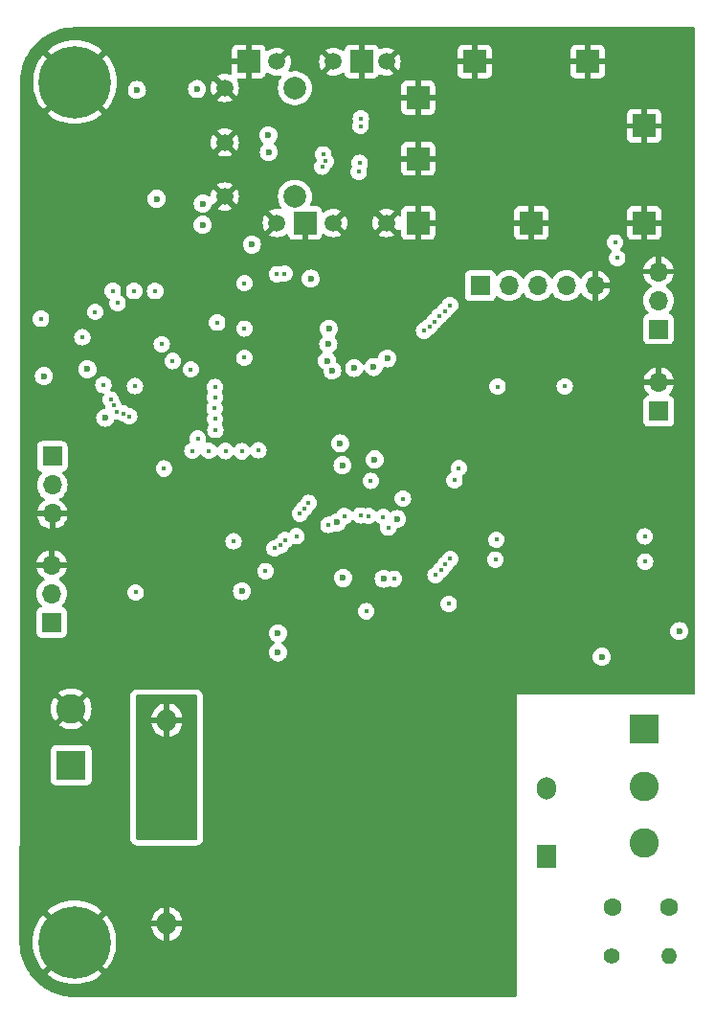
<source format=gbr>
%TF.GenerationSoftware,KiCad,Pcbnew,8.0.5*%
%TF.CreationDate,2025-11-10T20:55:43-03:00*%
%TF.ProjectId,sfp_moduloIC,7366705f-6d6f-4647-956c-6f49432e6b69,v2.0*%
%TF.SameCoordinates,Original*%
%TF.FileFunction,Copper,L2,Inr*%
%TF.FilePolarity,Positive*%
%FSLAX46Y46*%
G04 Gerber Fmt 4.6, Leading zero omitted, Abs format (unit mm)*
G04 Created by KiCad (PCBNEW 8.0.5) date 2025-11-10 20:55:43*
%MOMM*%
%LPD*%
G01*
G04 APERTURE LIST*
%TA.AperFunction,ComponentPad*%
%ADD10R,2.600000X2.600000*%
%TD*%
%TA.AperFunction,ComponentPad*%
%ADD11C,2.600000*%
%TD*%
%TA.AperFunction,ComponentPad*%
%ADD12C,1.600000*%
%TD*%
%TA.AperFunction,ComponentPad*%
%ADD13C,1.400000*%
%TD*%
%TA.AperFunction,ComponentPad*%
%ADD14O,1.400000X1.400000*%
%TD*%
%TA.AperFunction,ComponentPad*%
%ADD15C,6.400000*%
%TD*%
%TA.AperFunction,ComponentPad*%
%ADD16R,1.700000X1.700000*%
%TD*%
%TA.AperFunction,ComponentPad*%
%ADD17O,1.700000X1.700000*%
%TD*%
%TA.AperFunction,WasherPad*%
%ADD18C,2.000000*%
%TD*%
%TA.AperFunction,ComponentPad*%
%ADD19R,2.000000X2.000000*%
%TD*%
%TA.AperFunction,ComponentPad*%
%ADD20C,1.500000*%
%TD*%
%TA.AperFunction,ComponentPad*%
%ADD21R,1.700000X2.000000*%
%TD*%
%TA.AperFunction,ComponentPad*%
%ADD22O,1.700000X2.000000*%
%TD*%
%TA.AperFunction,ViaPad*%
%ADD23C,0.600000*%
%TD*%
%TA.AperFunction,ViaPad*%
%ADD24C,0.450000*%
%TD*%
G04 APERTURE END LIST*
D10*
%TO.N,/IN*%
%TO.C,J8*%
X120019536Y-116328266D03*
D11*
%TO.N,GND*%
X120019536Y-111328266D03*
%TD*%
D12*
%TO.N,/L*%
%TO.C,C11*%
X167909536Y-128908266D03*
%TO.N,/N*%
X172909536Y-128908266D03*
%TD*%
D13*
%TO.N,/L*%
%TO.C,RV1*%
X167869536Y-133158266D03*
D14*
%TO.N,/N*%
X172949536Y-133158266D03*
%TD*%
D15*
%TO.N,GND*%
%TO.C,H1*%
X120355536Y-55941266D03*
%TD*%
D16*
%TO.N,/CS3*%
%TO.C,J1*%
X156210001Y-73940000D03*
D17*
%TO.N,/MOSI*%
X158750001Y-73940000D03*
%TO.N,/MISO*%
X161290001Y-73940000D03*
%TO.N,/SCK*%
X163830001Y-73940000D03*
%TO.N,GND*%
X166370001Y-73940000D03*
%TD*%
D16*
%TO.N,+3V3*%
%TO.C,J4*%
X171990001Y-77775000D03*
D17*
%TO.N,Net-(J4-Pin_2)*%
X171990001Y-75235000D03*
%TO.N,GND*%
X171990001Y-72695000D03*
%TD*%
D18*
%TO.N,*%
%TO.C,J6*%
X139815001Y-66070000D03*
X139815001Y-56470000D03*
D19*
%TO.N,GND*%
X170715001Y-68395000D03*
X170715001Y-59820000D03*
X165715001Y-54145000D03*
X160715001Y-68395000D03*
X155715001Y-54145000D03*
X150715001Y-68395000D03*
X150715001Y-62720000D03*
X150715001Y-57320000D03*
D20*
X147915001Y-68395000D03*
X147915001Y-54145000D03*
D19*
X145715001Y-54145000D03*
D20*
X143215001Y-68395000D03*
X143215001Y-54145000D03*
D19*
X140715001Y-68395000D03*
D20*
X138215001Y-68395000D03*
X138215001Y-54145000D03*
D19*
X135715001Y-54145000D03*
D20*
X133615001Y-66070000D03*
X133615001Y-61270000D03*
X133615001Y-56470000D03*
%TD*%
D16*
%TO.N,/SWCLK*%
%TO.C,J3*%
X118305536Y-103696266D03*
D17*
%TO.N,/SWDIO*%
X118305536Y-101156266D03*
%TO.N,GND*%
X118305536Y-98616266D03*
%TD*%
D16*
%TO.N,/TX1*%
%TO.C,J2*%
X118350001Y-89026266D03*
D17*
%TO.N,/RX1*%
X118350001Y-91566266D03*
%TO.N,GND*%
X118350001Y-94106266D03*
%TD*%
D16*
%TO.N,/CTRL*%
%TO.C,J5*%
X172010001Y-85035000D03*
D17*
%TO.N,GND*%
X172010001Y-82495000D03*
%TD*%
D15*
%TO.N,GND*%
%TO.C,H2*%
X120309535Y-131968234D03*
%TD*%
D21*
%TO.N,/L*%
%TO.C,PS1*%
X162097036Y-124345766D03*
D22*
%TO.N,/N*%
X162097036Y-118345766D03*
%TO.N,GND*%
X128497036Y-130345766D03*
%TO.N,+3V3*%
X128497036Y-112345766D03*
%TD*%
D10*
%TO.N,/N*%
%TO.C,J7*%
X170700536Y-113161600D03*
D11*
%TO.N,unconnected-(J7-Pin_2-Pad2)*%
X170700536Y-118161600D03*
%TO.N,/L*%
X170700536Y-123161600D03*
%TD*%
D23*
%TO.N,/ANT*%
X173809536Y-104468266D03*
%TO.N,GND*%
X131059536Y-127968266D03*
X131059536Y-129218266D03*
X131059536Y-130468266D03*
X131059536Y-131718266D03*
X127309536Y-132968266D03*
X131059536Y-132968266D03*
X129809536Y-132968266D03*
X128559536Y-132968266D03*
D24*
X119559536Y-106718266D03*
X118309536Y-106718266D03*
X117059536Y-106718266D03*
X123059536Y-105968266D03*
X123059536Y-104968266D03*
X123059536Y-103968266D03*
X123059536Y-102968266D03*
X123059536Y-101968266D03*
X120059536Y-62218266D03*
X123309536Y-63218266D03*
X124809536Y-66218266D03*
X117059536Y-73718266D03*
X126809536Y-57718266D03*
X129559536Y-57718266D03*
X128059536Y-57718266D03*
X131809536Y-65218266D03*
X125809536Y-65218266D03*
X121059536Y-65718266D03*
X124059536Y-67468266D03*
X124059536Y-68718266D03*
X124059536Y-69968266D03*
X124059536Y-71218266D03*
X125559536Y-60968266D03*
X124809536Y-61718266D03*
X124059536Y-62468266D03*
X131809536Y-60718266D03*
X130559536Y-60718266D03*
X129309536Y-60718266D03*
X123059536Y-59218266D03*
X122059536Y-60218266D03*
X121059536Y-61218266D03*
X162309536Y-107218266D03*
X160059536Y-107218266D03*
X157809536Y-107218266D03*
X151059536Y-107218266D03*
X149059536Y-107218266D03*
X147059536Y-107218266D03*
X168059536Y-87468266D03*
X165309536Y-87468266D03*
X162559536Y-87468266D03*
X159809536Y-87468266D03*
X157059536Y-87468266D03*
X132059536Y-72468266D03*
X129809536Y-72468266D03*
D23*
X141592801Y-84532000D03*
D24*
X130505536Y-82496266D03*
D23*
X123106536Y-77372266D03*
X141694401Y-60351200D03*
X156426401Y-78994800D03*
X138745536Y-70496266D03*
D24*
X119725536Y-79616266D03*
D23*
X116649536Y-122828266D03*
X143726401Y-97943200D03*
D24*
X118425536Y-77486266D03*
X136290001Y-96660000D03*
D23*
X154050001Y-95708000D03*
D24*
X165190001Y-75840000D03*
D23*
X136835536Y-76820000D03*
X126109536Y-80378266D03*
X145656801Y-77064400D03*
X127345536Y-69766266D03*
X126109536Y-77358266D03*
X167196001Y-81839600D03*
X125840001Y-55160000D03*
X123109536Y-80368266D03*
X132042401Y-80417200D03*
X146105536Y-99966266D03*
X147185536Y-78696266D03*
X126810001Y-86290000D03*
D24*
X141470001Y-74630000D03*
D23*
X121069601Y-74372000D03*
X139115536Y-51896266D03*
X145905536Y-79466266D03*
X161455601Y-81738000D03*
%TO.N,+3V3*%
X166955536Y-106741266D03*
X142659601Y-80569600D03*
X148850001Y-94560000D03*
X143116801Y-81433200D03*
X147993601Y-80366400D03*
X127435036Y-114786266D03*
X127435036Y-120882266D03*
X121460001Y-81320000D03*
X138319536Y-106348266D03*
D24*
X124125536Y-75476266D03*
D23*
X144082001Y-99766266D03*
X130737036Y-121898266D03*
X136004801Y-70308000D03*
X145060001Y-81210000D03*
X126419036Y-121898266D03*
X129721036Y-120882266D03*
X129721036Y-116818266D03*
X127580001Y-66262500D03*
X142820001Y-77740000D03*
X126419036Y-116818266D03*
X147665001Y-99835000D03*
D24*
X134380001Y-96530000D03*
X128240001Y-90100000D03*
D23*
X129721036Y-118850266D03*
D24*
X121015536Y-78486266D03*
D23*
X129721036Y-114786266D03*
X126419036Y-118850266D03*
X127435036Y-117834266D03*
X130737036Y-114786266D03*
X130737036Y-120882266D03*
X126419036Y-114786266D03*
D24*
X128030001Y-79115000D03*
D23*
X127435036Y-116818266D03*
D24*
X135350001Y-73720000D03*
D23*
X127435036Y-113770266D03*
X127435036Y-118850266D03*
X126419036Y-119866266D03*
X130737036Y-112754266D03*
X130737036Y-118850266D03*
X130737036Y-116818266D03*
X141209536Y-73318266D03*
X129721036Y-115802266D03*
X130737036Y-110722266D03*
X130737036Y-111738266D03*
D24*
X125662040Y-82805001D03*
D23*
X130737036Y-115802266D03*
X129721036Y-119866266D03*
X125840001Y-56630000D03*
X129721036Y-117834266D03*
X129721036Y-121898266D03*
X130737036Y-119866266D03*
D24*
X157735901Y-82855901D03*
X117350001Y-76870000D03*
D23*
%TO.N,/CONFIG*%
X143828001Y-87884800D03*
%TO.N,+3V3*%
X126419036Y-112754266D03*
X146876001Y-89307200D03*
X146790001Y-81120000D03*
X127435036Y-121898266D03*
X127435036Y-115802266D03*
X126419036Y-113770266D03*
X126419036Y-120882266D03*
X126419036Y-117834266D03*
X126419036Y-111738266D03*
X129721036Y-113770266D03*
X126419036Y-110722266D03*
X143550001Y-94860000D03*
X130737036Y-113770266D03*
X131660001Y-66682500D03*
X130737036Y-117834266D03*
X138315786Y-104678266D03*
X135141201Y-100940400D03*
X123040901Y-85610901D03*
D24*
X163685901Y-82835901D03*
D23*
X127435036Y-110722266D03*
X144031201Y-89815200D03*
X142770001Y-79070000D03*
X127435036Y-119866266D03*
X129721036Y-110722266D03*
X126419036Y-115802266D03*
D24*
X132935536Y-77206266D03*
%TO.N,/OUT*%
X148580001Y-99846266D03*
X125730001Y-101050000D03*
%TO.N,/RC*%
X135360001Y-77730000D03*
X135340001Y-80300000D03*
%TO.N,/RST3*%
X130610901Y-81340901D03*
X139952136Y-96082866D03*
%TO.N,+1V0*%
X125595536Y-74415000D03*
X122877096Y-82705001D03*
X128995001Y-80600000D03*
X127455536Y-74415000D03*
D23*
X117610001Y-81930000D03*
D24*
X122150001Y-76266266D03*
X123705536Y-74404999D03*
%TO.N,/RESET*%
X146130001Y-102716266D03*
X137205536Y-99166266D03*
%TO.N,/RST1*%
X153530901Y-75670901D03*
X154325001Y-90060000D03*
%TO.N,Net-(D6-K)*%
X123524636Y-84015366D03*
X136590001Y-88486266D03*
X132745536Y-82900000D03*
%TO.N,Net-(D7-K)*%
X123777950Y-84531563D03*
X135120001Y-88576266D03*
X132740902Y-83790900D03*
%TO.N,Net-(D8-K)*%
X133670001Y-88557500D03*
X124075536Y-85056266D03*
X132710901Y-84780901D03*
%TO.N,Net-(D9-K)*%
X124640001Y-85230000D03*
X132745536Y-85730000D03*
X132210001Y-88527500D03*
%TO.N,Net-(D10-K)*%
X130750001Y-88537500D03*
X132775536Y-86690000D03*
X125157283Y-85481093D03*
%TO.N,/TX1*%
X141025536Y-93135000D03*
X146305536Y-94296266D03*
%TO.N,/RX1*%
X145610001Y-94240000D03*
X140665536Y-93610000D03*
%TO.N,/SWDIO*%
X140255536Y-94085000D03*
X144190901Y-94310901D03*
%TO.N,/CTRL*%
X142545536Y-62936266D03*
X138950901Y-96420901D03*
X145550001Y-63080000D03*
%TO.N,/SDA*%
X142334635Y-62335365D03*
X138005536Y-97146266D03*
X138224635Y-72915365D03*
%TO.N,/SCL*%
X142235001Y-63420000D03*
X138557139Y-96884663D03*
X138899811Y-72866266D03*
%TO.N,/LOS*%
X168130001Y-70115000D03*
X145641753Y-59150000D03*
%TO.N,/FAULT*%
X168325901Y-71495901D03*
X145460001Y-63870000D03*
%TO.N,/INT1*%
X153060902Y-76170900D03*
X153925001Y-91130000D03*
%TO.N,/CS1*%
X152250001Y-99516266D03*
X151240001Y-77920000D03*
%TO.N,/CS2*%
X153425536Y-102060000D03*
X142790001Y-95090000D03*
%TO.N,/RST2*%
X170790001Y-98326266D03*
X146527702Y-91194100D03*
X147630001Y-94376266D03*
%TO.N,/MOSI*%
X152610901Y-76600901D03*
X153555901Y-98075901D03*
%TO.N,/SCK*%
X151715902Y-77565900D03*
X157645901Y-96395901D03*
X152765536Y-99035000D03*
%TO.N,/MISO*%
X157550001Y-98150000D03*
X153135902Y-98545900D03*
X152135901Y-77095901D03*
%TO.N,/INT2*%
X148082135Y-95322865D03*
X170759636Y-96100366D03*
D23*
%TO.N,/VccR*%
X131160001Y-56560000D03*
X137460001Y-60640000D03*
%TO.N,/VccT*%
X137510001Y-62120000D03*
X131650001Y-68560000D03*
D24*
%TO.N,/CS3*%
X149365536Y-92760000D03*
%TO.N,Net-(J4-Pin_2)*%
X145625536Y-59830000D03*
%TO.N,/DISAUTO*%
X131229536Y-87448266D03*
%TO.N,GND*%
X117059536Y-69718266D03*
X117059536Y-71718266D03*
X117059536Y-63718266D03*
X117059536Y-65718266D03*
X117059536Y-67718266D03*
X117059536Y-61718266D03*
%TD*%
%TA.AperFunction,Conductor*%
%TO.N,+3V3*%
G36*
X131115075Y-110132951D02*
G01*
X131160830Y-110185755D01*
X131172036Y-110237266D01*
X131172036Y-122789266D01*
X131152351Y-122856305D01*
X131099547Y-122902060D01*
X131048036Y-122913266D01*
X125871036Y-122913266D01*
X125803997Y-122893581D01*
X125758242Y-122840777D01*
X125747036Y-122789266D01*
X125747036Y-112089519D01*
X127147036Y-112089519D01*
X127147036Y-112095766D01*
X128064024Y-112095766D01*
X128031111Y-112152773D01*
X127997036Y-112279940D01*
X127997036Y-112411592D01*
X128031111Y-112538759D01*
X128064024Y-112595766D01*
X127147036Y-112595766D01*
X127147036Y-112602012D01*
X127180278Y-112811893D01*
X127180278Y-112811896D01*
X127245940Y-113013983D01*
X127342415Y-113203323D01*
X127467308Y-113375225D01*
X127467312Y-113375230D01*
X127617571Y-113525489D01*
X127617576Y-113525493D01*
X127789478Y-113650386D01*
X127978818Y-113746861D01*
X128180907Y-113812523D01*
X128247036Y-113822997D01*
X128247036Y-112778778D01*
X128304043Y-112811691D01*
X128431210Y-112845766D01*
X128562862Y-112845766D01*
X128690029Y-112811691D01*
X128747036Y-112778778D01*
X128747036Y-113822996D01*
X128813162Y-113812523D01*
X128813165Y-113812523D01*
X129015253Y-113746861D01*
X129204593Y-113650386D01*
X129376495Y-113525493D01*
X129376500Y-113525489D01*
X129526759Y-113375230D01*
X129526763Y-113375225D01*
X129651656Y-113203323D01*
X129748131Y-113013983D01*
X129813793Y-112811896D01*
X129813793Y-112811893D01*
X129847036Y-112602012D01*
X129847036Y-112595766D01*
X128930048Y-112595766D01*
X128962961Y-112538759D01*
X128997036Y-112411592D01*
X128997036Y-112279940D01*
X128962961Y-112152773D01*
X128930048Y-112095766D01*
X129847036Y-112095766D01*
X129847036Y-112089519D01*
X129813793Y-111879638D01*
X129813793Y-111879635D01*
X129748131Y-111677548D01*
X129651656Y-111488208D01*
X129526763Y-111316306D01*
X129526759Y-111316301D01*
X129376500Y-111166042D01*
X129376495Y-111166038D01*
X129204593Y-111041145D01*
X129015251Y-110944669D01*
X128813160Y-110879007D01*
X128747036Y-110868534D01*
X128747036Y-111912754D01*
X128690029Y-111879841D01*
X128562862Y-111845766D01*
X128431210Y-111845766D01*
X128304043Y-111879841D01*
X128247036Y-111912754D01*
X128247036Y-110868534D01*
X128247035Y-110868534D01*
X128180911Y-110879007D01*
X127978820Y-110944669D01*
X127789478Y-111041145D01*
X127617576Y-111166038D01*
X127617571Y-111166042D01*
X127467312Y-111316301D01*
X127467308Y-111316306D01*
X127342415Y-111488208D01*
X127245940Y-111677548D01*
X127180278Y-111879635D01*
X127180278Y-111879638D01*
X127147036Y-112089519D01*
X125747036Y-112089519D01*
X125747036Y-110237266D01*
X125766721Y-110170227D01*
X125819525Y-110124472D01*
X125871036Y-110113266D01*
X131048036Y-110113266D01*
X131115075Y-110132951D01*
G37*
%TD.AperFunction*%
%TD*%
%TA.AperFunction,Conductor*%
%TO.N,GND*%
G36*
X175162334Y-51111451D02*
G01*
X175208089Y-51164255D01*
X175219295Y-51215859D01*
X175175448Y-109974359D01*
X175155713Y-110041383D01*
X175102875Y-110087099D01*
X175051448Y-110098266D01*
X159409536Y-110098266D01*
X159409536Y-136693766D01*
X159389851Y-136760805D01*
X159337047Y-136806560D01*
X159285536Y-136817766D01*
X120312240Y-136817766D01*
X120306832Y-136817648D01*
X120168647Y-136811615D01*
X119892277Y-136799550D01*
X119881502Y-136798608D01*
X119667931Y-136770492D01*
X119472797Y-136744803D01*
X119462144Y-136742925D01*
X119059671Y-136653702D01*
X119049222Y-136650902D01*
X118885864Y-136599396D01*
X118656062Y-136526940D01*
X118645899Y-136523241D01*
X118265045Y-136365488D01*
X118255240Y-136360916D01*
X117889585Y-136170569D01*
X117880217Y-136165161D01*
X117532530Y-135943661D01*
X117523669Y-135937456D01*
X117196619Y-135686503D01*
X117188332Y-135679549D01*
X116884401Y-135401048D01*
X116876752Y-135393399D01*
X116598252Y-135089469D01*
X116591298Y-135081182D01*
X116340344Y-134754132D01*
X116334139Y-134745271D01*
X116112639Y-134397584D01*
X116107231Y-134388216D01*
X115916884Y-134022561D01*
X115912318Y-134012770D01*
X115754549Y-133631880D01*
X115750863Y-133621752D01*
X115626893Y-133228562D01*
X115624102Y-133218147D01*
X115534871Y-132815640D01*
X115532999Y-132805021D01*
X115479189Y-132396278D01*
X115478249Y-132385544D01*
X115460154Y-131971026D01*
X115460094Y-131968233D01*
X116604457Y-131968233D01*
X116604457Y-131968234D01*
X116624754Y-132355521D01*
X116685421Y-132738557D01*
X116685422Y-132738564D01*
X116785797Y-133113170D01*
X116924779Y-133475228D01*
X117100845Y-133820777D01*
X117312066Y-134146027D01*
X117520630Y-134403584D01*
X117520631Y-134403584D01*
X119015283Y-132908932D01*
X119089123Y-133010564D01*
X119267205Y-133188646D01*
X119368835Y-133262485D01*
X117874183Y-134757137D01*
X117874184Y-134757138D01*
X118131741Y-134965702D01*
X118456991Y-135176923D01*
X118802540Y-135352989D01*
X119164598Y-135491971D01*
X119539204Y-135592346D01*
X119539211Y-135592347D01*
X119922247Y-135653014D01*
X120309534Y-135673312D01*
X120309536Y-135673312D01*
X120696822Y-135653014D01*
X121079858Y-135592347D01*
X121079865Y-135592346D01*
X121454471Y-135491971D01*
X121816529Y-135352989D01*
X122162078Y-135176923D01*
X122487318Y-134965710D01*
X122487320Y-134965709D01*
X122744884Y-134757136D01*
X121250233Y-133262485D01*
X121351865Y-133188646D01*
X121529947Y-133010564D01*
X121603786Y-132908932D01*
X123098437Y-134403583D01*
X123307010Y-134146019D01*
X123307011Y-134146017D01*
X123518224Y-133820777D01*
X123694290Y-133475228D01*
X123833272Y-133113170D01*
X123933647Y-132738564D01*
X123933648Y-132738557D01*
X123994315Y-132355521D01*
X124014613Y-131968234D01*
X124014613Y-131968233D01*
X123994315Y-131580946D01*
X123933648Y-131197910D01*
X123933647Y-131197903D01*
X123833272Y-130823297D01*
X123694290Y-130461239D01*
X123518224Y-130115690D01*
X123501228Y-130089519D01*
X127147036Y-130089519D01*
X127147036Y-130095766D01*
X128064024Y-130095766D01*
X128031111Y-130152773D01*
X127997036Y-130279940D01*
X127997036Y-130411592D01*
X128031111Y-130538759D01*
X128064024Y-130595766D01*
X127147036Y-130595766D01*
X127147036Y-130602012D01*
X127180278Y-130811893D01*
X127180278Y-130811896D01*
X127245940Y-131013983D01*
X127342415Y-131203323D01*
X127467308Y-131375225D01*
X127467312Y-131375230D01*
X127617571Y-131525489D01*
X127617576Y-131525493D01*
X127789478Y-131650386D01*
X127978818Y-131746861D01*
X128180907Y-131812523D01*
X128247036Y-131822997D01*
X128247036Y-130778778D01*
X128304043Y-130811691D01*
X128431210Y-130845766D01*
X128562862Y-130845766D01*
X128690029Y-130811691D01*
X128747036Y-130778778D01*
X128747036Y-131822996D01*
X128813162Y-131812523D01*
X128813165Y-131812523D01*
X129015253Y-131746861D01*
X129204593Y-131650386D01*
X129376495Y-131525493D01*
X129376500Y-131525489D01*
X129526759Y-131375230D01*
X129526763Y-131375225D01*
X129651656Y-131203323D01*
X129748131Y-131013983D01*
X129813793Y-130811896D01*
X129813793Y-130811893D01*
X129847036Y-130602012D01*
X129847036Y-130595766D01*
X128930048Y-130595766D01*
X128962961Y-130538759D01*
X128997036Y-130411592D01*
X128997036Y-130279940D01*
X128962961Y-130152773D01*
X128930048Y-130095766D01*
X129847036Y-130095766D01*
X129847036Y-130089519D01*
X129813793Y-129879638D01*
X129813793Y-129879635D01*
X129748131Y-129677548D01*
X129651656Y-129488208D01*
X129526763Y-129316306D01*
X129526759Y-129316301D01*
X129376500Y-129166042D01*
X129376495Y-129166038D01*
X129204593Y-129041145D01*
X129015251Y-128944669D01*
X128813160Y-128879007D01*
X128747036Y-128868534D01*
X128747036Y-129912754D01*
X128690029Y-129879841D01*
X128562862Y-129845766D01*
X128431210Y-129845766D01*
X128304043Y-129879841D01*
X128247036Y-129912754D01*
X128247036Y-128868534D01*
X128247035Y-128868534D01*
X128180911Y-128879007D01*
X127978820Y-128944669D01*
X127789478Y-129041145D01*
X127617576Y-129166038D01*
X127617571Y-129166042D01*
X127467312Y-129316301D01*
X127467308Y-129316306D01*
X127342415Y-129488208D01*
X127245940Y-129677548D01*
X127180278Y-129879635D01*
X127180278Y-129879638D01*
X127147036Y-130089519D01*
X123501228Y-130089519D01*
X123307003Y-129790440D01*
X123098439Y-129532883D01*
X123098438Y-129532882D01*
X121603786Y-131027534D01*
X121529947Y-130925904D01*
X121351865Y-130747822D01*
X121250233Y-130673982D01*
X122744885Y-129179330D01*
X122744885Y-129179329D01*
X122487328Y-128970765D01*
X122162078Y-128759544D01*
X121816529Y-128583478D01*
X121454471Y-128444496D01*
X121079865Y-128344121D01*
X121079858Y-128344120D01*
X120696822Y-128283453D01*
X120309536Y-128263156D01*
X120309534Y-128263156D01*
X119922247Y-128283453D01*
X119539211Y-128344120D01*
X119539204Y-128344121D01*
X119164598Y-128444496D01*
X118802540Y-128583478D01*
X118456991Y-128759544D01*
X118131741Y-128970765D01*
X117874183Y-129179329D01*
X117874183Y-129179330D01*
X119368836Y-130673982D01*
X119267205Y-130747822D01*
X119089123Y-130925904D01*
X119015283Y-131027534D01*
X117520631Y-129532882D01*
X117520630Y-129532882D01*
X117312066Y-129790440D01*
X117100845Y-130115690D01*
X116924779Y-130461239D01*
X116785797Y-130823297D01*
X116685422Y-131197903D01*
X116685421Y-131197910D01*
X116624754Y-131580946D01*
X116604457Y-131968233D01*
X115460094Y-131968233D01*
X115460037Y-131965602D01*
X115470313Y-114980401D01*
X118219036Y-114980401D01*
X118219036Y-117676136D01*
X118219037Y-117676142D01*
X118225444Y-117735749D01*
X118275738Y-117870594D01*
X118275742Y-117870601D01*
X118361988Y-117985810D01*
X118361991Y-117985813D01*
X118477200Y-118072059D01*
X118477207Y-118072063D01*
X118612053Y-118122357D01*
X118612052Y-118122357D01*
X118618980Y-118123101D01*
X118671663Y-118128766D01*
X121367408Y-118128765D01*
X121427019Y-118122357D01*
X121561867Y-118072062D01*
X121677082Y-117985812D01*
X121763332Y-117870597D01*
X121813627Y-117735749D01*
X121820036Y-117676139D01*
X121820035Y-114980394D01*
X121813627Y-114920783D01*
X121763332Y-114785935D01*
X121763331Y-114785934D01*
X121763329Y-114785930D01*
X121677083Y-114670721D01*
X121677080Y-114670718D01*
X121561871Y-114584472D01*
X121561864Y-114584468D01*
X121427018Y-114534174D01*
X121427019Y-114534174D01*
X121367419Y-114527767D01*
X121367417Y-114527766D01*
X121367409Y-114527766D01*
X121367400Y-114527766D01*
X118671665Y-114527766D01*
X118671659Y-114527767D01*
X118612052Y-114534174D01*
X118477207Y-114584468D01*
X118477200Y-114584472D01*
X118361991Y-114670718D01*
X118361988Y-114670721D01*
X118275742Y-114785930D01*
X118275738Y-114785937D01*
X118225444Y-114920783D01*
X118219037Y-114980382D01*
X118219037Y-114980389D01*
X118219036Y-114980401D01*
X115470313Y-114980401D01*
X115472523Y-111328261D01*
X118214489Y-111328261D01*
X118214489Y-111328270D01*
X118234649Y-111597292D01*
X118234649Y-111597294D01*
X118294678Y-111860299D01*
X118294684Y-111860318D01*
X118393245Y-112111447D01*
X118393244Y-112111447D01*
X118528138Y-112345088D01*
X118581830Y-112412417D01*
X119418493Y-111575753D01*
X119443514Y-111636156D01*
X119514648Y-111742617D01*
X119605185Y-111833154D01*
X119711646Y-111904288D01*
X119772046Y-111929307D01*
X118934384Y-112766968D01*
X119117019Y-112891486D01*
X119117021Y-112891487D01*
X119360075Y-113008535D01*
X119360073Y-113008535D01*
X119617873Y-113088056D01*
X119617879Y-113088058D01*
X119884637Y-113128265D01*
X119884646Y-113128266D01*
X120154426Y-113128266D01*
X120154434Y-113128265D01*
X120421192Y-113088058D01*
X120421198Y-113088056D01*
X120678997Y-113008535D01*
X120922057Y-112891484D01*
X121104686Y-112766968D01*
X120267024Y-111929307D01*
X120327426Y-111904288D01*
X120433887Y-111833154D01*
X120524424Y-111742617D01*
X120595558Y-111636156D01*
X120620577Y-111575754D01*
X121457239Y-112412417D01*
X121457240Y-112412416D01*
X121510929Y-112345094D01*
X121510936Y-112345083D01*
X121645826Y-112111447D01*
X121744387Y-111860318D01*
X121744393Y-111860299D01*
X121804422Y-111597294D01*
X121804422Y-111597292D01*
X121824583Y-111328270D01*
X121824583Y-111328261D01*
X121804422Y-111059239D01*
X121804422Y-111059237D01*
X121744393Y-110796232D01*
X121744387Y-110796213D01*
X121645826Y-110545084D01*
X121645827Y-110545084D01*
X121510933Y-110311443D01*
X121457240Y-110244113D01*
X120620577Y-111080776D01*
X120595558Y-111020376D01*
X120524424Y-110913915D01*
X120433887Y-110823378D01*
X120327426Y-110752244D01*
X120267024Y-110727224D01*
X120756982Y-110237266D01*
X125241536Y-110237266D01*
X125241536Y-122789266D01*
X125241537Y-122789275D01*
X125253088Y-122896716D01*
X125253090Y-122896728D01*
X125264296Y-122948238D01*
X125298419Y-123050763D01*
X125298422Y-123050769D01*
X125376207Y-123171803D01*
X125376215Y-123171814D01*
X125421959Y-123224606D01*
X125421962Y-123224609D01*
X125421966Y-123224613D01*
X125530700Y-123318833D01*
X125530703Y-123318834D01*
X125530704Y-123318835D01*
X125624961Y-123361882D01*
X125661577Y-123378604D01*
X125728616Y-123398289D01*
X125728620Y-123398290D01*
X125871036Y-123418766D01*
X125871039Y-123418766D01*
X131048026Y-123418766D01*
X131048036Y-123418766D01*
X131155492Y-123407213D01*
X131207003Y-123396007D01*
X131241233Y-123384613D01*
X131309533Y-123361882D01*
X131309537Y-123361879D01*
X131309540Y-123361879D01*
X131430579Y-123284091D01*
X131483383Y-123238336D01*
X131577603Y-123129602D01*
X131637374Y-122998725D01*
X131657059Y-122931686D01*
X131657060Y-122931682D01*
X131677536Y-122789266D01*
X131677536Y-110237266D01*
X131665983Y-110129810D01*
X131654777Y-110078299D01*
X131642490Y-110041383D01*
X131620652Y-109975768D01*
X131620649Y-109975762D01*
X131542864Y-109854728D01*
X131542861Y-109854723D01*
X131542856Y-109854717D01*
X131497112Y-109801925D01*
X131497108Y-109801922D01*
X131497106Y-109801919D01*
X131388372Y-109707699D01*
X131388369Y-109707697D01*
X131388367Y-109707696D01*
X131257501Y-109647930D01*
X131257496Y-109647928D01*
X131257495Y-109647928D01*
X131190456Y-109628243D01*
X131190458Y-109628243D01*
X131190453Y-109628242D01*
X131128383Y-109619318D01*
X131048036Y-109607766D01*
X125871036Y-109607766D01*
X125871027Y-109607766D01*
X125871026Y-109607767D01*
X125763585Y-109619318D01*
X125763573Y-109619320D01*
X125712063Y-109630526D01*
X125609538Y-109664649D01*
X125609532Y-109664652D01*
X125488498Y-109742437D01*
X125488487Y-109742445D01*
X125435695Y-109788189D01*
X125341469Y-109896930D01*
X125341466Y-109896934D01*
X125281700Y-110027800D01*
X125262012Y-110094848D01*
X125256985Y-110129815D01*
X125241536Y-110237266D01*
X120756982Y-110237266D01*
X121104686Y-109889562D01*
X120922053Y-109765045D01*
X120922052Y-109765044D01*
X120678996Y-109647996D01*
X120678998Y-109647996D01*
X120421198Y-109568475D01*
X120421192Y-109568473D01*
X120154434Y-109528266D01*
X119884637Y-109528266D01*
X119617879Y-109568473D01*
X119617873Y-109568475D01*
X119360074Y-109647996D01*
X119117021Y-109765044D01*
X119117012Y-109765049D01*
X118934384Y-109889562D01*
X119772047Y-110727224D01*
X119711646Y-110752244D01*
X119605185Y-110823378D01*
X119514648Y-110913915D01*
X119443514Y-111020376D01*
X119418494Y-111080777D01*
X118581831Y-110244114D01*
X118528136Y-110311446D01*
X118393245Y-110545084D01*
X118294684Y-110796213D01*
X118294678Y-110796232D01*
X118234649Y-111059237D01*
X118234649Y-111059239D01*
X118214489Y-111328261D01*
X115472523Y-111328261D01*
X115478678Y-101156265D01*
X116949877Y-101156265D01*
X116949877Y-101156266D01*
X116970472Y-101391669D01*
X116970474Y-101391679D01*
X117031630Y-101619921D01*
X117031632Y-101619925D01*
X117031633Y-101619929D01*
X117072603Y-101707789D01*
X117131501Y-101834096D01*
X117131503Y-101834100D01*
X117237988Y-101986175D01*
X117267037Y-102027662D01*
X117267042Y-102027668D01*
X117388966Y-102149592D01*
X117422451Y-102210915D01*
X117417467Y-102280607D01*
X117375595Y-102336540D01*
X117344619Y-102353455D01*
X117213205Y-102402469D01*
X117213200Y-102402472D01*
X117097991Y-102488718D01*
X117097988Y-102488721D01*
X117011742Y-102603930D01*
X117011738Y-102603937D01*
X116961444Y-102738783D01*
X116955037Y-102798382D01*
X116955037Y-102798389D01*
X116955036Y-102798401D01*
X116955036Y-104594136D01*
X116955037Y-104594142D01*
X116961444Y-104653749D01*
X117011738Y-104788594D01*
X117011742Y-104788601D01*
X117097988Y-104903810D01*
X117097991Y-104903813D01*
X117213200Y-104990059D01*
X117213207Y-104990063D01*
X117348053Y-105040357D01*
X117348052Y-105040357D01*
X117354980Y-105041101D01*
X117407663Y-105046766D01*
X119203408Y-105046765D01*
X119263019Y-105040357D01*
X119397867Y-104990062D01*
X119513082Y-104903812D01*
X119599332Y-104788597D01*
X119640484Y-104678262D01*
X137510221Y-104678262D01*
X137510221Y-104678269D01*
X137530416Y-104857515D01*
X137530417Y-104857520D01*
X137589997Y-105027789D01*
X137685970Y-105180528D01*
X137813524Y-105308082D01*
X137902106Y-105363742D01*
X137972160Y-105407760D01*
X137970964Y-105409662D01*
X138014887Y-105449311D01*
X138033207Y-105516736D01*
X138012167Y-105583363D01*
X137975206Y-105619213D01*
X137817275Y-105718448D01*
X137689720Y-105846003D01*
X137593747Y-105998742D01*
X137534167Y-106169011D01*
X137534166Y-106169016D01*
X137513971Y-106348262D01*
X137513971Y-106348269D01*
X137534166Y-106527515D01*
X137534167Y-106527520D01*
X137593747Y-106697789D01*
X137621066Y-106741266D01*
X137689720Y-106850528D01*
X137817274Y-106978082D01*
X137970014Y-107074055D01*
X138140281Y-107133634D01*
X138140286Y-107133635D01*
X138319532Y-107153831D01*
X138319536Y-107153831D01*
X138319540Y-107153831D01*
X138498785Y-107133635D01*
X138498788Y-107133634D01*
X138498791Y-107133634D01*
X138669058Y-107074055D01*
X138821798Y-106978082D01*
X138949352Y-106850528D01*
X139018008Y-106741262D01*
X166149971Y-106741262D01*
X166149971Y-106741269D01*
X166170166Y-106920515D01*
X166170167Y-106920520D01*
X166229747Y-107090789D01*
X166325720Y-107243528D01*
X166453274Y-107371082D01*
X166606014Y-107467055D01*
X166776281Y-107526634D01*
X166776286Y-107526635D01*
X166955532Y-107546831D01*
X166955536Y-107546831D01*
X166955540Y-107546831D01*
X167134785Y-107526635D01*
X167134788Y-107526634D01*
X167134791Y-107526634D01*
X167305058Y-107467055D01*
X167457798Y-107371082D01*
X167585352Y-107243528D01*
X167681325Y-107090788D01*
X167740904Y-106920521D01*
X167740905Y-106920515D01*
X167761101Y-106741269D01*
X167761101Y-106741262D01*
X167740905Y-106562016D01*
X167740904Y-106562011D01*
X167681324Y-106391742D01*
X167585351Y-106239003D01*
X167457798Y-106111450D01*
X167305059Y-106015477D01*
X167134790Y-105955897D01*
X167134785Y-105955896D01*
X166955540Y-105935701D01*
X166955532Y-105935701D01*
X166776286Y-105955896D01*
X166776281Y-105955897D01*
X166606012Y-106015477D01*
X166453273Y-106111450D01*
X166325720Y-106239003D01*
X166229747Y-106391742D01*
X166170167Y-106562011D01*
X166170166Y-106562016D01*
X166149971Y-106741262D01*
X139018008Y-106741262D01*
X139045325Y-106697788D01*
X139104904Y-106527521D01*
X139104905Y-106527515D01*
X139125101Y-106348269D01*
X139125101Y-106348262D01*
X139104905Y-106169016D01*
X139104904Y-106169011D01*
X139045325Y-105998744D01*
X138949352Y-105846004D01*
X138821798Y-105718450D01*
X138669058Y-105622477D01*
X138669059Y-105622477D01*
X138663162Y-105618772D01*
X138664356Y-105616871D01*
X138620425Y-105577205D01*
X138602114Y-105509777D01*
X138623164Y-105443154D01*
X138660116Y-105407317D01*
X138665306Y-105404055D01*
X138665308Y-105404055D01*
X138818048Y-105308082D01*
X138945602Y-105180528D01*
X139041575Y-105027788D01*
X139101154Y-104857521D01*
X139105631Y-104817788D01*
X139121351Y-104678269D01*
X139121351Y-104678262D01*
X139101155Y-104499016D01*
X139101154Y-104499011D01*
X139090394Y-104468262D01*
X173003971Y-104468262D01*
X173003971Y-104468269D01*
X173024166Y-104647515D01*
X173024167Y-104647520D01*
X173083747Y-104817789D01*
X173137800Y-104903813D01*
X173179720Y-104970528D01*
X173307274Y-105098082D01*
X173460014Y-105194055D01*
X173630281Y-105253634D01*
X173630286Y-105253635D01*
X173809532Y-105273831D01*
X173809536Y-105273831D01*
X173809540Y-105273831D01*
X173988785Y-105253635D01*
X173988788Y-105253634D01*
X173988791Y-105253634D01*
X174159058Y-105194055D01*
X174311798Y-105098082D01*
X174439352Y-104970528D01*
X174535325Y-104817788D01*
X174594904Y-104647521D01*
X174600918Y-104594149D01*
X174615101Y-104468269D01*
X174615101Y-104468262D01*
X174594905Y-104289016D01*
X174594904Y-104289011D01*
X174535324Y-104118742D01*
X174439351Y-103966003D01*
X174311798Y-103838450D01*
X174159059Y-103742477D01*
X173988790Y-103682897D01*
X173988785Y-103682896D01*
X173809540Y-103662701D01*
X173809532Y-103662701D01*
X173630286Y-103682896D01*
X173630281Y-103682897D01*
X173460012Y-103742477D01*
X173307273Y-103838450D01*
X173179720Y-103966003D01*
X173083747Y-104118742D01*
X173024167Y-104289011D01*
X173024166Y-104289016D01*
X173003971Y-104468262D01*
X139090394Y-104468262D01*
X139041574Y-104328742D01*
X138945601Y-104176003D01*
X138818048Y-104048450D01*
X138665309Y-103952477D01*
X138495040Y-103892897D01*
X138495035Y-103892896D01*
X138315790Y-103872701D01*
X138315782Y-103872701D01*
X138136536Y-103892896D01*
X138136531Y-103892897D01*
X137966262Y-103952477D01*
X137813523Y-104048450D01*
X137685970Y-104176003D01*
X137589997Y-104328742D01*
X137530417Y-104499011D01*
X137530416Y-104499016D01*
X137510221Y-104678262D01*
X119640484Y-104678262D01*
X119649627Y-104653749D01*
X119656036Y-104594139D01*
X119656035Y-102798394D01*
X119649627Y-102738783D01*
X119641227Y-102716262D01*
X145399910Y-102716262D01*
X145399910Y-102716269D01*
X145418213Y-102878721D01*
X145472211Y-103033040D01*
X145472212Y-103033041D01*
X145559193Y-103171470D01*
X145674797Y-103287074D01*
X145813226Y-103374055D01*
X145967540Y-103428052D01*
X145967543Y-103428052D01*
X145967545Y-103428053D01*
X146129997Y-103446357D01*
X146130001Y-103446357D01*
X146130005Y-103446357D01*
X146292456Y-103428053D01*
X146292457Y-103428052D01*
X146292462Y-103428052D01*
X146446776Y-103374055D01*
X146585205Y-103287074D01*
X146700809Y-103171470D01*
X146787790Y-103033041D01*
X146841787Y-102878727D01*
X146850838Y-102798401D01*
X146860092Y-102716269D01*
X146860092Y-102716262D01*
X146841788Y-102553810D01*
X146841787Y-102553808D01*
X146841787Y-102553805D01*
X146787790Y-102399491D01*
X146700809Y-102261062D01*
X146585205Y-102145458D01*
X146449200Y-102060000D01*
X146449194Y-102059996D01*
X152695445Y-102059996D01*
X152695445Y-102060003D01*
X152713748Y-102222455D01*
X152767746Y-102376774D01*
X152838086Y-102488718D01*
X152854728Y-102515204D01*
X152970332Y-102630808D01*
X153108761Y-102717789D01*
X153263075Y-102771786D01*
X153263078Y-102771786D01*
X153263080Y-102771787D01*
X153425532Y-102790091D01*
X153425536Y-102790091D01*
X153425540Y-102790091D01*
X153587991Y-102771787D01*
X153587992Y-102771786D01*
X153587997Y-102771786D01*
X153742311Y-102717789D01*
X153880740Y-102630808D01*
X153996344Y-102515204D01*
X154083325Y-102376775D01*
X154137322Y-102222461D01*
X154142349Y-102177846D01*
X154155627Y-102060003D01*
X154155627Y-102059996D01*
X154137323Y-101897544D01*
X154137322Y-101897542D01*
X154137322Y-101897539D01*
X154083325Y-101743225D01*
X153996344Y-101604796D01*
X153880740Y-101489192D01*
X153806688Y-101442662D01*
X153742310Y-101402210D01*
X153587991Y-101348212D01*
X153425540Y-101329909D01*
X153425532Y-101329909D01*
X153263080Y-101348212D01*
X153108761Y-101402210D01*
X152970331Y-101489192D01*
X152854728Y-101604795D01*
X152767746Y-101743225D01*
X152713748Y-101897544D01*
X152695445Y-102059996D01*
X146449194Y-102059996D01*
X146446775Y-102058476D01*
X146292456Y-102004478D01*
X146130005Y-101986175D01*
X146129997Y-101986175D01*
X145967545Y-102004478D01*
X145813226Y-102058476D01*
X145674796Y-102145458D01*
X145559193Y-102261061D01*
X145472211Y-102399491D01*
X145418213Y-102553810D01*
X145399910Y-102716262D01*
X119641227Y-102716262D01*
X119599333Y-102603937D01*
X119599329Y-102603930D01*
X119513083Y-102488721D01*
X119513080Y-102488718D01*
X119397871Y-102402472D01*
X119397864Y-102402468D01*
X119266453Y-102353455D01*
X119210519Y-102311584D01*
X119186102Y-102246119D01*
X119200954Y-102177846D01*
X119222099Y-102149598D01*
X119344031Y-102027667D01*
X119479571Y-101834096D01*
X119579439Y-101619929D01*
X119640599Y-101391674D01*
X119661195Y-101156266D01*
X119651897Y-101049996D01*
X124999910Y-101049996D01*
X124999910Y-101050003D01*
X125018213Y-101212455D01*
X125072211Y-101366774D01*
X125072212Y-101366775D01*
X125159193Y-101505204D01*
X125274797Y-101620808D01*
X125413226Y-101707789D01*
X125567540Y-101761786D01*
X125567543Y-101761786D01*
X125567545Y-101761787D01*
X125729997Y-101780091D01*
X125730001Y-101780091D01*
X125730005Y-101780091D01*
X125892456Y-101761787D01*
X125892457Y-101761786D01*
X125892462Y-101761786D01*
X126046776Y-101707789D01*
X126185205Y-101620808D01*
X126300809Y-101505204D01*
X126387790Y-101366775D01*
X126441787Y-101212461D01*
X126452244Y-101119654D01*
X126460092Y-101050003D01*
X126460092Y-101049996D01*
X126447743Y-100940396D01*
X134335636Y-100940396D01*
X134335636Y-100940403D01*
X134355831Y-101119649D01*
X134355832Y-101119654D01*
X134415412Y-101289923D01*
X134452038Y-101348212D01*
X134511385Y-101442662D01*
X134638939Y-101570216D01*
X134791679Y-101666189D01*
X134910565Y-101707789D01*
X134961946Y-101725768D01*
X134961951Y-101725769D01*
X135141197Y-101745965D01*
X135141201Y-101745965D01*
X135141205Y-101745965D01*
X135320450Y-101725769D01*
X135320453Y-101725768D01*
X135320456Y-101725768D01*
X135490723Y-101666189D01*
X135643463Y-101570216D01*
X135771017Y-101442662D01*
X135866990Y-101289922D01*
X135926569Y-101119655D01*
X135946766Y-100940400D01*
X135944564Y-100920858D01*
X135926570Y-100761150D01*
X135926569Y-100761145D01*
X135916799Y-100733225D01*
X135866990Y-100590878D01*
X135771017Y-100438138D01*
X135643463Y-100310584D01*
X135628958Y-100301470D01*
X135490724Y-100214611D01*
X135320455Y-100155031D01*
X135320450Y-100155030D01*
X135141205Y-100134835D01*
X135141197Y-100134835D01*
X134961951Y-100155030D01*
X134961946Y-100155031D01*
X134791677Y-100214611D01*
X134638938Y-100310584D01*
X134511385Y-100438137D01*
X134415412Y-100590876D01*
X134355832Y-100761145D01*
X134355831Y-100761150D01*
X134335636Y-100940396D01*
X126447743Y-100940396D01*
X126441788Y-100887544D01*
X126441787Y-100887542D01*
X126441787Y-100887539D01*
X126387790Y-100733225D01*
X126300809Y-100594796D01*
X126185205Y-100479192D01*
X126119867Y-100438137D01*
X126046775Y-100392210D01*
X125892456Y-100338212D01*
X125730005Y-100319909D01*
X125729997Y-100319909D01*
X125567545Y-100338212D01*
X125413226Y-100392210D01*
X125274796Y-100479192D01*
X125159193Y-100594795D01*
X125072211Y-100733225D01*
X125018213Y-100887544D01*
X124999910Y-101049996D01*
X119651897Y-101049996D01*
X119640599Y-100920858D01*
X119594162Y-100747551D01*
X119579441Y-100692610D01*
X119579440Y-100692609D01*
X119579439Y-100692603D01*
X119479571Y-100478437D01*
X119451354Y-100438138D01*
X119344030Y-100284863D01*
X119176938Y-100117772D01*
X119176937Y-100117771D01*
X118990941Y-99987535D01*
X118947317Y-99932958D01*
X118940124Y-99863459D01*
X118971646Y-99801105D01*
X118990941Y-99784385D01*
X119176618Y-99654371D01*
X119343641Y-99487348D01*
X119479136Y-99293844D01*
X119538628Y-99166262D01*
X136475445Y-99166262D01*
X136475445Y-99166269D01*
X136493748Y-99328721D01*
X136547746Y-99483040D01*
X136613076Y-99587011D01*
X136634728Y-99621470D01*
X136750332Y-99737074D01*
X136888761Y-99824055D01*
X137043075Y-99878052D01*
X137043078Y-99878052D01*
X137043080Y-99878053D01*
X137205532Y-99896357D01*
X137205536Y-99896357D01*
X137205540Y-99896357D01*
X137367991Y-99878053D01*
X137367992Y-99878052D01*
X137367997Y-99878052D01*
X137522311Y-99824055D01*
X137614288Y-99766262D01*
X143276436Y-99766262D01*
X143276436Y-99766269D01*
X143296631Y-99945515D01*
X143296632Y-99945520D01*
X143356212Y-100115789D01*
X143426752Y-100228052D01*
X143452185Y-100268528D01*
X143579739Y-100396082D01*
X143613146Y-100417073D01*
X143712007Y-100479192D01*
X143732479Y-100492055D01*
X143902746Y-100551634D01*
X143902751Y-100551635D01*
X144081997Y-100571831D01*
X144082001Y-100571831D01*
X144082005Y-100571831D01*
X144261250Y-100551635D01*
X144261253Y-100551634D01*
X144261256Y-100551634D01*
X144431523Y-100492055D01*
X144584263Y-100396082D01*
X144711817Y-100268528D01*
X144807790Y-100115788D01*
X144867369Y-99945521D01*
X144867370Y-99945515D01*
X144879822Y-99834996D01*
X146859436Y-99834996D01*
X146859436Y-99835003D01*
X146879631Y-100014249D01*
X146879632Y-100014254D01*
X146939212Y-100184523D01*
X147002260Y-100284863D01*
X147035185Y-100337262D01*
X147162739Y-100464816D01*
X147253081Y-100521582D01*
X147311124Y-100558053D01*
X147315479Y-100560789D01*
X147485746Y-100620368D01*
X147485751Y-100620369D01*
X147664997Y-100640565D01*
X147665001Y-100640565D01*
X147665005Y-100640565D01*
X147844250Y-100620369D01*
X147844253Y-100620368D01*
X147844256Y-100620368D01*
X148014523Y-100560789D01*
X148018878Y-100558053D01*
X148033798Y-100548677D01*
X148118049Y-100495739D01*
X148185282Y-100476739D01*
X148249992Y-100495740D01*
X148263224Y-100504054D01*
X148263226Y-100504055D01*
X148417540Y-100558052D01*
X148417543Y-100558052D01*
X148417545Y-100558053D01*
X148579997Y-100576357D01*
X148580001Y-100576357D01*
X148580005Y-100576357D01*
X148742456Y-100558053D01*
X148742457Y-100558052D01*
X148742462Y-100558052D01*
X148896776Y-100504055D01*
X149035205Y-100417074D01*
X149150809Y-100301470D01*
X149237790Y-100163041D01*
X149291787Y-100008727D01*
X149294175Y-99987535D01*
X149310092Y-99846269D01*
X149310092Y-99846262D01*
X149291788Y-99683810D01*
X149291787Y-99683808D01*
X149291787Y-99683805D01*
X149237790Y-99529491D01*
X149229478Y-99516262D01*
X151519910Y-99516262D01*
X151519910Y-99516269D01*
X151538213Y-99678721D01*
X151592211Y-99833040D01*
X151611325Y-99863459D01*
X151679193Y-99971470D01*
X151794797Y-100087074D01*
X151933226Y-100174055D01*
X152087540Y-100228052D01*
X152087543Y-100228052D01*
X152087545Y-100228053D01*
X152249997Y-100246357D01*
X152250001Y-100246357D01*
X152250005Y-100246357D01*
X152412456Y-100228053D01*
X152412457Y-100228052D01*
X152412462Y-100228052D01*
X152566776Y-100174055D01*
X152705205Y-100087074D01*
X152820809Y-99971470D01*
X152907790Y-99833041D01*
X152919640Y-99799175D01*
X152960360Y-99742398D01*
X152995726Y-99723085D01*
X153082311Y-99692789D01*
X153220740Y-99605808D01*
X153336344Y-99490204D01*
X153423325Y-99351775D01*
X153467144Y-99226547D01*
X153507865Y-99169773D01*
X153518205Y-99162514D01*
X153591106Y-99116708D01*
X153706710Y-99001104D01*
X153793691Y-98862675D01*
X153814999Y-98801777D01*
X153855719Y-98745001D01*
X153867114Y-98737929D01*
X153866779Y-98737395D01*
X153872674Y-98733690D01*
X153872676Y-98733690D01*
X154011105Y-98646709D01*
X154126709Y-98531105D01*
X154213690Y-98392676D01*
X154267687Y-98238362D01*
X154277643Y-98150000D01*
X154277643Y-98149996D01*
X156819910Y-98149996D01*
X156819910Y-98150003D01*
X156838213Y-98312455D01*
X156892211Y-98466774D01*
X156918415Y-98508477D01*
X156979193Y-98605204D01*
X157094797Y-98720808D01*
X157233226Y-98807789D01*
X157387540Y-98861786D01*
X157387543Y-98861786D01*
X157387545Y-98861787D01*
X157549997Y-98880091D01*
X157550001Y-98880091D01*
X157550005Y-98880091D01*
X157712456Y-98861787D01*
X157712457Y-98861786D01*
X157712462Y-98861786D01*
X157866776Y-98807789D01*
X158005205Y-98720808D01*
X158120809Y-98605204D01*
X158207790Y-98466775D01*
X158256958Y-98326262D01*
X170059910Y-98326262D01*
X170059910Y-98326269D01*
X170078213Y-98488721D01*
X170078214Y-98488726D01*
X170078215Y-98488727D01*
X170085126Y-98508477D01*
X170132211Y-98643040D01*
X170179453Y-98718225D01*
X170219193Y-98781470D01*
X170334797Y-98897074D01*
X170473226Y-98984055D01*
X170627540Y-99038052D01*
X170627543Y-99038052D01*
X170627545Y-99038053D01*
X170789997Y-99056357D01*
X170790001Y-99056357D01*
X170790005Y-99056357D01*
X170952456Y-99038053D01*
X170952457Y-99038052D01*
X170952462Y-99038052D01*
X171106776Y-98984055D01*
X171245205Y-98897074D01*
X171360809Y-98781470D01*
X171447790Y-98643041D01*
X171501787Y-98488727D01*
X171501788Y-98488721D01*
X171520092Y-98326269D01*
X171520092Y-98326262D01*
X171501788Y-98163810D01*
X171501787Y-98163808D01*
X171501787Y-98163805D01*
X171447790Y-98009491D01*
X171360809Y-97871062D01*
X171245205Y-97755458D01*
X171228857Y-97745186D01*
X171106775Y-97668476D01*
X170952456Y-97614478D01*
X170790005Y-97596175D01*
X170789997Y-97596175D01*
X170627545Y-97614478D01*
X170473226Y-97668476D01*
X170334796Y-97755458D01*
X170219193Y-97871061D01*
X170132211Y-98009491D01*
X170078213Y-98163810D01*
X170059910Y-98326262D01*
X158256958Y-98326262D01*
X158261787Y-98312461D01*
X158280092Y-98150000D01*
X158276291Y-98116266D01*
X158261788Y-97987544D01*
X158261787Y-97987542D01*
X158261787Y-97987539D01*
X158207790Y-97833225D01*
X158120809Y-97694796D01*
X158005205Y-97579192D01*
X157887278Y-97505093D01*
X157866775Y-97492210D01*
X157712456Y-97438212D01*
X157550005Y-97419909D01*
X157549997Y-97419909D01*
X157387545Y-97438212D01*
X157233226Y-97492210D01*
X157094796Y-97579192D01*
X156979193Y-97694795D01*
X156892211Y-97833225D01*
X156838213Y-97987544D01*
X156819910Y-98149996D01*
X154277643Y-98149996D01*
X154285992Y-98075904D01*
X154285992Y-98075897D01*
X154267688Y-97913445D01*
X154267687Y-97913443D01*
X154267687Y-97913440D01*
X154213690Y-97759126D01*
X154126709Y-97620697D01*
X154011105Y-97505093D01*
X153872675Y-97418111D01*
X153718356Y-97364113D01*
X153555905Y-97345810D01*
X153555897Y-97345810D01*
X153393445Y-97364113D01*
X153239126Y-97418111D01*
X153100696Y-97505093D01*
X152985093Y-97620696D01*
X152898113Y-97759123D01*
X152898112Y-97759124D01*
X152876801Y-97820027D01*
X152836078Y-97876803D01*
X152824692Y-97883881D01*
X152825023Y-97884407D01*
X152819129Y-97888110D01*
X152819127Y-97888111D01*
X152748210Y-97932670D01*
X152680697Y-97975092D01*
X152565094Y-98090695D01*
X152478110Y-98229127D01*
X152434293Y-98354350D01*
X152393571Y-98411126D01*
X152383226Y-98418387D01*
X152310336Y-98464188D01*
X152310329Y-98464194D01*
X152194728Y-98579795D01*
X152107748Y-98718222D01*
X152095895Y-98752095D01*
X152055172Y-98808870D01*
X152019810Y-98828179D01*
X151933224Y-98858477D01*
X151933223Y-98858478D01*
X151794796Y-98945458D01*
X151679193Y-99061061D01*
X151592211Y-99199491D01*
X151538213Y-99353810D01*
X151519910Y-99516262D01*
X149229478Y-99516262D01*
X149150809Y-99391062D01*
X149035205Y-99275458D01*
X149016975Y-99264003D01*
X148896775Y-99188476D01*
X148742456Y-99134478D01*
X148580005Y-99116175D01*
X148579997Y-99116175D01*
X148417545Y-99134478D01*
X148263230Y-99188475D01*
X148256959Y-99191496D01*
X148255748Y-99188983D01*
X148200592Y-99204525D01*
X148135978Y-99185526D01*
X148014524Y-99109211D01*
X147844255Y-99049631D01*
X147844250Y-99049630D01*
X147665005Y-99029435D01*
X147664997Y-99029435D01*
X147485751Y-99049630D01*
X147485746Y-99049631D01*
X147315477Y-99109211D01*
X147162738Y-99205184D01*
X147035185Y-99332737D01*
X146939212Y-99485476D01*
X146879632Y-99655745D01*
X146879631Y-99655750D01*
X146859436Y-99834996D01*
X144879822Y-99834996D01*
X144887566Y-99766269D01*
X144887566Y-99766262D01*
X144867370Y-99587016D01*
X144867369Y-99587011D01*
X144807789Y-99416742D01*
X144752481Y-99328721D01*
X144711817Y-99264004D01*
X144584263Y-99136450D01*
X144552842Y-99116707D01*
X144431524Y-99040477D01*
X144261255Y-98980897D01*
X144261250Y-98980896D01*
X144082005Y-98960701D01*
X144081997Y-98960701D01*
X143902751Y-98980896D01*
X143902746Y-98980897D01*
X143732477Y-99040477D01*
X143579738Y-99136450D01*
X143452185Y-99264003D01*
X143356212Y-99416742D01*
X143296632Y-99587011D01*
X143296631Y-99587016D01*
X143276436Y-99766262D01*
X137614288Y-99766262D01*
X137660740Y-99737074D01*
X137776344Y-99621470D01*
X137863325Y-99483041D01*
X137917322Y-99328727D01*
X137917323Y-99328721D01*
X137935627Y-99166269D01*
X137935627Y-99166262D01*
X137917323Y-99003810D01*
X137917322Y-99003808D01*
X137917322Y-99003805D01*
X137863325Y-98849491D01*
X137776344Y-98711062D01*
X137660740Y-98595458D01*
X137589095Y-98550440D01*
X137522310Y-98508476D01*
X137367991Y-98454478D01*
X137205540Y-98436175D01*
X137205532Y-98436175D01*
X137043080Y-98454478D01*
X136888761Y-98508476D01*
X136750331Y-98595458D01*
X136634728Y-98711061D01*
X136547746Y-98849491D01*
X136493748Y-99003810D01*
X136475445Y-99166262D01*
X119538628Y-99166262D01*
X119578965Y-99079758D01*
X119578968Y-99079752D01*
X119636172Y-98866266D01*
X118738548Y-98866266D01*
X118771461Y-98809259D01*
X118805536Y-98682092D01*
X118805536Y-98550440D01*
X118771461Y-98423273D01*
X118738548Y-98366266D01*
X119636172Y-98366266D01*
X119636171Y-98366265D01*
X119578968Y-98152779D01*
X119578965Y-98152773D01*
X119479136Y-97938688D01*
X119479135Y-97938686D01*
X119343649Y-97745192D01*
X119343644Y-97745186D01*
X119176618Y-97578160D01*
X118983114Y-97442665D01*
X118769028Y-97342836D01*
X118769022Y-97342833D01*
X118555536Y-97285630D01*
X118555536Y-98183254D01*
X118498529Y-98150341D01*
X118371362Y-98116266D01*
X118239710Y-98116266D01*
X118112543Y-98150341D01*
X118055536Y-98183254D01*
X118055536Y-97285630D01*
X118055535Y-97285630D01*
X117842049Y-97342833D01*
X117842043Y-97342836D01*
X117627958Y-97442665D01*
X117627956Y-97442666D01*
X117434462Y-97578152D01*
X117434456Y-97578157D01*
X117267427Y-97745186D01*
X117267422Y-97745192D01*
X117131936Y-97938686D01*
X117131935Y-97938688D01*
X117032106Y-98152773D01*
X117032103Y-98152779D01*
X116974900Y-98366265D01*
X116974900Y-98366266D01*
X117872524Y-98366266D01*
X117839611Y-98423273D01*
X117805536Y-98550440D01*
X117805536Y-98682092D01*
X117839611Y-98809259D01*
X117872524Y-98866266D01*
X116974900Y-98866266D01*
X117032103Y-99079752D01*
X117032106Y-99079758D01*
X117131935Y-99293844D01*
X117267430Y-99487348D01*
X117434453Y-99654371D01*
X117620131Y-99784385D01*
X117663755Y-99838962D01*
X117670948Y-99908461D01*
X117639426Y-99970815D01*
X117620131Y-99987535D01*
X117434130Y-100117774D01*
X117267041Y-100284863D01*
X117131501Y-100478435D01*
X117131500Y-100478437D01*
X117031634Y-100692601D01*
X117031630Y-100692610D01*
X116970474Y-100920852D01*
X116970472Y-100920862D01*
X116949877Y-101156265D01*
X115478678Y-101156265D01*
X115481477Y-96529996D01*
X133649910Y-96529996D01*
X133649910Y-96530003D01*
X133668213Y-96692455D01*
X133722211Y-96846774D01*
X133740641Y-96876105D01*
X133809193Y-96985204D01*
X133924797Y-97100808D01*
X134063226Y-97187789D01*
X134217540Y-97241786D01*
X134217543Y-97241786D01*
X134217545Y-97241787D01*
X134379997Y-97260091D01*
X134380001Y-97260091D01*
X134380005Y-97260091D01*
X134542456Y-97241787D01*
X134542457Y-97241786D01*
X134542462Y-97241786D01*
X134696776Y-97187789D01*
X134762866Y-97146262D01*
X137275445Y-97146262D01*
X137275445Y-97146269D01*
X137293748Y-97308721D01*
X137347746Y-97463040D01*
X137374170Y-97505093D01*
X137434728Y-97601470D01*
X137550332Y-97717074D01*
X137688761Y-97804055D01*
X137843075Y-97858052D01*
X137843078Y-97858052D01*
X137843080Y-97858053D01*
X138005532Y-97876357D01*
X138005536Y-97876357D01*
X138005540Y-97876357D01*
X138167991Y-97858053D01*
X138167992Y-97858052D01*
X138167997Y-97858052D01*
X138322311Y-97804055D01*
X138460740Y-97717074D01*
X138533130Y-97644682D01*
X138594452Y-97611197D01*
X138606897Y-97609147D01*
X138719600Y-97596449D01*
X138873914Y-97542452D01*
X139012343Y-97455471D01*
X139127947Y-97339867D01*
X139214928Y-97201438D01*
X139240787Y-97127533D01*
X139281508Y-97070759D01*
X139291843Y-97063504D01*
X139406105Y-96991709D01*
X139521709Y-96876105D01*
X139559352Y-96816195D01*
X139611685Y-96769906D01*
X139680739Y-96759257D01*
X139705292Y-96765125D01*
X139789675Y-96794652D01*
X139789681Y-96794652D01*
X139789682Y-96794653D01*
X139952132Y-96812957D01*
X139952136Y-96812957D01*
X139952140Y-96812957D01*
X140114591Y-96794653D01*
X140114592Y-96794652D01*
X140114597Y-96794652D01*
X140268911Y-96740655D01*
X140407340Y-96653674D01*
X140522944Y-96538070D01*
X140609925Y-96399641D01*
X140611235Y-96395897D01*
X156915810Y-96395897D01*
X156915810Y-96395904D01*
X156934113Y-96558356D01*
X156988111Y-96712675D01*
X157005692Y-96740655D01*
X157075093Y-96851105D01*
X157190697Y-96966709D01*
X157329126Y-97053690D01*
X157483440Y-97107687D01*
X157483443Y-97107687D01*
X157483445Y-97107688D01*
X157645897Y-97125992D01*
X157645901Y-97125992D01*
X157645905Y-97125992D01*
X157808356Y-97107688D01*
X157808357Y-97107687D01*
X157808362Y-97107687D01*
X157962676Y-97053690D01*
X158101105Y-96966709D01*
X158216709Y-96851105D01*
X158303690Y-96712676D01*
X158357687Y-96558362D01*
X158358002Y-96555570D01*
X158375992Y-96395904D01*
X158375992Y-96395897D01*
X158357688Y-96233445D01*
X158357687Y-96233443D01*
X158357687Y-96233440D01*
X158311121Y-96100362D01*
X170029545Y-96100362D01*
X170029545Y-96100369D01*
X170047848Y-96262821D01*
X170101846Y-96417140D01*
X170172759Y-96529996D01*
X170188828Y-96555570D01*
X170304432Y-96671174D01*
X170442861Y-96758155D01*
X170597175Y-96812152D01*
X170597178Y-96812152D01*
X170597180Y-96812153D01*
X170759632Y-96830457D01*
X170759636Y-96830457D01*
X170759640Y-96830457D01*
X170922091Y-96812153D01*
X170922092Y-96812152D01*
X170922097Y-96812152D01*
X171076411Y-96758155D01*
X171214840Y-96671174D01*
X171330444Y-96555570D01*
X171417425Y-96417141D01*
X171471422Y-96262827D01*
X171473394Y-96245327D01*
X171489727Y-96100369D01*
X171489727Y-96100362D01*
X171471423Y-95937910D01*
X171471422Y-95937908D01*
X171471422Y-95937905D01*
X171417425Y-95783591D01*
X171330444Y-95645162D01*
X171214840Y-95529558D01*
X171144447Y-95485327D01*
X171076410Y-95442576D01*
X170922091Y-95388578D01*
X170759640Y-95370275D01*
X170759632Y-95370275D01*
X170597180Y-95388578D01*
X170442861Y-95442576D01*
X170304431Y-95529558D01*
X170188828Y-95645161D01*
X170101846Y-95783591D01*
X170047848Y-95937910D01*
X170029545Y-96100362D01*
X158311121Y-96100362D01*
X158303690Y-96079126D01*
X158216709Y-95940697D01*
X158101105Y-95825093D01*
X158025180Y-95777386D01*
X157962675Y-95738111D01*
X157808356Y-95684113D01*
X157645905Y-95665810D01*
X157645897Y-95665810D01*
X157483445Y-95684113D01*
X157329126Y-95738111D01*
X157190696Y-95825093D01*
X157075093Y-95940696D01*
X156988111Y-96079126D01*
X156934113Y-96233445D01*
X156915810Y-96395897D01*
X140611235Y-96395897D01*
X140663922Y-96245327D01*
X140663923Y-96245321D01*
X140682227Y-96082869D01*
X140682227Y-96082862D01*
X140663923Y-95920410D01*
X140663922Y-95920408D01*
X140663922Y-95920405D01*
X140609925Y-95766091D01*
X140522944Y-95627662D01*
X140407340Y-95512058D01*
X140364798Y-95485327D01*
X140268910Y-95425076D01*
X140114591Y-95371078D01*
X139952140Y-95352775D01*
X139952132Y-95352775D01*
X139789680Y-95371078D01*
X139635361Y-95425076D01*
X139496931Y-95512058D01*
X139381328Y-95627661D01*
X139381326Y-95627664D01*
X139343684Y-95687570D01*
X139291349Y-95733861D01*
X139222295Y-95744508D01*
X139197737Y-95738639D01*
X139113356Y-95709113D01*
X138950905Y-95690810D01*
X138950897Y-95690810D01*
X138788445Y-95709113D01*
X138634126Y-95763111D01*
X138495696Y-95850093D01*
X138380093Y-95965696D01*
X138293113Y-96104123D01*
X138293112Y-96104124D01*
X138267251Y-96178030D01*
X138226529Y-96234806D01*
X138216183Y-96242067D01*
X138101935Y-96313854D01*
X138029543Y-96386246D01*
X137968219Y-96419730D01*
X137955746Y-96421784D01*
X137843080Y-96434478D01*
X137688761Y-96488476D01*
X137550331Y-96575458D01*
X137434728Y-96691061D01*
X137347746Y-96829491D01*
X137293748Y-96983810D01*
X137275445Y-97146262D01*
X134762866Y-97146262D01*
X134835205Y-97100808D01*
X134950809Y-96985204D01*
X135037790Y-96846775D01*
X135091787Y-96692461D01*
X135091945Y-96691061D01*
X135110092Y-96530003D01*
X135110092Y-96529996D01*
X135091788Y-96367544D01*
X135091787Y-96367542D01*
X135091787Y-96367539D01*
X135037790Y-96213225D01*
X134950809Y-96074796D01*
X134835205Y-95959192D01*
X134696775Y-95872210D01*
X134542456Y-95818212D01*
X134380005Y-95799909D01*
X134379997Y-95799909D01*
X134217545Y-95818212D01*
X134063226Y-95872210D01*
X133924796Y-95959192D01*
X133809193Y-96074795D01*
X133722211Y-96213225D01*
X133668213Y-96367544D01*
X133649910Y-96529996D01*
X115481477Y-96529996D01*
X115484481Y-91566265D01*
X116994342Y-91566265D01*
X116994342Y-91566266D01*
X117014937Y-91801669D01*
X117014939Y-91801679D01*
X117076095Y-92029921D01*
X117076097Y-92029925D01*
X117076098Y-92029929D01*
X117109804Y-92102211D01*
X117175966Y-92244096D01*
X117175968Y-92244100D01*
X117284282Y-92398787D01*
X117301384Y-92423212D01*
X117311502Y-92437661D01*
X117311507Y-92437668D01*
X117478598Y-92604759D01*
X117478604Y-92604764D01*
X117664595Y-92734996D01*
X117708220Y-92789573D01*
X117715414Y-92859071D01*
X117683891Y-92921426D01*
X117664596Y-92938146D01*
X117478923Y-93068156D01*
X117478921Y-93068157D01*
X117311892Y-93235186D01*
X117311887Y-93235192D01*
X117176401Y-93428686D01*
X117176400Y-93428688D01*
X117076571Y-93642773D01*
X117076568Y-93642779D01*
X117019365Y-93856265D01*
X117019365Y-93856266D01*
X117916989Y-93856266D01*
X117884076Y-93913273D01*
X117850001Y-94040440D01*
X117850001Y-94172092D01*
X117884076Y-94299259D01*
X117916989Y-94356266D01*
X117019365Y-94356266D01*
X117076568Y-94569752D01*
X117076571Y-94569758D01*
X117176400Y-94783844D01*
X117311895Y-94977348D01*
X117478918Y-95144371D01*
X117672422Y-95279866D01*
X117886508Y-95379695D01*
X117886517Y-95379699D01*
X118100001Y-95436900D01*
X118100001Y-94539278D01*
X118157008Y-94572191D01*
X118284175Y-94606266D01*
X118415827Y-94606266D01*
X118542994Y-94572191D01*
X118600001Y-94539278D01*
X118600001Y-95436899D01*
X118813484Y-95379699D01*
X118813493Y-95379695D01*
X119027579Y-95279866D01*
X119221083Y-95144371D01*
X119275458Y-95089996D01*
X142059910Y-95089996D01*
X142059910Y-95090003D01*
X142078213Y-95252455D01*
X142132211Y-95406774D01*
X142181573Y-95485333D01*
X142219193Y-95545204D01*
X142334797Y-95660808D01*
X142473226Y-95747789D01*
X142627540Y-95801786D01*
X142627543Y-95801786D01*
X142627545Y-95801787D01*
X142789997Y-95820091D01*
X142790001Y-95820091D01*
X142790005Y-95820091D01*
X142952456Y-95801787D01*
X142952457Y-95801786D01*
X142952462Y-95801786D01*
X143106776Y-95747789D01*
X143208112Y-95684115D01*
X143251102Y-95657103D01*
X143252111Y-95658709D01*
X143308027Y-95635867D01*
X143361636Y-95642180D01*
X143370746Y-95645368D01*
X143370750Y-95645368D01*
X143370754Y-95645369D01*
X143549997Y-95665565D01*
X143550001Y-95665565D01*
X143550005Y-95665565D01*
X143729250Y-95645369D01*
X143729253Y-95645368D01*
X143729256Y-95645368D01*
X143899523Y-95585789D01*
X144052263Y-95489816D01*
X144179817Y-95362262D01*
X144275790Y-95209522D01*
X144282686Y-95189816D01*
X144292977Y-95160404D01*
X144319742Y-95083912D01*
X144360462Y-95027138D01*
X144395826Y-95007828D01*
X144482933Y-94977348D01*
X144507674Y-94968691D01*
X144530967Y-94954055D01*
X144646105Y-94881709D01*
X144761709Y-94766105D01*
X144817733Y-94676942D01*
X144870067Y-94630653D01*
X144939120Y-94620004D01*
X145002968Y-94648380D01*
X145027720Y-94676945D01*
X145039190Y-94695201D01*
X145039193Y-94695204D01*
X145154797Y-94810808D01*
X145293226Y-94897789D01*
X145447540Y-94951786D01*
X145447543Y-94951786D01*
X145447545Y-94951787D01*
X145609997Y-94970091D01*
X145610001Y-94970091D01*
X145610005Y-94970091D01*
X145772458Y-94951787D01*
X145772460Y-94951786D01*
X145772462Y-94951786D01*
X145852708Y-94923705D01*
X145922486Y-94920143D01*
X145959631Y-94935751D01*
X145988761Y-94954055D01*
X146142429Y-95007826D01*
X146143078Y-95008053D01*
X146305532Y-95026357D01*
X146305536Y-95026357D01*
X146305540Y-95026357D01*
X146467991Y-95008053D01*
X146467992Y-95008052D01*
X146467997Y-95008052D01*
X146622311Y-94954055D01*
X146760740Y-94867074D01*
X146847819Y-94779994D01*
X146909138Y-94746512D01*
X146978830Y-94751496D01*
X147034764Y-94793367D01*
X147040490Y-94801705D01*
X147059191Y-94831468D01*
X147059193Y-94831470D01*
X147174797Y-94947074D01*
X147313226Y-95034055D01*
X147313227Y-95034055D01*
X147313908Y-95034483D01*
X147360199Y-95086818D01*
X147370467Y-95153409D01*
X147371128Y-95153484D01*
X147352044Y-95322861D01*
X147352044Y-95322868D01*
X147370347Y-95485320D01*
X147370348Y-95485325D01*
X147370349Y-95485326D01*
X147371920Y-95489815D01*
X147424345Y-95639639D01*
X147456498Y-95690810D01*
X147511327Y-95778069D01*
X147626931Y-95893673D01*
X147765360Y-95980654D01*
X147919674Y-96034651D01*
X147919677Y-96034651D01*
X147919679Y-96034652D01*
X148082131Y-96052956D01*
X148082135Y-96052956D01*
X148082139Y-96052956D01*
X148244590Y-96034652D01*
X148244591Y-96034651D01*
X148244596Y-96034651D01*
X148398910Y-95980654D01*
X148537339Y-95893673D01*
X148652943Y-95778069D01*
X148739924Y-95639640D01*
X148772969Y-95545204D01*
X148793919Y-95485333D01*
X148793919Y-95485330D01*
X148793921Y-95485326D01*
X148795795Y-95468692D01*
X148822858Y-95404280D01*
X148880451Y-95364722D01*
X148905129Y-95359353D01*
X148954246Y-95353819D01*
X149029251Y-95345369D01*
X149029254Y-95345368D01*
X149029256Y-95345368D01*
X149199523Y-95285789D01*
X149352263Y-95189816D01*
X149479817Y-95062262D01*
X149575790Y-94909522D01*
X149635369Y-94739255D01*
X149635370Y-94739249D01*
X149655566Y-94560003D01*
X149655566Y-94559996D01*
X149635370Y-94380750D01*
X149635369Y-94380745D01*
X149630274Y-94366185D01*
X149575790Y-94210478D01*
X149551670Y-94172092D01*
X149519883Y-94121503D01*
X149479817Y-94057738D01*
X149352263Y-93930184D01*
X149340096Y-93922539D01*
X149199524Y-93834211D01*
X149029255Y-93774631D01*
X149029250Y-93774630D01*
X148850005Y-93754435D01*
X148849997Y-93754435D01*
X148670751Y-93774630D01*
X148670746Y-93774631D01*
X148500477Y-93834211D01*
X148346837Y-93930750D01*
X148279600Y-93949750D01*
X148212765Y-93929382D01*
X148193184Y-93913437D01*
X148085205Y-93805458D01*
X147946775Y-93718476D01*
X147792456Y-93664478D01*
X147630005Y-93646175D01*
X147629997Y-93646175D01*
X147467545Y-93664478D01*
X147313226Y-93718476D01*
X147174798Y-93805457D01*
X147087720Y-93892535D01*
X147026396Y-93926019D01*
X146956705Y-93921035D01*
X146900771Y-93879163D01*
X146895045Y-93870825D01*
X146885896Y-93856265D01*
X146876344Y-93841062D01*
X146760740Y-93725458D01*
X146729466Y-93705807D01*
X146622310Y-93638476D01*
X146467991Y-93584478D01*
X146305540Y-93566175D01*
X146305532Y-93566175D01*
X146143076Y-93584479D01*
X146143075Y-93584479D01*
X146062826Y-93612559D01*
X145993048Y-93616120D01*
X145955901Y-93600511D01*
X145926778Y-93582212D01*
X145926775Y-93582210D01*
X145772458Y-93528212D01*
X145610005Y-93509909D01*
X145609997Y-93509909D01*
X145447545Y-93528212D01*
X145293226Y-93582210D01*
X145154796Y-93669192D01*
X145039193Y-93784795D01*
X145039191Y-93784798D01*
X144983168Y-93873957D01*
X144930833Y-93920248D01*
X144861780Y-93930895D01*
X144797931Y-93902520D01*
X144773182Y-93873956D01*
X144761709Y-93855697D01*
X144646105Y-93740093D01*
X144622814Y-93725458D01*
X144507675Y-93653111D01*
X144373798Y-93606266D01*
X144353362Y-93599115D01*
X144353361Y-93599114D01*
X144353356Y-93599113D01*
X144190905Y-93580810D01*
X144190897Y-93580810D01*
X144028445Y-93599113D01*
X143874126Y-93653111D01*
X143735696Y-93740093D01*
X143620093Y-93855696D01*
X143533107Y-93994134D01*
X143531162Y-93998173D01*
X143484334Y-94050028D01*
X143433333Y-94067579D01*
X143370751Y-94074630D01*
X143200479Y-94134210D01*
X143047740Y-94230183D01*
X142947276Y-94330647D01*
X142885953Y-94364131D01*
X142845713Y-94366185D01*
X142790005Y-94359909D01*
X142789997Y-94359909D01*
X142627545Y-94378212D01*
X142473226Y-94432210D01*
X142334796Y-94519192D01*
X142219193Y-94634795D01*
X142132211Y-94773225D01*
X142078213Y-94927544D01*
X142059910Y-95089996D01*
X119275458Y-95089996D01*
X119388106Y-94977348D01*
X119523601Y-94783844D01*
X119623430Y-94569758D01*
X119623433Y-94569752D01*
X119680637Y-94356266D01*
X118783013Y-94356266D01*
X118815926Y-94299259D01*
X118850001Y-94172092D01*
X118850001Y-94084996D01*
X139525445Y-94084996D01*
X139525445Y-94085003D01*
X139543748Y-94247455D01*
X139597746Y-94401774D01*
X139616871Y-94432211D01*
X139684728Y-94540204D01*
X139800332Y-94655808D01*
X139938761Y-94742789D01*
X140093075Y-94796786D01*
X140093078Y-94796786D01*
X140093080Y-94796787D01*
X140255532Y-94815091D01*
X140255536Y-94815091D01*
X140255540Y-94815091D01*
X140417991Y-94796787D01*
X140417992Y-94796786D01*
X140417997Y-94796786D01*
X140572311Y-94742789D01*
X140710740Y-94655808D01*
X140826344Y-94540204D01*
X140913325Y-94401775D01*
X140939649Y-94326544D01*
X140980369Y-94269769D01*
X140990706Y-94262513D01*
X141120740Y-94180808D01*
X141236344Y-94065204D01*
X141323325Y-93926775D01*
X141324806Y-93922544D01*
X141341808Y-93873954D01*
X141363742Y-93811270D01*
X141404461Y-93754496D01*
X141414788Y-93747247D01*
X141480740Y-93705808D01*
X141596344Y-93590204D01*
X141683325Y-93451775D01*
X141737322Y-93297461D01*
X141737323Y-93297455D01*
X141755627Y-93135003D01*
X141755627Y-93134996D01*
X141737323Y-92972544D01*
X141737322Y-92972542D01*
X141737322Y-92972539D01*
X141683325Y-92818225D01*
X141646737Y-92759996D01*
X148635445Y-92759996D01*
X148635445Y-92760003D01*
X148653748Y-92922455D01*
X148707746Y-93076774D01*
X148707747Y-93076775D01*
X148794728Y-93215204D01*
X148910332Y-93330808D01*
X149048761Y-93417789D01*
X149203075Y-93471786D01*
X149203078Y-93471786D01*
X149203080Y-93471787D01*
X149365532Y-93490091D01*
X149365536Y-93490091D01*
X149365540Y-93490091D01*
X149527991Y-93471787D01*
X149527992Y-93471786D01*
X149527997Y-93471786D01*
X149682311Y-93417789D01*
X149820740Y-93330808D01*
X149936344Y-93215204D01*
X150023325Y-93076775D01*
X150077322Y-92922461D01*
X150077323Y-92922455D01*
X150095627Y-92760003D01*
X150095627Y-92759996D01*
X150077323Y-92597544D01*
X150077322Y-92597542D01*
X150077322Y-92597539D01*
X150023325Y-92443225D01*
X149936344Y-92304796D01*
X149820740Y-92189192D01*
X149682310Y-92102210D01*
X149527991Y-92048212D01*
X149365540Y-92029909D01*
X149365532Y-92029909D01*
X149203080Y-92048212D01*
X149048761Y-92102210D01*
X148910331Y-92189192D01*
X148794728Y-92304795D01*
X148707746Y-92443225D01*
X148653748Y-92597544D01*
X148635445Y-92759996D01*
X141646737Y-92759996D01*
X141596344Y-92679796D01*
X141480740Y-92564192D01*
X141342310Y-92477210D01*
X141187991Y-92423212D01*
X141025540Y-92404909D01*
X141025532Y-92404909D01*
X140863080Y-92423212D01*
X140708761Y-92477210D01*
X140570331Y-92564192D01*
X140454728Y-92679795D01*
X140367745Y-92818227D01*
X140327330Y-92933726D01*
X140286609Y-92990502D01*
X140276262Y-92997764D01*
X140210335Y-93039189D01*
X140210333Y-93039190D01*
X140094728Y-93154795D01*
X140007748Y-93293222D01*
X139981421Y-93368457D01*
X139940698Y-93425232D01*
X139930353Y-93432493D01*
X139800333Y-93514190D01*
X139684728Y-93629795D01*
X139597746Y-93768225D01*
X139543748Y-93922544D01*
X139525445Y-94084996D01*
X118850001Y-94084996D01*
X118850001Y-94040440D01*
X118815926Y-93913273D01*
X118783013Y-93856266D01*
X119680637Y-93856266D01*
X119680636Y-93856265D01*
X119623433Y-93642779D01*
X119623430Y-93642773D01*
X119523601Y-93428688D01*
X119523600Y-93428686D01*
X119388114Y-93235192D01*
X119388109Y-93235186D01*
X119221079Y-93068156D01*
X119035406Y-92938145D01*
X118991781Y-92883568D01*
X118984589Y-92814070D01*
X119016111Y-92751715D01*
X119035407Y-92734996D01*
X119114242Y-92679795D01*
X119221402Y-92604761D01*
X119388496Y-92437667D01*
X119524036Y-92244096D01*
X119623904Y-92029929D01*
X119685064Y-91801674D01*
X119705660Y-91566266D01*
X119685064Y-91330858D01*
X119648419Y-91194096D01*
X145797611Y-91194096D01*
X145797611Y-91194103D01*
X145815914Y-91356555D01*
X145869912Y-91510874D01*
X145916617Y-91585204D01*
X145956894Y-91649304D01*
X146072498Y-91764908D01*
X146210927Y-91851889D01*
X146365241Y-91905886D01*
X146365244Y-91905886D01*
X146365246Y-91905887D01*
X146527698Y-91924191D01*
X146527702Y-91924191D01*
X146527706Y-91924191D01*
X146690157Y-91905887D01*
X146690158Y-91905886D01*
X146690163Y-91905886D01*
X146844477Y-91851889D01*
X146982906Y-91764908D01*
X147098510Y-91649304D01*
X147185491Y-91510875D01*
X147239488Y-91356561D01*
X147242385Y-91330852D01*
X147257793Y-91194103D01*
X147257793Y-91194096D01*
X147250571Y-91129996D01*
X153194910Y-91129996D01*
X153194910Y-91130003D01*
X153213213Y-91292455D01*
X153267211Y-91446774D01*
X153267212Y-91446775D01*
X153354193Y-91585204D01*
X153469797Y-91700808D01*
X153608226Y-91787789D01*
X153762540Y-91841786D01*
X153762543Y-91841786D01*
X153762545Y-91841787D01*
X153924997Y-91860091D01*
X153925001Y-91860091D01*
X153925005Y-91860091D01*
X154087456Y-91841787D01*
X154087457Y-91841786D01*
X154087462Y-91841786D01*
X154241776Y-91787789D01*
X154380205Y-91700808D01*
X154495809Y-91585204D01*
X154582790Y-91446775D01*
X154636787Y-91292461D01*
X154636788Y-91292455D01*
X154655092Y-91130003D01*
X154655092Y-91129996D01*
X154636788Y-90967544D01*
X154636787Y-90967542D01*
X154636787Y-90967539D01*
X154598706Y-90858710D01*
X154595145Y-90788931D01*
X154629874Y-90728304D01*
X154649776Y-90712762D01*
X154780205Y-90630808D01*
X154895809Y-90515204D01*
X154982790Y-90376775D01*
X155036787Y-90222461D01*
X155043293Y-90164722D01*
X155055092Y-90060003D01*
X155055092Y-90059996D01*
X155036788Y-89897544D01*
X155036787Y-89897542D01*
X155036787Y-89897539D01*
X154982790Y-89743225D01*
X154895809Y-89604796D01*
X154780205Y-89489192D01*
X154742780Y-89465676D01*
X154641775Y-89402210D01*
X154487456Y-89348212D01*
X154325005Y-89329909D01*
X154324997Y-89329909D01*
X154162545Y-89348212D01*
X154008226Y-89402210D01*
X153869796Y-89489192D01*
X153754193Y-89604795D01*
X153667211Y-89743225D01*
X153613213Y-89897544D01*
X153594910Y-90059996D01*
X153594910Y-90060003D01*
X153613213Y-90222455D01*
X153651296Y-90331290D01*
X153654857Y-90401069D01*
X153620128Y-90461696D01*
X153600227Y-90477236D01*
X153563120Y-90500552D01*
X153469796Y-90559192D01*
X153354193Y-90674795D01*
X153267211Y-90813225D01*
X153213213Y-90967544D01*
X153194910Y-91129996D01*
X147250571Y-91129996D01*
X147239489Y-91031644D01*
X147239488Y-91031642D01*
X147239488Y-91031639D01*
X147185491Y-90877325D01*
X147098510Y-90738896D01*
X146982906Y-90623292D01*
X146857803Y-90544684D01*
X146844476Y-90536310D01*
X146690157Y-90482312D01*
X146527706Y-90464009D01*
X146527698Y-90464009D01*
X146365246Y-90482312D01*
X146210927Y-90536310D01*
X146072497Y-90623292D01*
X145956894Y-90738895D01*
X145869912Y-90877325D01*
X145815914Y-91031644D01*
X145797611Y-91194096D01*
X119648419Y-91194096D01*
X119623904Y-91102603D01*
X119524036Y-90888437D01*
X119516255Y-90877325D01*
X119388497Y-90694866D01*
X119364438Y-90670807D01*
X119266568Y-90572937D01*
X119233085Y-90511617D01*
X119238069Y-90441925D01*
X119279940Y-90385991D01*
X119310916Y-90369076D01*
X119442332Y-90320062D01*
X119557547Y-90233812D01*
X119643797Y-90118597D01*
X119650735Y-90099996D01*
X127509910Y-90099996D01*
X127509910Y-90100003D01*
X127528213Y-90262455D01*
X127582211Y-90416774D01*
X127623392Y-90482312D01*
X127669193Y-90555204D01*
X127784797Y-90670808D01*
X127923226Y-90757789D01*
X128077540Y-90811786D01*
X128077543Y-90811786D01*
X128077545Y-90811787D01*
X128239997Y-90830091D01*
X128240001Y-90830091D01*
X128240005Y-90830091D01*
X128402456Y-90811787D01*
X128402457Y-90811786D01*
X128402462Y-90811786D01*
X128556776Y-90757789D01*
X128695205Y-90670808D01*
X128810809Y-90555204D01*
X128897790Y-90416775D01*
X128951787Y-90262461D01*
X128955015Y-90233812D01*
X128970092Y-90100003D01*
X128970092Y-90099996D01*
X128951788Y-89937544D01*
X128951787Y-89937542D01*
X128951787Y-89937539D01*
X128908977Y-89815196D01*
X143225636Y-89815196D01*
X143225636Y-89815203D01*
X143245831Y-89994449D01*
X143245832Y-89994454D01*
X143305412Y-90164723D01*
X143401385Y-90317462D01*
X143528939Y-90445016D01*
X143619281Y-90501782D01*
X143660642Y-90527771D01*
X143681679Y-90540989D01*
X143772987Y-90572939D01*
X143851946Y-90600568D01*
X143851951Y-90600569D01*
X144031197Y-90620765D01*
X144031201Y-90620765D01*
X144031205Y-90620765D01*
X144210450Y-90600569D01*
X144210453Y-90600568D01*
X144210456Y-90600568D01*
X144380723Y-90540989D01*
X144533463Y-90445016D01*
X144661017Y-90317462D01*
X144756990Y-90164722D01*
X144816569Y-89994455D01*
X144816570Y-89994449D01*
X144836766Y-89815203D01*
X144836766Y-89815196D01*
X144816570Y-89635950D01*
X144816569Y-89635945D01*
X144805669Y-89604795D01*
X144756990Y-89465678D01*
X144661017Y-89312938D01*
X144655275Y-89307196D01*
X146070436Y-89307196D01*
X146070436Y-89307203D01*
X146090631Y-89486449D01*
X146090632Y-89486454D01*
X146150212Y-89656723D01*
X146204565Y-89743225D01*
X146246185Y-89809462D01*
X146373739Y-89937016D01*
X146526479Y-90032989D01*
X146603661Y-90059996D01*
X146696746Y-90092568D01*
X146696751Y-90092569D01*
X146875997Y-90112765D01*
X146876001Y-90112765D01*
X146876005Y-90112765D01*
X147055250Y-90092569D01*
X147055253Y-90092568D01*
X147055256Y-90092568D01*
X147225523Y-90032989D01*
X147378263Y-89937016D01*
X147505817Y-89809462D01*
X147601790Y-89656722D01*
X147661369Y-89486455D01*
X147663710Y-89465678D01*
X147681566Y-89307203D01*
X147681566Y-89307196D01*
X147661370Y-89127950D01*
X147661369Y-89127945D01*
X147621044Y-89012702D01*
X147601790Y-88957678D01*
X147593062Y-88943788D01*
X147536964Y-88854508D01*
X147505817Y-88804938D01*
X147378263Y-88677384D01*
X147332646Y-88648721D01*
X147225524Y-88581411D01*
X147055255Y-88521831D01*
X147055250Y-88521830D01*
X146876005Y-88501635D01*
X146875997Y-88501635D01*
X146696751Y-88521830D01*
X146696746Y-88521831D01*
X146526477Y-88581411D01*
X146373738Y-88677384D01*
X146246185Y-88804937D01*
X146150212Y-88957676D01*
X146090632Y-89127945D01*
X146090631Y-89127950D01*
X146070436Y-89307196D01*
X144655275Y-89307196D01*
X144533463Y-89185384D01*
X144472493Y-89147074D01*
X144380724Y-89089411D01*
X144210455Y-89029831D01*
X144210450Y-89029830D01*
X144031205Y-89009635D01*
X144031197Y-89009635D01*
X143851951Y-89029830D01*
X143851946Y-89029831D01*
X143681677Y-89089411D01*
X143528938Y-89185384D01*
X143401385Y-89312937D01*
X143305412Y-89465676D01*
X143245832Y-89635945D01*
X143245831Y-89635950D01*
X143225636Y-89815196D01*
X128908977Y-89815196D01*
X128897790Y-89783225D01*
X128810809Y-89644796D01*
X128695205Y-89529192D01*
X128627180Y-89486449D01*
X128556775Y-89442210D01*
X128402456Y-89388212D01*
X128240005Y-89369909D01*
X128239997Y-89369909D01*
X128077545Y-89388212D01*
X127923226Y-89442210D01*
X127784796Y-89529192D01*
X127669193Y-89644795D01*
X127582211Y-89783225D01*
X127528213Y-89937544D01*
X127509910Y-90099996D01*
X119650735Y-90099996D01*
X119694092Y-89983749D01*
X119700501Y-89924139D01*
X119700500Y-88537496D01*
X130019910Y-88537496D01*
X130019910Y-88537503D01*
X130038213Y-88699955D01*
X130092211Y-88854274D01*
X130157183Y-88957676D01*
X130179193Y-88992704D01*
X130294797Y-89108308D01*
X130433226Y-89195289D01*
X130587540Y-89249286D01*
X130587543Y-89249286D01*
X130587545Y-89249287D01*
X130749997Y-89267591D01*
X130750001Y-89267591D01*
X130750005Y-89267591D01*
X130912456Y-89249287D01*
X130912457Y-89249286D01*
X130912462Y-89249286D01*
X131066776Y-89195289D01*
X131205205Y-89108308D01*
X131320809Y-88992704D01*
X131378149Y-88901447D01*
X131430482Y-88855157D01*
X131499536Y-88844508D01*
X131563384Y-88872883D01*
X131588135Y-88901447D01*
X131639191Y-88982702D01*
X131639193Y-88982704D01*
X131754797Y-89098308D01*
X131893226Y-89185289D01*
X132047540Y-89239286D01*
X132047543Y-89239286D01*
X132047545Y-89239287D01*
X132209997Y-89257591D01*
X132210001Y-89257591D01*
X132210005Y-89257591D01*
X132372456Y-89239287D01*
X132372457Y-89239286D01*
X132372462Y-89239286D01*
X132526776Y-89185289D01*
X132665205Y-89098308D01*
X132780809Y-88982704D01*
X132825582Y-88911447D01*
X132877915Y-88865157D01*
X132946968Y-88854508D01*
X133010817Y-88882883D01*
X133035568Y-88911447D01*
X133099191Y-89012702D01*
X133099193Y-89012704D01*
X133214797Y-89128308D01*
X133353226Y-89215289D01*
X133507540Y-89269286D01*
X133507543Y-89269286D01*
X133507545Y-89269287D01*
X133669997Y-89287591D01*
X133670001Y-89287591D01*
X133670005Y-89287591D01*
X133832456Y-89269287D01*
X133832457Y-89269286D01*
X133832462Y-89269286D01*
X133986776Y-89215289D01*
X134125205Y-89128308D01*
X134240809Y-89012704D01*
X134284111Y-88943788D01*
X134336446Y-88897498D01*
X134405499Y-88886850D01*
X134469348Y-88915225D01*
X134494098Y-88943788D01*
X134549191Y-89031468D01*
X134549193Y-89031470D01*
X134664797Y-89147074D01*
X134803226Y-89234055D01*
X134957540Y-89288052D01*
X134957543Y-89288052D01*
X134957545Y-89288053D01*
X135119997Y-89306357D01*
X135120001Y-89306357D01*
X135120005Y-89306357D01*
X135282456Y-89288053D01*
X135282457Y-89288052D01*
X135282462Y-89288052D01*
X135436776Y-89234055D01*
X135575205Y-89147074D01*
X135690809Y-89031470D01*
X135777790Y-88893041D01*
X135777790Y-88893038D01*
X135778282Y-88892257D01*
X135830617Y-88845966D01*
X135899670Y-88835318D01*
X135963519Y-88863693D01*
X135988269Y-88892256D01*
X136000328Y-88911447D01*
X136019193Y-88941470D01*
X136134797Y-89057074D01*
X136273226Y-89144055D01*
X136427540Y-89198052D01*
X136427543Y-89198052D01*
X136427545Y-89198053D01*
X136589997Y-89216357D01*
X136590001Y-89216357D01*
X136590005Y-89216357D01*
X136752456Y-89198053D01*
X136752457Y-89198052D01*
X136752462Y-89198052D01*
X136906776Y-89144055D01*
X137045205Y-89057074D01*
X137160809Y-88941470D01*
X137247790Y-88803041D01*
X137301787Y-88648727D01*
X137306084Y-88610589D01*
X137320092Y-88486269D01*
X137320092Y-88486262D01*
X137301788Y-88323810D01*
X137301787Y-88323808D01*
X137301787Y-88323805D01*
X137247790Y-88169491D01*
X137160809Y-88031062D01*
X137045205Y-87915458D01*
X136996407Y-87884796D01*
X143022436Y-87884796D01*
X143022436Y-87884803D01*
X143042631Y-88064049D01*
X143042632Y-88064054D01*
X143102212Y-88234323D01*
X143158438Y-88323805D01*
X143198185Y-88387062D01*
X143325739Y-88514616D01*
X143416081Y-88571382D01*
X143432042Y-88581411D01*
X143478479Y-88610589D01*
X143587454Y-88648721D01*
X143648746Y-88670168D01*
X143648751Y-88670169D01*
X143827997Y-88690365D01*
X143828001Y-88690365D01*
X143828005Y-88690365D01*
X144007250Y-88670169D01*
X144007253Y-88670168D01*
X144007256Y-88670168D01*
X144177523Y-88610589D01*
X144330263Y-88514616D01*
X144457817Y-88387062D01*
X144553790Y-88234322D01*
X144613369Y-88064055D01*
X144613370Y-88064049D01*
X144633566Y-87884803D01*
X144633566Y-87884796D01*
X144613370Y-87705550D01*
X144613369Y-87705545D01*
X144580191Y-87610727D01*
X144553790Y-87535278D01*
X144457817Y-87382538D01*
X144330263Y-87254984D01*
X144177524Y-87159011D01*
X144007255Y-87099431D01*
X144007250Y-87099430D01*
X143828005Y-87079235D01*
X143827997Y-87079235D01*
X143648751Y-87099430D01*
X143648746Y-87099431D01*
X143478477Y-87159011D01*
X143325738Y-87254984D01*
X143198185Y-87382537D01*
X143102212Y-87535276D01*
X143042632Y-87705545D01*
X143042631Y-87705550D01*
X143022436Y-87884796D01*
X136996407Y-87884796D01*
X136988313Y-87879710D01*
X136906775Y-87828476D01*
X136752456Y-87774478D01*
X136590005Y-87756175D01*
X136589997Y-87756175D01*
X136427545Y-87774478D01*
X136273226Y-87828476D01*
X136134796Y-87915458D01*
X136019191Y-88031063D01*
X135931718Y-88170275D01*
X135879383Y-88216566D01*
X135810330Y-88227213D01*
X135746482Y-88198838D01*
X135721731Y-88170274D01*
X135695420Y-88128401D01*
X135690809Y-88121062D01*
X135575205Y-88005458D01*
X135545339Y-87986692D01*
X135436775Y-87918476D01*
X135282456Y-87864478D01*
X135120005Y-87846175D01*
X135119997Y-87846175D01*
X134957545Y-87864478D01*
X134803226Y-87918476D01*
X134664796Y-88005458D01*
X134549194Y-88121060D01*
X134505889Y-88189978D01*
X134453553Y-88236268D01*
X134384500Y-88246915D01*
X134320652Y-88218539D01*
X134295902Y-88189976D01*
X134285582Y-88173552D01*
X134240809Y-88102296D01*
X134125205Y-87986692D01*
X134093375Y-87966692D01*
X133986775Y-87899710D01*
X133832456Y-87845712D01*
X133670005Y-87827409D01*
X133669997Y-87827409D01*
X133507545Y-87845712D01*
X133353226Y-87899710D01*
X133214796Y-87986692D01*
X133099191Y-88102297D01*
X133054419Y-88173552D01*
X133002084Y-88219842D01*
X132933031Y-88230490D01*
X132869183Y-88202115D01*
X132844432Y-88173551D01*
X132811450Y-88121061D01*
X132780809Y-88072296D01*
X132665205Y-87956692D01*
X132628980Y-87933930D01*
X132526775Y-87869710D01*
X132381055Y-87818721D01*
X132372462Y-87815714D01*
X132372461Y-87815713D01*
X132372456Y-87815712D01*
X132210005Y-87797409D01*
X132209997Y-87797409D01*
X132058393Y-87814490D01*
X131989571Y-87802435D01*
X131938192Y-87755086D01*
X131920568Y-87687476D01*
X131927468Y-87650319D01*
X131941322Y-87610727D01*
X131949823Y-87535278D01*
X131959627Y-87448269D01*
X131959627Y-87448262D01*
X131941323Y-87285810D01*
X131941322Y-87285808D01*
X131941322Y-87285805D01*
X131887325Y-87131491D01*
X131800344Y-86993062D01*
X131684740Y-86877458D01*
X131644948Y-86852455D01*
X131546310Y-86790476D01*
X131391991Y-86736478D01*
X131229540Y-86718175D01*
X131229532Y-86718175D01*
X131067080Y-86736478D01*
X130912761Y-86790476D01*
X130774331Y-86877458D01*
X130658728Y-86993061D01*
X130571746Y-87131491D01*
X130517748Y-87285810D01*
X130499445Y-87448262D01*
X130499445Y-87448269D01*
X130517748Y-87610721D01*
X130551429Y-87706977D01*
X130554990Y-87776756D01*
X130520261Y-87837383D01*
X130475344Y-87864972D01*
X130433226Y-87879710D01*
X130294796Y-87966692D01*
X130179193Y-88082295D01*
X130092211Y-88220725D01*
X130038213Y-88375044D01*
X130019910Y-88537496D01*
X119700500Y-88537496D01*
X119700500Y-88128394D01*
X119694092Y-88068783D01*
X119692328Y-88064054D01*
X119643798Y-87933937D01*
X119643794Y-87933930D01*
X119557548Y-87818721D01*
X119557545Y-87818718D01*
X119442336Y-87732472D01*
X119442329Y-87732468D01*
X119307483Y-87682174D01*
X119307484Y-87682174D01*
X119247884Y-87675767D01*
X119247882Y-87675766D01*
X119247874Y-87675766D01*
X119247865Y-87675766D01*
X117452130Y-87675766D01*
X117452124Y-87675767D01*
X117392517Y-87682174D01*
X117257672Y-87732468D01*
X117257665Y-87732472D01*
X117142456Y-87818718D01*
X117142453Y-87818721D01*
X117056207Y-87933930D01*
X117056203Y-87933937D01*
X117005909Y-88068783D01*
X117000289Y-88121060D01*
X116999502Y-88128389D01*
X116999501Y-88128401D01*
X116999501Y-89924136D01*
X116999502Y-89924142D01*
X117005909Y-89983749D01*
X117056203Y-90118594D01*
X117056207Y-90118601D01*
X117142453Y-90233810D01*
X117142456Y-90233813D01*
X117257665Y-90320059D01*
X117257672Y-90320063D01*
X117389082Y-90369076D01*
X117445016Y-90410947D01*
X117469433Y-90476411D01*
X117454581Y-90544684D01*
X117433431Y-90572939D01*
X117311504Y-90694866D01*
X117175966Y-90888435D01*
X117175965Y-90888437D01*
X117076099Y-91102601D01*
X117076095Y-91102610D01*
X117014939Y-91330852D01*
X117014937Y-91330862D01*
X116994342Y-91566265D01*
X115484481Y-91566265D01*
X115490311Y-81929996D01*
X116804436Y-81929996D01*
X116804436Y-81930003D01*
X116824631Y-82109249D01*
X116824632Y-82109254D01*
X116884212Y-82279523D01*
X116952515Y-82388226D01*
X116980185Y-82432262D01*
X117107739Y-82559816D01*
X117260479Y-82655789D01*
X117430746Y-82715368D01*
X117430751Y-82715369D01*
X117609997Y-82735565D01*
X117610001Y-82735565D01*
X117610005Y-82735565D01*
X117789250Y-82715369D01*
X117789253Y-82715368D01*
X117789256Y-82715368D01*
X117818895Y-82704997D01*
X122147005Y-82704997D01*
X122147005Y-82705004D01*
X122165308Y-82867456D01*
X122219306Y-83021775D01*
X122244871Y-83062461D01*
X122306288Y-83160205D01*
X122421892Y-83275809D01*
X122560321Y-83362790D01*
X122714635Y-83416787D01*
X122714639Y-83416787D01*
X122714641Y-83416788D01*
X122778107Y-83423938D01*
X122826039Y-83429339D01*
X122890454Y-83456405D01*
X122930009Y-83513999D01*
X122932148Y-83583836D01*
X122917151Y-83618530D01*
X122866847Y-83698588D01*
X122812848Y-83852910D01*
X122794545Y-84015362D01*
X122794545Y-84015369D01*
X122812848Y-84177821D01*
X122866846Y-84332140D01*
X122953828Y-84470570D01*
X123021372Y-84538114D01*
X123054857Y-84599437D01*
X123056911Y-84611912D01*
X123064347Y-84677909D01*
X123052293Y-84746730D01*
X123004943Y-84798110D01*
X122955011Y-84815012D01*
X122861650Y-84825531D01*
X122861646Y-84825532D01*
X122691377Y-84885112D01*
X122538638Y-84981085D01*
X122411085Y-85108638D01*
X122315112Y-85261377D01*
X122255532Y-85431646D01*
X122255531Y-85431651D01*
X122235336Y-85610897D01*
X122235336Y-85610904D01*
X122255531Y-85790150D01*
X122255532Y-85790155D01*
X122315112Y-85960424D01*
X122372591Y-86051900D01*
X122411085Y-86113163D01*
X122538639Y-86240717D01*
X122628981Y-86297483D01*
X122678815Y-86328796D01*
X122691379Y-86336690D01*
X122795790Y-86373225D01*
X122861646Y-86396269D01*
X122861651Y-86396270D01*
X123040897Y-86416466D01*
X123040901Y-86416466D01*
X123040905Y-86416466D01*
X123220150Y-86396270D01*
X123220153Y-86396269D01*
X123220156Y-86396269D01*
X123390423Y-86336690D01*
X123543163Y-86240717D01*
X123670717Y-86113163D01*
X123766690Y-85960423D01*
X123804342Y-85852818D01*
X123845064Y-85796043D01*
X123910016Y-85770295D01*
X123935268Y-85770553D01*
X124075533Y-85786357D01*
X124075534Y-85786357D01*
X124075534Y-85786356D01*
X124075536Y-85786357D01*
X124105564Y-85782973D01*
X124174383Y-85795026D01*
X124185421Y-85801200D01*
X124323227Y-85887790D01*
X124477532Y-85941784D01*
X124477538Y-85941785D01*
X124477540Y-85941786D01*
X124477541Y-85941786D01*
X124477545Y-85941787D01*
X124563375Y-85951457D01*
X124627789Y-85978523D01*
X124637174Y-85986996D01*
X124702079Y-86051901D01*
X124840508Y-86138882D01*
X124994822Y-86192879D01*
X124994825Y-86192879D01*
X124994827Y-86192880D01*
X125157279Y-86211184D01*
X125157283Y-86211184D01*
X125157287Y-86211184D01*
X125319738Y-86192880D01*
X125319739Y-86192879D01*
X125319744Y-86192879D01*
X125474058Y-86138882D01*
X125612487Y-86051901D01*
X125728091Y-85936297D01*
X125815072Y-85797868D01*
X125869069Y-85643554D01*
X125872749Y-85610897D01*
X125887374Y-85481096D01*
X125887374Y-85481089D01*
X125869070Y-85318637D01*
X125869069Y-85318635D01*
X125869069Y-85318632D01*
X125815072Y-85164318D01*
X125728091Y-85025889D01*
X125612487Y-84910285D01*
X125572425Y-84885112D01*
X125474057Y-84823303D01*
X125352866Y-84780897D01*
X131980810Y-84780897D01*
X131980810Y-84780904D01*
X131999113Y-84943356D01*
X132053112Y-85097677D01*
X132128112Y-85217037D01*
X132147113Y-85284274D01*
X132128113Y-85348982D01*
X132087746Y-85413224D01*
X132033748Y-85567544D01*
X132015445Y-85729996D01*
X132015445Y-85730003D01*
X132033748Y-85892455D01*
X132087746Y-86046774D01*
X132163855Y-86167900D01*
X132182855Y-86235136D01*
X132163855Y-86299844D01*
X132117746Y-86373225D01*
X132063748Y-86527544D01*
X132045445Y-86689996D01*
X132045445Y-86690003D01*
X132063748Y-86852455D01*
X132117746Y-87006774D01*
X132204728Y-87145204D01*
X132320332Y-87260808D01*
X132458761Y-87347789D01*
X132613075Y-87401786D01*
X132613078Y-87401786D01*
X132613080Y-87401787D01*
X132775532Y-87420091D01*
X132775536Y-87420091D01*
X132775540Y-87420091D01*
X132937991Y-87401787D01*
X132937992Y-87401786D01*
X132937997Y-87401786D01*
X133092311Y-87347789D01*
X133230740Y-87260808D01*
X133346344Y-87145204D01*
X133433325Y-87006775D01*
X133487322Y-86852461D01*
X133500390Y-86736480D01*
X133505627Y-86690003D01*
X133505627Y-86689996D01*
X133487323Y-86527544D01*
X133487322Y-86527542D01*
X133487322Y-86527539D01*
X133433325Y-86373225D01*
X133357215Y-86252098D01*
X133338216Y-86184863D01*
X133357216Y-86120156D01*
X133403325Y-86046775D01*
X133457322Y-85892461D01*
X133457323Y-85892455D01*
X133475627Y-85730003D01*
X133475627Y-85729996D01*
X133457323Y-85567544D01*
X133457322Y-85567542D01*
X133457322Y-85567539D01*
X133403325Y-85413225D01*
X133328323Y-85293861D01*
X133309323Y-85226626D01*
X133328323Y-85161918D01*
X133368690Y-85097676D01*
X133422687Y-84943362D01*
X133426414Y-84910285D01*
X133440992Y-84780904D01*
X133440992Y-84780897D01*
X133422688Y-84618445D01*
X133422687Y-84618443D01*
X133422687Y-84618440D01*
X133368690Y-84464126D01*
X133354594Y-84441693D01*
X133313157Y-84375746D01*
X133294156Y-84308509D01*
X133313156Y-84243802D01*
X133380180Y-84137135D01*
X170659501Y-84137135D01*
X170659501Y-85932870D01*
X170659502Y-85932876D01*
X170665909Y-85992483D01*
X170716203Y-86127328D01*
X170716207Y-86127335D01*
X170802453Y-86242544D01*
X170802456Y-86242547D01*
X170917665Y-86328793D01*
X170917672Y-86328797D01*
X171052518Y-86379091D01*
X171052517Y-86379091D01*
X171059445Y-86379835D01*
X171112128Y-86385500D01*
X172907873Y-86385499D01*
X172967484Y-86379091D01*
X173102332Y-86328796D01*
X173217547Y-86242546D01*
X173303797Y-86127331D01*
X173354092Y-85992483D01*
X173360501Y-85932873D01*
X173360500Y-84137128D01*
X173354092Y-84077517D01*
X173330912Y-84015369D01*
X173303798Y-83942671D01*
X173303794Y-83942664D01*
X173217548Y-83827455D01*
X173217545Y-83827452D01*
X173102336Y-83741206D01*
X173102329Y-83741202D01*
X172970402Y-83691997D01*
X172914468Y-83650126D01*
X172890051Y-83584662D01*
X172904903Y-83516389D01*
X172926054Y-83488133D01*
X173048109Y-83366078D01*
X173183601Y-83172578D01*
X173283430Y-82958492D01*
X173283433Y-82958486D01*
X173340637Y-82745000D01*
X172443013Y-82745000D01*
X172475926Y-82687993D01*
X172510001Y-82560826D01*
X172510001Y-82429174D01*
X172475926Y-82302007D01*
X172443013Y-82245000D01*
X173340637Y-82245000D01*
X173340636Y-82244999D01*
X173283433Y-82031513D01*
X173283430Y-82031507D01*
X173183601Y-81817422D01*
X173183600Y-81817420D01*
X173048114Y-81623926D01*
X173048109Y-81623920D01*
X172881083Y-81456894D01*
X172687579Y-81321399D01*
X172473493Y-81221570D01*
X172473487Y-81221567D01*
X172260001Y-81164364D01*
X172260001Y-82061988D01*
X172202994Y-82029075D01*
X172075827Y-81995000D01*
X171944175Y-81995000D01*
X171817008Y-82029075D01*
X171760001Y-82061988D01*
X171760001Y-81164364D01*
X171760000Y-81164364D01*
X171546514Y-81221567D01*
X171546508Y-81221570D01*
X171332423Y-81321399D01*
X171332421Y-81321400D01*
X171138927Y-81456886D01*
X171138921Y-81456891D01*
X170971892Y-81623920D01*
X170971887Y-81623926D01*
X170836401Y-81817420D01*
X170836400Y-81817422D01*
X170736571Y-82031507D01*
X170736568Y-82031513D01*
X170679365Y-82244999D01*
X170679365Y-82245000D01*
X171576989Y-82245000D01*
X171544076Y-82302007D01*
X171510001Y-82429174D01*
X171510001Y-82560826D01*
X171544076Y-82687993D01*
X171576989Y-82745000D01*
X170679365Y-82745000D01*
X170736568Y-82958486D01*
X170736571Y-82958492D01*
X170836400Y-83172578D01*
X170971895Y-83366082D01*
X171093947Y-83488134D01*
X171127432Y-83549457D01*
X171122448Y-83619149D01*
X171080576Y-83675082D01*
X171049599Y-83691997D01*
X170917672Y-83741202D01*
X170917665Y-83741206D01*
X170802456Y-83827452D01*
X170802453Y-83827455D01*
X170716207Y-83942664D01*
X170716203Y-83942671D01*
X170665909Y-84077517D01*
X170662667Y-84107676D01*
X170659502Y-84137123D01*
X170659501Y-84137135D01*
X133380180Y-84137135D01*
X133398691Y-84107675D01*
X133452688Y-83953361D01*
X133453350Y-83947490D01*
X133470993Y-83790903D01*
X133470993Y-83790896D01*
X133452689Y-83628442D01*
X133424432Y-83547688D01*
X133398691Y-83474125D01*
X133361607Y-83415107D01*
X133342607Y-83347874D01*
X133361606Y-83283168D01*
X133403325Y-83216775D01*
X133457322Y-83062461D01*
X133457322Y-83062459D01*
X133457323Y-83062457D01*
X133475627Y-82900003D01*
X133475627Y-82899996D01*
X133470658Y-82855897D01*
X157005810Y-82855897D01*
X157005810Y-82855904D01*
X157024113Y-83018356D01*
X157078111Y-83172675D01*
X157078112Y-83172676D01*
X157165093Y-83311105D01*
X157280697Y-83426709D01*
X157419126Y-83513690D01*
X157573440Y-83567687D01*
X157573443Y-83567687D01*
X157573445Y-83567688D01*
X157735897Y-83585992D01*
X157735901Y-83585992D01*
X157735905Y-83585992D01*
X157898356Y-83567688D01*
X157898357Y-83567687D01*
X157898362Y-83567687D01*
X158052676Y-83513690D01*
X158191105Y-83426709D01*
X158306709Y-83311105D01*
X158393690Y-83172676D01*
X158447687Y-83018362D01*
X158447688Y-83018356D01*
X158465992Y-82855904D01*
X158465992Y-82855897D01*
X158463739Y-82835897D01*
X162955810Y-82835897D01*
X162955810Y-82835904D01*
X162974113Y-82998356D01*
X163028111Y-83152675D01*
X163068388Y-83216775D01*
X163115093Y-83291105D01*
X163230697Y-83406709D01*
X163369126Y-83493690D01*
X163523440Y-83547687D01*
X163523443Y-83547687D01*
X163523445Y-83547688D01*
X163685897Y-83565992D01*
X163685901Y-83565992D01*
X163685905Y-83565992D01*
X163848356Y-83547688D01*
X163848357Y-83547687D01*
X163848362Y-83547687D01*
X164002676Y-83493690D01*
X164141105Y-83406709D01*
X164256709Y-83291105D01*
X164343690Y-83152676D01*
X164397687Y-82998362D01*
X164401169Y-82967462D01*
X164415992Y-82835904D01*
X164415992Y-82835897D01*
X164397688Y-82673445D01*
X164397687Y-82673443D01*
X164397687Y-82673440D01*
X164343690Y-82519126D01*
X164256709Y-82380697D01*
X164141105Y-82265093D01*
X164104687Y-82242210D01*
X164002675Y-82178111D01*
X163848356Y-82124113D01*
X163685905Y-82105810D01*
X163685897Y-82105810D01*
X163523445Y-82124113D01*
X163369126Y-82178111D01*
X163230696Y-82265093D01*
X163115093Y-82380696D01*
X163028111Y-82519126D01*
X162974113Y-82673445D01*
X162955810Y-82835897D01*
X158463739Y-82835897D01*
X158447688Y-82693445D01*
X158447687Y-82693443D01*
X158447687Y-82693440D01*
X158393690Y-82539126D01*
X158306709Y-82400697D01*
X158191105Y-82285093D01*
X158134932Y-82249797D01*
X158052675Y-82198111D01*
X157898356Y-82144113D01*
X157735905Y-82125810D01*
X157735897Y-82125810D01*
X157573445Y-82144113D01*
X157419126Y-82198111D01*
X157280696Y-82285093D01*
X157165093Y-82400696D01*
X157078111Y-82539126D01*
X157024113Y-82693445D01*
X157005810Y-82855897D01*
X133470658Y-82855897D01*
X133457323Y-82737544D01*
X133457322Y-82737542D01*
X133457322Y-82737539D01*
X133403325Y-82583225D01*
X133316344Y-82444796D01*
X133200740Y-82329192D01*
X133062310Y-82242210D01*
X132907991Y-82188212D01*
X132745540Y-82169909D01*
X132745532Y-82169909D01*
X132583080Y-82188212D01*
X132428761Y-82242210D01*
X132290331Y-82329192D01*
X132174728Y-82444795D01*
X132087746Y-82583225D01*
X132033748Y-82737544D01*
X132015445Y-82899996D01*
X132015445Y-82900003D01*
X132033748Y-83062455D01*
X132087746Y-83216775D01*
X132124828Y-83275790D01*
X132143828Y-83343027D01*
X132124828Y-83407733D01*
X132083113Y-83474122D01*
X132029114Y-83628444D01*
X132010811Y-83790896D01*
X132010811Y-83790903D01*
X132029114Y-83953355D01*
X132083112Y-84107674D01*
X132138646Y-84196055D01*
X132157646Y-84263291D01*
X132138646Y-84327999D01*
X132053111Y-84464126D01*
X131999113Y-84618445D01*
X131980810Y-84780897D01*
X125352866Y-84780897D01*
X125319738Y-84769305D01*
X125233905Y-84759634D01*
X125169491Y-84732567D01*
X125160108Y-84724095D01*
X125095205Y-84659192D01*
X124956775Y-84572210D01*
X124802456Y-84518212D01*
X124640005Y-84499909D01*
X124639997Y-84499909D01*
X124629385Y-84501104D01*
X124560564Y-84489045D01*
X124509188Y-84441693D01*
X124492289Y-84391764D01*
X124489736Y-84369102D01*
X124489734Y-84369098D01*
X124489734Y-84369094D01*
X124435740Y-84214790D01*
X124423968Y-84196055D01*
X124348758Y-84076359D01*
X124281212Y-84008813D01*
X124247727Y-83947490D01*
X124245675Y-83935033D01*
X124236422Y-83852905D01*
X124236421Y-83852901D01*
X124236420Y-83852897D01*
X124182426Y-83698593D01*
X124182423Y-83698588D01*
X124095444Y-83560162D01*
X123979840Y-83444558D01*
X123951432Y-83426708D01*
X123841410Y-83357576D01*
X123687091Y-83303578D01*
X123575691Y-83291027D01*
X123511277Y-83263961D01*
X123471721Y-83206366D01*
X123469584Y-83136529D01*
X123484581Y-83101834D01*
X123509323Y-83062457D01*
X123534885Y-83021776D01*
X123588882Y-82867462D01*
X123588883Y-82867456D01*
X123595920Y-82804997D01*
X124931949Y-82804997D01*
X124931949Y-82805004D01*
X124950252Y-82967456D01*
X125004250Y-83121775D01*
X125063943Y-83216775D01*
X125091232Y-83260205D01*
X125206836Y-83375809D01*
X125345265Y-83462790D01*
X125499579Y-83516787D01*
X125499582Y-83516787D01*
X125499584Y-83516788D01*
X125662036Y-83535092D01*
X125662040Y-83535092D01*
X125662044Y-83535092D01*
X125824495Y-83516788D01*
X125824496Y-83516787D01*
X125824501Y-83516787D01*
X125978815Y-83462790D01*
X126117244Y-83375809D01*
X126232848Y-83260205D01*
X126319829Y-83121776D01*
X126373826Y-82967462D01*
X126374837Y-82958492D01*
X126392131Y-82805004D01*
X126392131Y-82804997D01*
X126373827Y-82642545D01*
X126373826Y-82642543D01*
X126373826Y-82642540D01*
X126319829Y-82488226D01*
X126232848Y-82349797D01*
X126117244Y-82234193D01*
X126044066Y-82188212D01*
X125978814Y-82147211D01*
X125824495Y-82093213D01*
X125662044Y-82074910D01*
X125662036Y-82074910D01*
X125499584Y-82093213D01*
X125345265Y-82147211D01*
X125206835Y-82234193D01*
X125091232Y-82349796D01*
X125004250Y-82488226D01*
X124950252Y-82642545D01*
X124931949Y-82804997D01*
X123595920Y-82804997D01*
X123607187Y-82705004D01*
X123607187Y-82704997D01*
X123588883Y-82542545D01*
X123588882Y-82542543D01*
X123588882Y-82542540D01*
X123534885Y-82388226D01*
X123447904Y-82249797D01*
X123332300Y-82134193D01*
X123286427Y-82105369D01*
X123193870Y-82047211D01*
X123039551Y-81993213D01*
X122877100Y-81974910D01*
X122877092Y-81974910D01*
X122714640Y-81993213D01*
X122560321Y-82047211D01*
X122421891Y-82134193D01*
X122306288Y-82249796D01*
X122219306Y-82388226D01*
X122165308Y-82542545D01*
X122147005Y-82704997D01*
X117818895Y-82704997D01*
X117959523Y-82655789D01*
X118112263Y-82559816D01*
X118239817Y-82432262D01*
X118335790Y-82279522D01*
X118395369Y-82109255D01*
X118395807Y-82105368D01*
X118415566Y-81930003D01*
X118415566Y-81929996D01*
X118395370Y-81750750D01*
X118395369Y-81750745D01*
X118335789Y-81580476D01*
X118284754Y-81499255D01*
X118239817Y-81427738D01*
X118132075Y-81319996D01*
X120654436Y-81319996D01*
X120654436Y-81320003D01*
X120674631Y-81499249D01*
X120674632Y-81499254D01*
X120734212Y-81669523D01*
X120761067Y-81712262D01*
X120830185Y-81822262D01*
X120957739Y-81949816D01*
X121110479Y-82045789D01*
X121193702Y-82074910D01*
X121280746Y-82105368D01*
X121280751Y-82105369D01*
X121459997Y-82125565D01*
X121460001Y-82125565D01*
X121460005Y-82125565D01*
X121639250Y-82105369D01*
X121639253Y-82105368D01*
X121639256Y-82105368D01*
X121809523Y-82045789D01*
X121962263Y-81949816D01*
X122089817Y-81822262D01*
X122185790Y-81669522D01*
X122245369Y-81499255D01*
X122248719Y-81469522D01*
X122263212Y-81340897D01*
X129880810Y-81340897D01*
X129880810Y-81340904D01*
X129899113Y-81503356D01*
X129953111Y-81657675D01*
X130040093Y-81796105D01*
X130155697Y-81911709D01*
X130294126Y-81998690D01*
X130448440Y-82052687D01*
X130448443Y-82052687D01*
X130448445Y-82052688D01*
X130610897Y-82070992D01*
X130610901Y-82070992D01*
X130610905Y-82070992D01*
X130773356Y-82052688D01*
X130773357Y-82052687D01*
X130773362Y-82052687D01*
X130927676Y-81998690D01*
X131066105Y-81911709D01*
X131181709Y-81796105D01*
X131268690Y-81657676D01*
X131322687Y-81503362D01*
X131323150Y-81499254D01*
X131340992Y-81340904D01*
X131340992Y-81340897D01*
X131322688Y-81178445D01*
X131322687Y-81178443D01*
X131322687Y-81178440D01*
X131268690Y-81024126D01*
X131181709Y-80885697D01*
X131066105Y-80770093D01*
X131032305Y-80748855D01*
X130927675Y-80683111D01*
X130773356Y-80629113D01*
X130610905Y-80610810D01*
X130610897Y-80610810D01*
X130448445Y-80629113D01*
X130294126Y-80683111D01*
X130155696Y-80770093D01*
X130040093Y-80885696D01*
X129953111Y-81024126D01*
X129899113Y-81178445D01*
X129880810Y-81340897D01*
X122263212Y-81340897D01*
X122265566Y-81320003D01*
X122265566Y-81319996D01*
X122245370Y-81140750D01*
X122245369Y-81140745D01*
X122238110Y-81120000D01*
X122185790Y-80970478D01*
X122167107Y-80940745D01*
X122141199Y-80899512D01*
X122089817Y-80817738D01*
X121962263Y-80690184D01*
X121951006Y-80683111D01*
X121818731Y-80599996D01*
X128264910Y-80599996D01*
X128264910Y-80600003D01*
X128283213Y-80762455D01*
X128337211Y-80916774D01*
X128396912Y-81011787D01*
X128424193Y-81055204D01*
X128539797Y-81170808D01*
X128678226Y-81257789D01*
X128832540Y-81311786D01*
X128832543Y-81311786D01*
X128832545Y-81311787D01*
X128994997Y-81330091D01*
X128995001Y-81330091D01*
X128995005Y-81330091D01*
X129157456Y-81311787D01*
X129157457Y-81311786D01*
X129157462Y-81311786D01*
X129311776Y-81257789D01*
X129450205Y-81170808D01*
X129565809Y-81055204D01*
X129652790Y-80916775D01*
X129706787Y-80762461D01*
X129708321Y-80748849D01*
X129725092Y-80600003D01*
X129725092Y-80599996D01*
X129706788Y-80437544D01*
X129706787Y-80437542D01*
X129706787Y-80437539D01*
X129658658Y-80299996D01*
X134609910Y-80299996D01*
X134609910Y-80300003D01*
X134628213Y-80462455D01*
X134682211Y-80616774D01*
X134739367Y-80707737D01*
X134769193Y-80755204D01*
X134884797Y-80870808D01*
X135023226Y-80957789D01*
X135177540Y-81011786D01*
X135177543Y-81011786D01*
X135177545Y-81011787D01*
X135339997Y-81030091D01*
X135340001Y-81030091D01*
X135340005Y-81030091D01*
X135502456Y-81011787D01*
X135502457Y-81011786D01*
X135502462Y-81011786D01*
X135656776Y-80957789D01*
X135795205Y-80870808D01*
X135910809Y-80755204D01*
X135997790Y-80616775D01*
X136014299Y-80569596D01*
X141854036Y-80569596D01*
X141854036Y-80569603D01*
X141874231Y-80748849D01*
X141874232Y-80748854D01*
X141933812Y-80919123D01*
X142019318Y-81055204D01*
X142029785Y-81071862D01*
X142157339Y-81199416D01*
X142250239Y-81257789D01*
X142259688Y-81263726D01*
X142305979Y-81316061D01*
X142316936Y-81382602D01*
X142311236Y-81433195D01*
X142311236Y-81433203D01*
X142331431Y-81612449D01*
X142331432Y-81612454D01*
X142391012Y-81782723D01*
X142468076Y-81905368D01*
X142486985Y-81935462D01*
X142614539Y-82063016D01*
X142767279Y-82158989D01*
X142879086Y-82198112D01*
X142937546Y-82218568D01*
X142937551Y-82218569D01*
X143116797Y-82238765D01*
X143116801Y-82238765D01*
X143116805Y-82238765D01*
X143296050Y-82218569D01*
X143296053Y-82218568D01*
X143296056Y-82218568D01*
X143466323Y-82158989D01*
X143619063Y-82063016D01*
X143746617Y-81935462D01*
X143842590Y-81782722D01*
X143902169Y-81612455D01*
X143908133Y-81559522D01*
X143922366Y-81433203D01*
X143922366Y-81433196D01*
X143902170Y-81253950D01*
X143902169Y-81253945D01*
X143886790Y-81209996D01*
X144254436Y-81209996D01*
X144254436Y-81210003D01*
X144274631Y-81389249D01*
X144274632Y-81389254D01*
X144334212Y-81559523D01*
X144403330Y-81669523D01*
X144430185Y-81712262D01*
X144557739Y-81839816D01*
X144567245Y-81845789D01*
X144709958Y-81935462D01*
X144710479Y-81935789D01*
X144874587Y-81993213D01*
X144880746Y-81995368D01*
X144880751Y-81995369D01*
X145059997Y-82015565D01*
X145060001Y-82015565D01*
X145060005Y-82015565D01*
X145239250Y-81995369D01*
X145239253Y-81995368D01*
X145239256Y-81995368D01*
X145409523Y-81935789D01*
X145562263Y-81839816D01*
X145689817Y-81712262D01*
X145785790Y-81559522D01*
X145823705Y-81451166D01*
X145864427Y-81394391D01*
X145929379Y-81368643D01*
X145997941Y-81382099D01*
X146048344Y-81430486D01*
X146057789Y-81451167D01*
X146064211Y-81469521D01*
X146085471Y-81503356D01*
X146160185Y-81622262D01*
X146287739Y-81749816D01*
X146440479Y-81845789D01*
X146610746Y-81905368D01*
X146610751Y-81905369D01*
X146789997Y-81925565D01*
X146790001Y-81925565D01*
X146790005Y-81925565D01*
X146969250Y-81905369D01*
X146969253Y-81905368D01*
X146969256Y-81905368D01*
X147139523Y-81845789D01*
X147292263Y-81749816D01*
X147419817Y-81622262D01*
X147515790Y-81469522D01*
X147575369Y-81299255D01*
X147583011Y-81231422D01*
X147610076Y-81167013D01*
X147667671Y-81127457D01*
X147737507Y-81125318D01*
X147747187Y-81128268D01*
X147814341Y-81151767D01*
X147814351Y-81151769D01*
X147993597Y-81171965D01*
X147993601Y-81171965D01*
X147993605Y-81171965D01*
X148172850Y-81151769D01*
X148172853Y-81151768D01*
X148172856Y-81151768D01*
X148343123Y-81092189D01*
X148495863Y-80996216D01*
X148623417Y-80868662D01*
X148719390Y-80715922D01*
X148778969Y-80545655D01*
X148780211Y-80534631D01*
X148799166Y-80366403D01*
X148799166Y-80366396D01*
X148778970Y-80187150D01*
X148778969Y-80187145D01*
X148719389Y-80016876D01*
X148638545Y-79888214D01*
X148623417Y-79864138D01*
X148495863Y-79736584D01*
X148484099Y-79729192D01*
X148343124Y-79640611D01*
X148172855Y-79581031D01*
X148172850Y-79581030D01*
X147993605Y-79560835D01*
X147993597Y-79560835D01*
X147814351Y-79581030D01*
X147814346Y-79581031D01*
X147644077Y-79640611D01*
X147491338Y-79736584D01*
X147363785Y-79864137D01*
X147267812Y-80016876D01*
X147208232Y-80187145D01*
X147208231Y-80187149D01*
X147200590Y-80254973D01*
X147173523Y-80319387D01*
X147115929Y-80358942D01*
X147046092Y-80361079D01*
X147036417Y-80358131D01*
X146969261Y-80334633D01*
X146969250Y-80334630D01*
X146790005Y-80314435D01*
X146789997Y-80314435D01*
X146610751Y-80334630D01*
X146610746Y-80334631D01*
X146440477Y-80394211D01*
X146287738Y-80490184D01*
X146160185Y-80617737D01*
X146064209Y-80770480D01*
X146026295Y-80878833D01*
X145985573Y-80935609D01*
X145920620Y-80961356D01*
X145852059Y-80947899D01*
X145801656Y-80899512D01*
X145792213Y-80878836D01*
X145785790Y-80860478D01*
X145689817Y-80707738D01*
X145562263Y-80580184D01*
X145409524Y-80484211D01*
X145239255Y-80424631D01*
X145239250Y-80424630D01*
X145060005Y-80404435D01*
X145059997Y-80404435D01*
X144880751Y-80424630D01*
X144880746Y-80424631D01*
X144710477Y-80484211D01*
X144557738Y-80580184D01*
X144430185Y-80707737D01*
X144334212Y-80860476D01*
X144274632Y-81030745D01*
X144274631Y-81030750D01*
X144254436Y-81209996D01*
X143886790Y-81209996D01*
X143862560Y-81140750D01*
X143842590Y-81083678D01*
X143746617Y-80930938D01*
X143619063Y-80803384D01*
X143566697Y-80770480D01*
X143516713Y-80739073D01*
X143470422Y-80686738D01*
X143459465Y-80620194D01*
X143459851Y-80616775D01*
X143465166Y-80569600D01*
X143462468Y-80545655D01*
X143444970Y-80390350D01*
X143444969Y-80390345D01*
X143433697Y-80358131D01*
X143385390Y-80220078D01*
X143289417Y-80067338D01*
X143167043Y-79944964D01*
X143133558Y-79883641D01*
X143138542Y-79813949D01*
X143180414Y-79758016D01*
X143188743Y-79752294D01*
X143272263Y-79699816D01*
X143399817Y-79572262D01*
X143495790Y-79419522D01*
X143555369Y-79249255D01*
X143570035Y-79119091D01*
X143575566Y-79070003D01*
X143575566Y-79069996D01*
X143555370Y-78890750D01*
X143555369Y-78890745D01*
X143522995Y-78798225D01*
X143495790Y-78720478D01*
X143399817Y-78567738D01*
X143349760Y-78517681D01*
X143316275Y-78456358D01*
X143321259Y-78386666D01*
X143349760Y-78342319D01*
X143399760Y-78292319D01*
X143449817Y-78242262D01*
X143545790Y-78089522D01*
X143605110Y-77919996D01*
X150509910Y-77919996D01*
X150509910Y-77920003D01*
X150528213Y-78082455D01*
X150582211Y-78236774D01*
X150636897Y-78323805D01*
X150669193Y-78375204D01*
X150784797Y-78490808D01*
X150923226Y-78577789D01*
X151077540Y-78631786D01*
X151077543Y-78631786D01*
X151077545Y-78631787D01*
X151239997Y-78650091D01*
X151240001Y-78650091D01*
X151240005Y-78650091D01*
X151402456Y-78631787D01*
X151402457Y-78631786D01*
X151402462Y-78631786D01*
X151556776Y-78577789D01*
X151695205Y-78490808D01*
X151810809Y-78375204D01*
X151847229Y-78317240D01*
X151899561Y-78270951D01*
X151911250Y-78266177D01*
X152032677Y-78223689D01*
X152171106Y-78136708D01*
X152286710Y-78021104D01*
X152373691Y-77882675D01*
X152394999Y-77821777D01*
X152435719Y-77765001D01*
X152447114Y-77757929D01*
X152446779Y-77757395D01*
X152452674Y-77753690D01*
X152452676Y-77753690D01*
X152591105Y-77666709D01*
X152706709Y-77551105D01*
X152793690Y-77412676D01*
X152816672Y-77346995D01*
X152857393Y-77290219D01*
X152892761Y-77270907D01*
X152917613Y-77262211D01*
X152927676Y-77258690D01*
X153066105Y-77171709D01*
X153181709Y-77056105D01*
X153268690Y-76917676D01*
X153269243Y-76916097D01*
X153269874Y-76915216D01*
X153271711Y-76911403D01*
X153272378Y-76911724D01*
X153309963Y-76859320D01*
X153345329Y-76840007D01*
X153377677Y-76828689D01*
X153516106Y-76741708D01*
X153631710Y-76626104D01*
X153718691Y-76487675D01*
X153744364Y-76414303D01*
X153785085Y-76357527D01*
X153820451Y-76338215D01*
X153847676Y-76328690D01*
X153986105Y-76241709D01*
X154101709Y-76126105D01*
X154188690Y-75987676D01*
X154242687Y-75833362D01*
X154247230Y-75793041D01*
X154260992Y-75670904D01*
X154260992Y-75670897D01*
X154242688Y-75508445D01*
X154242687Y-75508443D01*
X154242687Y-75508440D01*
X154188690Y-75354126D01*
X154101709Y-75215697D01*
X153986105Y-75100093D01*
X153942651Y-75072789D01*
X153847675Y-75013111D01*
X153693356Y-74959113D01*
X153530905Y-74940810D01*
X153530897Y-74940810D01*
X153368445Y-74959113D01*
X153214126Y-75013111D01*
X153075696Y-75100093D01*
X152960093Y-75215696D01*
X152873113Y-75354123D01*
X152873112Y-75354124D01*
X152847437Y-75427499D01*
X152806715Y-75484275D01*
X152771353Y-75503584D01*
X152744124Y-75513112D01*
X152605697Y-75600092D01*
X152490094Y-75715695D01*
X152403113Y-75854125D01*
X152403106Y-75854139D01*
X152402552Y-75855724D01*
X152401917Y-75856607D01*
X152400090Y-75860403D01*
X152399424Y-75860082D01*
X152361821Y-75912494D01*
X152326476Y-75931791D01*
X152294128Y-75943111D01*
X152155696Y-76030093D01*
X152040093Y-76145696D01*
X151953113Y-76284123D01*
X151953112Y-76284124D01*
X151930128Y-76349808D01*
X151889405Y-76406584D01*
X151854045Y-76425892D01*
X151819128Y-76438111D01*
X151819123Y-76438113D01*
X151680696Y-76525093D01*
X151565093Y-76640696D01*
X151478113Y-76779123D01*
X151478112Y-76779124D01*
X151456801Y-76840027D01*
X151416078Y-76896803D01*
X151404692Y-76903881D01*
X151405023Y-76904407D01*
X151399129Y-76908110D01*
X151399127Y-76908111D01*
X151357233Y-76934435D01*
X151260697Y-76995092D01*
X151145096Y-77110693D01*
X151145093Y-77110697D01*
X151108672Y-77168660D01*
X151056337Y-77214951D01*
X151044638Y-77219726D01*
X151016552Y-77229554D01*
X150923226Y-77262210D01*
X150784796Y-77349192D01*
X150669193Y-77464795D01*
X150582211Y-77603225D01*
X150528213Y-77757544D01*
X150509910Y-77919996D01*
X143605110Y-77919996D01*
X143605369Y-77919255D01*
X143605370Y-77919249D01*
X143625566Y-77740003D01*
X143625566Y-77739996D01*
X143605370Y-77560750D01*
X143605369Y-77560745D01*
X143571795Y-77464796D01*
X143545790Y-77390478D01*
X143449817Y-77237738D01*
X143322263Y-77110184D01*
X143169524Y-77014211D01*
X142999255Y-76954631D01*
X142999250Y-76954630D01*
X142820005Y-76934435D01*
X142819997Y-76934435D01*
X142640751Y-76954630D01*
X142640746Y-76954631D01*
X142470477Y-77014211D01*
X142317738Y-77110184D01*
X142190185Y-77237737D01*
X142094212Y-77390476D01*
X142034632Y-77560745D01*
X142034631Y-77560750D01*
X142014436Y-77739996D01*
X142014436Y-77740003D01*
X142034631Y-77919249D01*
X142034632Y-77919254D01*
X142094212Y-78089523D01*
X142190185Y-78242262D01*
X142240242Y-78292319D01*
X142273727Y-78353642D01*
X142268743Y-78423334D01*
X142240242Y-78467681D01*
X142140185Y-78567737D01*
X142044212Y-78720476D01*
X141984632Y-78890745D01*
X141984631Y-78890750D01*
X141964436Y-79069996D01*
X141964436Y-79070003D01*
X141984631Y-79249249D01*
X141984632Y-79249254D01*
X142044212Y-79419523D01*
X142140185Y-79572262D01*
X142262558Y-79694635D01*
X142296043Y-79755958D01*
X142291059Y-79825650D01*
X142249187Y-79881583D01*
X142240850Y-79887309D01*
X142157341Y-79939782D01*
X142157338Y-79939784D01*
X142029785Y-80067337D01*
X141933812Y-80220076D01*
X141874232Y-80390345D01*
X141874231Y-80390350D01*
X141854036Y-80569596D01*
X136014299Y-80569596D01*
X136051787Y-80462461D01*
X136051788Y-80462455D01*
X136070092Y-80300003D01*
X136070092Y-80299996D01*
X136051788Y-80137544D01*
X136051787Y-80137542D01*
X136051787Y-80137539D01*
X135997790Y-79983225D01*
X135910809Y-79844796D01*
X135795205Y-79729192D01*
X135726160Y-79685808D01*
X135656775Y-79642210D01*
X135502456Y-79588212D01*
X135340005Y-79569909D01*
X135339997Y-79569909D01*
X135177545Y-79588212D01*
X135023226Y-79642210D01*
X134884796Y-79729192D01*
X134769193Y-79844795D01*
X134682211Y-79983225D01*
X134628213Y-80137544D01*
X134609910Y-80299996D01*
X129658658Y-80299996D01*
X129652790Y-80283225D01*
X129565809Y-80144796D01*
X129450205Y-80029192D01*
X129311775Y-79942210D01*
X129157456Y-79888212D01*
X128995005Y-79869909D01*
X128994997Y-79869909D01*
X128832545Y-79888212D01*
X128678226Y-79942210D01*
X128539796Y-80029192D01*
X128424193Y-80144795D01*
X128337211Y-80283225D01*
X128283213Y-80437544D01*
X128264910Y-80599996D01*
X121818731Y-80599996D01*
X121809524Y-80594211D01*
X121639255Y-80534631D01*
X121639250Y-80534630D01*
X121460005Y-80514435D01*
X121459997Y-80514435D01*
X121280751Y-80534630D01*
X121280746Y-80534631D01*
X121110477Y-80594211D01*
X120957738Y-80690184D01*
X120830185Y-80817737D01*
X120734212Y-80970476D01*
X120674632Y-81140745D01*
X120674631Y-81140750D01*
X120654436Y-81319996D01*
X118132075Y-81319996D01*
X118112263Y-81300184D01*
X118104632Y-81295389D01*
X117959524Y-81204211D01*
X117789255Y-81144631D01*
X117789250Y-81144630D01*
X117610005Y-81124435D01*
X117609997Y-81124435D01*
X117430751Y-81144630D01*
X117430746Y-81144631D01*
X117260477Y-81204211D01*
X117107738Y-81300184D01*
X116980185Y-81427737D01*
X116884212Y-81580476D01*
X116824632Y-81750745D01*
X116824631Y-81750750D01*
X116804436Y-81929996D01*
X115490311Y-81929996D01*
X115492394Y-78486262D01*
X120285445Y-78486262D01*
X120285445Y-78486269D01*
X120303748Y-78648721D01*
X120357746Y-78803040D01*
X120357747Y-78803041D01*
X120444728Y-78941470D01*
X120560332Y-79057074D01*
X120698761Y-79144055D01*
X120853075Y-79198052D01*
X120853078Y-79198052D01*
X120853080Y-79198053D01*
X121015532Y-79216357D01*
X121015536Y-79216357D01*
X121015540Y-79216357D01*
X121177991Y-79198053D01*
X121177992Y-79198052D01*
X121177997Y-79198052D01*
X121332311Y-79144055D01*
X121378558Y-79114996D01*
X127299910Y-79114996D01*
X127299910Y-79115003D01*
X127318213Y-79277455D01*
X127372211Y-79431774D01*
X127372212Y-79431775D01*
X127459193Y-79570204D01*
X127574797Y-79685808D01*
X127713226Y-79772789D01*
X127867540Y-79826786D01*
X127867543Y-79826786D01*
X127867545Y-79826787D01*
X128029997Y-79845091D01*
X128030001Y-79845091D01*
X128030005Y-79845091D01*
X128192456Y-79826787D01*
X128192457Y-79826786D01*
X128192462Y-79826786D01*
X128346776Y-79772789D01*
X128485205Y-79685808D01*
X128600809Y-79570204D01*
X128687790Y-79431775D01*
X128741787Y-79277461D01*
X128750734Y-79198053D01*
X128760092Y-79115003D01*
X128760092Y-79114996D01*
X128741788Y-78952544D01*
X128741787Y-78952542D01*
X128741787Y-78952539D01*
X128687790Y-78798225D01*
X128600809Y-78659796D01*
X128485205Y-78544192D01*
X128443013Y-78517681D01*
X128346775Y-78457210D01*
X128192456Y-78403212D01*
X128030005Y-78384909D01*
X128029997Y-78384909D01*
X127867545Y-78403212D01*
X127713226Y-78457210D01*
X127574796Y-78544192D01*
X127459193Y-78659795D01*
X127372211Y-78798225D01*
X127318213Y-78952544D01*
X127299910Y-79114996D01*
X121378558Y-79114996D01*
X121470740Y-79057074D01*
X121586344Y-78941470D01*
X121673325Y-78803041D01*
X121727322Y-78648727D01*
X121735315Y-78577789D01*
X121745627Y-78486269D01*
X121745627Y-78486262D01*
X121727323Y-78323810D01*
X121727322Y-78323808D01*
X121727322Y-78323805D01*
X121673325Y-78169491D01*
X121586344Y-78031062D01*
X121470740Y-77915458D01*
X121434131Y-77892455D01*
X121332310Y-77828476D01*
X121177991Y-77774478D01*
X121015540Y-77756175D01*
X121015532Y-77756175D01*
X120853080Y-77774478D01*
X120698761Y-77828476D01*
X120560331Y-77915458D01*
X120444728Y-78031061D01*
X120357746Y-78169491D01*
X120303748Y-78323810D01*
X120285445Y-78486262D01*
X115492394Y-78486262D01*
X115493372Y-76869996D01*
X116619910Y-76869996D01*
X116619910Y-76870003D01*
X116638213Y-77032455D01*
X116692211Y-77186774D01*
X116724234Y-77237738D01*
X116779193Y-77325204D01*
X116894797Y-77440808D01*
X117033226Y-77527789D01*
X117187540Y-77581786D01*
X117187543Y-77581786D01*
X117187545Y-77581787D01*
X117349997Y-77600091D01*
X117350001Y-77600091D01*
X117350005Y-77600091D01*
X117512456Y-77581787D01*
X117512457Y-77581786D01*
X117512462Y-77581786D01*
X117666776Y-77527789D01*
X117805205Y-77440808D01*
X117920809Y-77325204D01*
X117995545Y-77206262D01*
X132205445Y-77206262D01*
X132205445Y-77206269D01*
X132223748Y-77368721D01*
X132277746Y-77523040D01*
X132326161Y-77600091D01*
X132364728Y-77661470D01*
X132480332Y-77777074D01*
X132618761Y-77864055D01*
X132773075Y-77918052D01*
X132773078Y-77918052D01*
X132773080Y-77918053D01*
X132935532Y-77936357D01*
X132935536Y-77936357D01*
X132935540Y-77936357D01*
X133097991Y-77918053D01*
X133097992Y-77918052D01*
X133097997Y-77918052D01*
X133252311Y-77864055D01*
X133390740Y-77777074D01*
X133437818Y-77729996D01*
X134629910Y-77729996D01*
X134629910Y-77730003D01*
X134648213Y-77892455D01*
X134702211Y-78046774D01*
X134702212Y-78046775D01*
X134789193Y-78185204D01*
X134904797Y-78300808D01*
X135043226Y-78387789D01*
X135197540Y-78441786D01*
X135197543Y-78441786D01*
X135197545Y-78441787D01*
X135359997Y-78460091D01*
X135360001Y-78460091D01*
X135360005Y-78460091D01*
X135522456Y-78441787D01*
X135522457Y-78441786D01*
X135522462Y-78441786D01*
X135676776Y-78387789D01*
X135815205Y-78300808D01*
X135930809Y-78185204D01*
X136017790Y-78046775D01*
X136071787Y-77892461D01*
X136074988Y-77864055D01*
X136090092Y-77730003D01*
X136090092Y-77729996D01*
X136071788Y-77567544D01*
X136071787Y-77567542D01*
X136071787Y-77567539D01*
X136017790Y-77413225D01*
X135930809Y-77274796D01*
X135815205Y-77159192D01*
X135738026Y-77110697D01*
X135676775Y-77072210D01*
X135522456Y-77018212D01*
X135360005Y-76999909D01*
X135359997Y-76999909D01*
X135197545Y-77018212D01*
X135043226Y-77072210D01*
X134904796Y-77159192D01*
X134789193Y-77274795D01*
X134702211Y-77413225D01*
X134648213Y-77567544D01*
X134629910Y-77729996D01*
X133437818Y-77729996D01*
X133506344Y-77661470D01*
X133593325Y-77523041D01*
X133647322Y-77368727D01*
X133652226Y-77325204D01*
X133665627Y-77206269D01*
X133665627Y-77206262D01*
X133647323Y-77043810D01*
X133647322Y-77043808D01*
X133647322Y-77043805D01*
X133593325Y-76889491D01*
X133506344Y-76751062D01*
X133390740Y-76635458D01*
X133307318Y-76583040D01*
X133252310Y-76548476D01*
X133097991Y-76494478D01*
X132935540Y-76476175D01*
X132935532Y-76476175D01*
X132773080Y-76494478D01*
X132618761Y-76548476D01*
X132480331Y-76635458D01*
X132364728Y-76751061D01*
X132277746Y-76889491D01*
X132223748Y-77043810D01*
X132205445Y-77206262D01*
X117995545Y-77206262D01*
X118007790Y-77186775D01*
X118061787Y-77032461D01*
X118061788Y-77032455D01*
X118080092Y-76870003D01*
X118080092Y-76869996D01*
X118061788Y-76707544D01*
X118061787Y-76707542D01*
X118061787Y-76707539D01*
X118007790Y-76553225D01*
X117920809Y-76414796D01*
X117805205Y-76299192D01*
X117752798Y-76266262D01*
X121419910Y-76266262D01*
X121419910Y-76266269D01*
X121438213Y-76428721D01*
X121492211Y-76583040D01*
X121492212Y-76583041D01*
X121579193Y-76721470D01*
X121694797Y-76837074D01*
X121833226Y-76924055D01*
X121987540Y-76978052D01*
X121987543Y-76978052D01*
X121987545Y-76978053D01*
X122149997Y-76996357D01*
X122150001Y-76996357D01*
X122150005Y-76996357D01*
X122312456Y-76978053D01*
X122312457Y-76978052D01*
X122312462Y-76978052D01*
X122466776Y-76924055D01*
X122605205Y-76837074D01*
X122720809Y-76721470D01*
X122807790Y-76583041D01*
X122861787Y-76428727D01*
X122861788Y-76428721D01*
X122880092Y-76266269D01*
X122880092Y-76266262D01*
X122861788Y-76103810D01*
X122861787Y-76103808D01*
X122861787Y-76103805D01*
X122807790Y-75949491D01*
X122720809Y-75811062D01*
X122605205Y-75695458D01*
X122566117Y-75670897D01*
X122466775Y-75608476D01*
X122312456Y-75554478D01*
X122150005Y-75536175D01*
X122149997Y-75536175D01*
X121987545Y-75554478D01*
X121833226Y-75608476D01*
X121694796Y-75695458D01*
X121579193Y-75811061D01*
X121492211Y-75949491D01*
X121438213Y-76103810D01*
X121419910Y-76266262D01*
X117752798Y-76266262D01*
X117666775Y-76212210D01*
X117512456Y-76158212D01*
X117350005Y-76139909D01*
X117349997Y-76139909D01*
X117187545Y-76158212D01*
X117033226Y-76212210D01*
X116894796Y-76299192D01*
X116779193Y-76414795D01*
X116692211Y-76553225D01*
X116638213Y-76707544D01*
X116619910Y-76869996D01*
X115493372Y-76869996D01*
X115494864Y-74404995D01*
X122975445Y-74404995D01*
X122975445Y-74405002D01*
X122993748Y-74567454D01*
X123047746Y-74721773D01*
X123104064Y-74811402D01*
X123134728Y-74860203D01*
X123250332Y-74975807D01*
X123322353Y-75021061D01*
X123394657Y-75066493D01*
X123393452Y-75068409D01*
X123437335Y-75108030D01*
X123455647Y-75175457D01*
X123448715Y-75213880D01*
X123413748Y-75313810D01*
X123395445Y-75476262D01*
X123395445Y-75476269D01*
X123413748Y-75638721D01*
X123467746Y-75793040D01*
X123543016Y-75912830D01*
X123554728Y-75931470D01*
X123670332Y-76047074D01*
X123808761Y-76134055D01*
X123963075Y-76188052D01*
X123963078Y-76188052D01*
X123963080Y-76188053D01*
X124125532Y-76206357D01*
X124125536Y-76206357D01*
X124125540Y-76206357D01*
X124287991Y-76188053D01*
X124287992Y-76188052D01*
X124287997Y-76188052D01*
X124442311Y-76134055D01*
X124580740Y-76047074D01*
X124696344Y-75931470D01*
X124783325Y-75793041D01*
X124837322Y-75638727D01*
X124837323Y-75638721D01*
X124855627Y-75476269D01*
X124855627Y-75476262D01*
X124837323Y-75313810D01*
X124837322Y-75313808D01*
X124837322Y-75313805D01*
X124783325Y-75159491D01*
X124696344Y-75021062D01*
X124580740Y-74905458D01*
X124524634Y-74870204D01*
X124436415Y-74814772D01*
X124437617Y-74812859D01*
X124393727Y-74773219D01*
X124375424Y-74705789D01*
X124382357Y-74667383D01*
X124396893Y-74625842D01*
X124417322Y-74567460D01*
X124417322Y-74567458D01*
X124417323Y-74567456D01*
X124434501Y-74414996D01*
X124865445Y-74414996D01*
X124865445Y-74415003D01*
X124883748Y-74577455D01*
X124883749Y-74577460D01*
X124883750Y-74577461D01*
X124890915Y-74597939D01*
X124937746Y-74731774D01*
X125018444Y-74860203D01*
X125024728Y-74870204D01*
X125140332Y-74985808D01*
X125278761Y-75072789D01*
X125433075Y-75126786D01*
X125433078Y-75126786D01*
X125433080Y-75126787D01*
X125595532Y-75145091D01*
X125595536Y-75145091D01*
X125595540Y-75145091D01*
X125757991Y-75126787D01*
X125757992Y-75126786D01*
X125757997Y-75126786D01*
X125912311Y-75072789D01*
X126050740Y-74985808D01*
X126166344Y-74870204D01*
X126253325Y-74731775D01*
X126307322Y-74577461D01*
X126308449Y-74567460D01*
X126325627Y-74415003D01*
X126325627Y-74414996D01*
X126725445Y-74414996D01*
X126725445Y-74415003D01*
X126743748Y-74577455D01*
X126743749Y-74577460D01*
X126743750Y-74577461D01*
X126750915Y-74597939D01*
X126797746Y-74731774D01*
X126878444Y-74860203D01*
X126884728Y-74870204D01*
X127000332Y-74985808D01*
X127138761Y-75072789D01*
X127293075Y-75126786D01*
X127293078Y-75126786D01*
X127293080Y-75126787D01*
X127455532Y-75145091D01*
X127455536Y-75145091D01*
X127455540Y-75145091D01*
X127617991Y-75126787D01*
X127617992Y-75126786D01*
X127617997Y-75126786D01*
X127772311Y-75072789D01*
X127910740Y-74985808D01*
X128026344Y-74870204D01*
X128113325Y-74731775D01*
X128167322Y-74577461D01*
X128168449Y-74567460D01*
X128185627Y-74415003D01*
X128185627Y-74414996D01*
X128167323Y-74252544D01*
X128167322Y-74252542D01*
X128167322Y-74252539D01*
X128113325Y-74098225D01*
X128026344Y-73959796D01*
X127910740Y-73844192D01*
X127873079Y-73820528D01*
X127772310Y-73757210D01*
X127665957Y-73719996D01*
X134619910Y-73719996D01*
X134619910Y-73720003D01*
X134638213Y-73882455D01*
X134692211Y-74036774D01*
X134730824Y-74098225D01*
X134779193Y-74175204D01*
X134894797Y-74290808D01*
X135033226Y-74377789D01*
X135187540Y-74431786D01*
X135187543Y-74431786D01*
X135187545Y-74431787D01*
X135349997Y-74450091D01*
X135350001Y-74450091D01*
X135350005Y-74450091D01*
X135512456Y-74431787D01*
X135512457Y-74431786D01*
X135512462Y-74431786D01*
X135666776Y-74377789D01*
X135805205Y-74290808D01*
X135920809Y-74175204D01*
X136007790Y-74036775D01*
X136061787Y-73882461D01*
X136061788Y-73882455D01*
X136080092Y-73720003D01*
X136080092Y-73719996D01*
X136061788Y-73557544D01*
X136061787Y-73557542D01*
X136061787Y-73557539D01*
X136007790Y-73403225D01*
X135920809Y-73264796D01*
X135805205Y-73149192D01*
X135719117Y-73095099D01*
X135666775Y-73062210D01*
X135512456Y-73008212D01*
X135350005Y-72989909D01*
X135349997Y-72989909D01*
X135187545Y-73008212D01*
X135033226Y-73062210D01*
X134894796Y-73149192D01*
X134779193Y-73264795D01*
X134692211Y-73403225D01*
X134638213Y-73557544D01*
X134619910Y-73719996D01*
X127665957Y-73719996D01*
X127617991Y-73703212D01*
X127455540Y-73684909D01*
X127455532Y-73684909D01*
X127293080Y-73703212D01*
X127138761Y-73757210D01*
X127000331Y-73844192D01*
X126884728Y-73959795D01*
X126797746Y-74098225D01*
X126743748Y-74252544D01*
X126725445Y-74414996D01*
X126325627Y-74414996D01*
X126307323Y-74252544D01*
X126307322Y-74252542D01*
X126307322Y-74252539D01*
X126253325Y-74098225D01*
X126166344Y-73959796D01*
X126050740Y-73844192D01*
X126013079Y-73820528D01*
X125912310Y-73757210D01*
X125757991Y-73703212D01*
X125595540Y-73684909D01*
X125595532Y-73684909D01*
X125433080Y-73703212D01*
X125278761Y-73757210D01*
X125140331Y-73844192D01*
X125024728Y-73959795D01*
X124937746Y-74098225D01*
X124883748Y-74252544D01*
X124865445Y-74414996D01*
X124434501Y-74414996D01*
X124435627Y-74405002D01*
X124435627Y-74404995D01*
X124417323Y-74242543D01*
X124417322Y-74242541D01*
X124417322Y-74242538D01*
X124363325Y-74088224D01*
X124276344Y-73949795D01*
X124160740Y-73834191D01*
X124138996Y-73820528D01*
X124022310Y-73747209D01*
X123867991Y-73693211D01*
X123705540Y-73674908D01*
X123705532Y-73674908D01*
X123543080Y-73693211D01*
X123388761Y-73747209D01*
X123250331Y-73834191D01*
X123134728Y-73949794D01*
X123047746Y-74088224D01*
X122993748Y-74242543D01*
X122975445Y-74404995D01*
X115494864Y-74404995D01*
X115495765Y-72915361D01*
X137494544Y-72915361D01*
X137494544Y-72915368D01*
X137512847Y-73077820D01*
X137566845Y-73232139D01*
X137622976Y-73321470D01*
X137653827Y-73370569D01*
X137769431Y-73486173D01*
X137907860Y-73573154D01*
X138062174Y-73627151D01*
X138062177Y-73627151D01*
X138062179Y-73627152D01*
X138224631Y-73645456D01*
X138224635Y-73645456D01*
X138224639Y-73645456D01*
X138387092Y-73627152D01*
X138387094Y-73627151D01*
X138387096Y-73627151D01*
X138541410Y-73573154D01*
X138555925Y-73564032D01*
X138623158Y-73545031D01*
X138662851Y-73551983D01*
X138737350Y-73578052D01*
X138737354Y-73578052D01*
X138737356Y-73578053D01*
X138737353Y-73578053D01*
X138899807Y-73596357D01*
X138899811Y-73596357D01*
X138899815Y-73596357D01*
X139062266Y-73578053D01*
X139062267Y-73578052D01*
X139062272Y-73578052D01*
X139216586Y-73524055D01*
X139355015Y-73437074D01*
X139470619Y-73321470D01*
X139472635Y-73318262D01*
X140403971Y-73318262D01*
X140403971Y-73318269D01*
X140424166Y-73497515D01*
X140424167Y-73497520D01*
X140483747Y-73667789D01*
X140539935Y-73757211D01*
X140579720Y-73820528D01*
X140707274Y-73948082D01*
X140860014Y-74044055D01*
X140986242Y-74088224D01*
X141030281Y-74103634D01*
X141030286Y-74103635D01*
X141209532Y-74123831D01*
X141209536Y-74123831D01*
X141209540Y-74123831D01*
X141388785Y-74103635D01*
X141388788Y-74103634D01*
X141388791Y-74103634D01*
X141559058Y-74044055D01*
X141711798Y-73948082D01*
X141839352Y-73820528D01*
X141935325Y-73667788D01*
X141994904Y-73497521D01*
X142015101Y-73318266D01*
X142012842Y-73298219D01*
X141994905Y-73139016D01*
X141994904Y-73139011D01*
X141961006Y-73042135D01*
X154859501Y-73042135D01*
X154859501Y-74837870D01*
X154859502Y-74837876D01*
X154865909Y-74897483D01*
X154916203Y-75032328D01*
X154916207Y-75032335D01*
X155002453Y-75147544D01*
X155002456Y-75147547D01*
X155117665Y-75233793D01*
X155117672Y-75233797D01*
X155252518Y-75284091D01*
X155252517Y-75284091D01*
X155259445Y-75284835D01*
X155312128Y-75290500D01*
X157107873Y-75290499D01*
X157167484Y-75284091D01*
X157302332Y-75233796D01*
X157417547Y-75147546D01*
X157503797Y-75032331D01*
X157552811Y-74900916D01*
X157594682Y-74844984D01*
X157660146Y-74820566D01*
X157728419Y-74835417D01*
X157756674Y-74856569D01*
X157878600Y-74978495D01*
X157975385Y-75046265D01*
X158072166Y-75114032D01*
X158072168Y-75114033D01*
X158072171Y-75114035D01*
X158286338Y-75213903D01*
X158286344Y-75213904D01*
X158286345Y-75213905D01*
X158293033Y-75215697D01*
X158514593Y-75275063D01*
X158691035Y-75290500D01*
X158750000Y-75295659D01*
X158750001Y-75295659D01*
X158750002Y-75295659D01*
X158808967Y-75290500D01*
X158985409Y-75275063D01*
X159213664Y-75213903D01*
X159427831Y-75114035D01*
X159621402Y-74978495D01*
X159788496Y-74811401D01*
X159918426Y-74625842D01*
X159973003Y-74582217D01*
X160042501Y-74575023D01*
X160104856Y-74606546D01*
X160121576Y-74625842D01*
X160251282Y-74811082D01*
X160251506Y-74811401D01*
X160418600Y-74978495D01*
X160515385Y-75046265D01*
X160612166Y-75114032D01*
X160612168Y-75114033D01*
X160612171Y-75114035D01*
X160826338Y-75213903D01*
X160826344Y-75213904D01*
X160826345Y-75213905D01*
X160833033Y-75215697D01*
X161054593Y-75275063D01*
X161231035Y-75290500D01*
X161290000Y-75295659D01*
X161290001Y-75295659D01*
X161290002Y-75295659D01*
X161348967Y-75290500D01*
X161525409Y-75275063D01*
X161753664Y-75213903D01*
X161967831Y-75114035D01*
X162161402Y-74978495D01*
X162328496Y-74811401D01*
X162458426Y-74625842D01*
X162513003Y-74582217D01*
X162582501Y-74575023D01*
X162644856Y-74606546D01*
X162661576Y-74625842D01*
X162791282Y-74811082D01*
X162791506Y-74811401D01*
X162958600Y-74978495D01*
X163055385Y-75046265D01*
X163152166Y-75114032D01*
X163152168Y-75114033D01*
X163152171Y-75114035D01*
X163366338Y-75213903D01*
X163366344Y-75213904D01*
X163366345Y-75213905D01*
X163373033Y-75215697D01*
X163594593Y-75275063D01*
X163771035Y-75290500D01*
X163830000Y-75295659D01*
X163830001Y-75295659D01*
X163830002Y-75295659D01*
X163888967Y-75290500D01*
X164065409Y-75275063D01*
X164293664Y-75213903D01*
X164507831Y-75114035D01*
X164701402Y-74978495D01*
X164868496Y-74811401D01*
X164998731Y-74625405D01*
X165053308Y-74581781D01*
X165122806Y-74574587D01*
X165185161Y-74606110D01*
X165201880Y-74625405D01*
X165331891Y-74811078D01*
X165498918Y-74978105D01*
X165692422Y-75113600D01*
X165906508Y-75213429D01*
X165906517Y-75213433D01*
X166120001Y-75270634D01*
X166120001Y-74373012D01*
X166177008Y-74405925D01*
X166304175Y-74440000D01*
X166435827Y-74440000D01*
X166562994Y-74405925D01*
X166620001Y-74373012D01*
X166620001Y-75270633D01*
X166752995Y-75234999D01*
X170634342Y-75234999D01*
X170634342Y-75235000D01*
X170654937Y-75470403D01*
X170654939Y-75470413D01*
X170716095Y-75698655D01*
X170716097Y-75698659D01*
X170716098Y-75698663D01*
X170788591Y-75854125D01*
X170815966Y-75912830D01*
X170815968Y-75912834D01*
X170909964Y-76047073D01*
X170951502Y-76106396D01*
X170951507Y-76106402D01*
X171073431Y-76228326D01*
X171106916Y-76289649D01*
X171101932Y-76359341D01*
X171060060Y-76415274D01*
X171029084Y-76432189D01*
X170897670Y-76481203D01*
X170897665Y-76481206D01*
X170782456Y-76567452D01*
X170782453Y-76567455D01*
X170696207Y-76682664D01*
X170696203Y-76682671D01*
X170645909Y-76817517D01*
X170640267Y-76870000D01*
X170639502Y-76877123D01*
X170639501Y-76877135D01*
X170639501Y-78672870D01*
X170639502Y-78672876D01*
X170645909Y-78732483D01*
X170696203Y-78867328D01*
X170696207Y-78867335D01*
X170782453Y-78982544D01*
X170782456Y-78982547D01*
X170897665Y-79068793D01*
X170897672Y-79068797D01*
X171032518Y-79119091D01*
X171032517Y-79119091D01*
X171039445Y-79119835D01*
X171092128Y-79125500D01*
X172887873Y-79125499D01*
X172947484Y-79119091D01*
X173082332Y-79068796D01*
X173197547Y-78982546D01*
X173283797Y-78867331D01*
X173334092Y-78732483D01*
X173340501Y-78672873D01*
X173340500Y-76877128D01*
X173334092Y-76817517D01*
X173319772Y-76779124D01*
X173283798Y-76682671D01*
X173283794Y-76682664D01*
X173197548Y-76567455D01*
X173197545Y-76567452D01*
X173082336Y-76481206D01*
X173082329Y-76481202D01*
X172950918Y-76432189D01*
X172894984Y-76390318D01*
X172870567Y-76324853D01*
X172885419Y-76256580D01*
X172906564Y-76228332D01*
X173028496Y-76106401D01*
X173164036Y-75912830D01*
X173263904Y-75698663D01*
X173325064Y-75470408D01*
X173345660Y-75235000D01*
X173325064Y-74999592D01*
X173263904Y-74771337D01*
X173164036Y-74557171D01*
X173081993Y-74440000D01*
X173028495Y-74363597D01*
X172861403Y-74196506D01*
X172861402Y-74196505D01*
X172675406Y-74066269D01*
X172631782Y-74011692D01*
X172624589Y-73942193D01*
X172656111Y-73879839D01*
X172675406Y-73863119D01*
X172861083Y-73733105D01*
X173028106Y-73566082D01*
X173163601Y-73372578D01*
X173263430Y-73158492D01*
X173263433Y-73158486D01*
X173320637Y-72945000D01*
X172423013Y-72945000D01*
X172455926Y-72887993D01*
X172490001Y-72760826D01*
X172490001Y-72629174D01*
X172455926Y-72502007D01*
X172423013Y-72445000D01*
X173320637Y-72445000D01*
X173320636Y-72444999D01*
X173263433Y-72231513D01*
X173263430Y-72231507D01*
X173163601Y-72017422D01*
X173163600Y-72017420D01*
X173028114Y-71823926D01*
X173028109Y-71823920D01*
X172861083Y-71656894D01*
X172667579Y-71521399D01*
X172453493Y-71421570D01*
X172453487Y-71421567D01*
X172240001Y-71364364D01*
X172240001Y-72261988D01*
X172182994Y-72229075D01*
X172055827Y-72195000D01*
X171924175Y-72195000D01*
X171797008Y-72229075D01*
X171740001Y-72261988D01*
X171740001Y-71364364D01*
X171740000Y-71364364D01*
X171526514Y-71421567D01*
X171526508Y-71421570D01*
X171312423Y-71521399D01*
X171312421Y-71521400D01*
X171118927Y-71656886D01*
X171118921Y-71656891D01*
X170951892Y-71823920D01*
X170951887Y-71823926D01*
X170816401Y-72017420D01*
X170816400Y-72017422D01*
X170716571Y-72231507D01*
X170716568Y-72231513D01*
X170659365Y-72444999D01*
X170659365Y-72445000D01*
X171556989Y-72445000D01*
X171524076Y-72502007D01*
X171490001Y-72629174D01*
X171490001Y-72760826D01*
X171524076Y-72887993D01*
X171556989Y-72945000D01*
X170659365Y-72945000D01*
X170716568Y-73158486D01*
X170716571Y-73158492D01*
X170816400Y-73372578D01*
X170951895Y-73566082D01*
X171118918Y-73733105D01*
X171304596Y-73863119D01*
X171348220Y-73917696D01*
X171355413Y-73987195D01*
X171323891Y-74049549D01*
X171304596Y-74066269D01*
X171118595Y-74196508D01*
X170951506Y-74363597D01*
X170815966Y-74557169D01*
X170815965Y-74557171D01*
X170716099Y-74771335D01*
X170716095Y-74771344D01*
X170654939Y-74999586D01*
X170654937Y-74999596D01*
X170634342Y-75234999D01*
X166752995Y-75234999D01*
X166833484Y-75213433D01*
X166833493Y-75213429D01*
X167047579Y-75113600D01*
X167241083Y-74978105D01*
X167408106Y-74811082D01*
X167543601Y-74617578D01*
X167643430Y-74403492D01*
X167643433Y-74403486D01*
X167700637Y-74190000D01*
X166803013Y-74190000D01*
X166835926Y-74132993D01*
X166870001Y-74005826D01*
X166870001Y-73874174D01*
X166835926Y-73747007D01*
X166803013Y-73690000D01*
X167700637Y-73690000D01*
X167700636Y-73689999D01*
X167643433Y-73476513D01*
X167643430Y-73476507D01*
X167543601Y-73262422D01*
X167543600Y-73262420D01*
X167408114Y-73068926D01*
X167408109Y-73068920D01*
X167241083Y-72901894D01*
X167047579Y-72766399D01*
X166833493Y-72666570D01*
X166833487Y-72666567D01*
X166620001Y-72609364D01*
X166620001Y-73506988D01*
X166562994Y-73474075D01*
X166435827Y-73440000D01*
X166304175Y-73440000D01*
X166177008Y-73474075D01*
X166120001Y-73506988D01*
X166120001Y-72609364D01*
X166120000Y-72609364D01*
X165906514Y-72666567D01*
X165906508Y-72666570D01*
X165692423Y-72766399D01*
X165692421Y-72766400D01*
X165498927Y-72901886D01*
X165498921Y-72901891D01*
X165331892Y-73068920D01*
X165331891Y-73068922D01*
X165201881Y-73254595D01*
X165147304Y-73298219D01*
X165077805Y-73305412D01*
X165015451Y-73273890D01*
X164998731Y-73254594D01*
X164868495Y-73068597D01*
X164701403Y-72901506D01*
X164701396Y-72901501D01*
X164507835Y-72765967D01*
X164507831Y-72765965D01*
X164479822Y-72752904D01*
X164293664Y-72666097D01*
X164293660Y-72666096D01*
X164293656Y-72666094D01*
X164065414Y-72604938D01*
X164065404Y-72604936D01*
X163830002Y-72584341D01*
X163830000Y-72584341D01*
X163594597Y-72604936D01*
X163594587Y-72604938D01*
X163366345Y-72666094D01*
X163366336Y-72666098D01*
X163152172Y-72765964D01*
X163152170Y-72765965D01*
X162958598Y-72901505D01*
X162791506Y-73068597D01*
X162661576Y-73254158D01*
X162606999Y-73297783D01*
X162537501Y-73304977D01*
X162475146Y-73273454D01*
X162458426Y-73254158D01*
X162328495Y-73068597D01*
X162161403Y-72901506D01*
X162161396Y-72901501D01*
X161967835Y-72765967D01*
X161967831Y-72765965D01*
X161939822Y-72752904D01*
X161753664Y-72666097D01*
X161753660Y-72666096D01*
X161753656Y-72666094D01*
X161525414Y-72604938D01*
X161525404Y-72604936D01*
X161290002Y-72584341D01*
X161290000Y-72584341D01*
X161054597Y-72604936D01*
X161054587Y-72604938D01*
X160826345Y-72666094D01*
X160826336Y-72666098D01*
X160612172Y-72765964D01*
X160612170Y-72765965D01*
X160418598Y-72901505D01*
X160251506Y-73068597D01*
X160121576Y-73254158D01*
X160066999Y-73297783D01*
X159997501Y-73304977D01*
X159935146Y-73273454D01*
X159918426Y-73254158D01*
X159788495Y-73068597D01*
X159621403Y-72901506D01*
X159621396Y-72901501D01*
X159427835Y-72765967D01*
X159427831Y-72765965D01*
X159399822Y-72752904D01*
X159213664Y-72666097D01*
X159213660Y-72666096D01*
X159213656Y-72666094D01*
X158985414Y-72604938D01*
X158985404Y-72604936D01*
X158750002Y-72584341D01*
X158750000Y-72584341D01*
X158514597Y-72604936D01*
X158514587Y-72604938D01*
X158286345Y-72666094D01*
X158286336Y-72666098D01*
X158072172Y-72765964D01*
X158072170Y-72765965D01*
X157878601Y-72901503D01*
X157756674Y-73023430D01*
X157695351Y-73056914D01*
X157625659Y-73051930D01*
X157569726Y-73010058D01*
X157552811Y-72979081D01*
X157503798Y-72847671D01*
X157503794Y-72847664D01*
X157417548Y-72732455D01*
X157417545Y-72732452D01*
X157302336Y-72646206D01*
X157302329Y-72646202D01*
X157167483Y-72595908D01*
X157167484Y-72595908D01*
X157107884Y-72589501D01*
X157107882Y-72589500D01*
X157107874Y-72589500D01*
X157107865Y-72589500D01*
X155312130Y-72589500D01*
X155312124Y-72589501D01*
X155252517Y-72595908D01*
X155117672Y-72646202D01*
X155117665Y-72646206D01*
X155002456Y-72732452D01*
X155002453Y-72732455D01*
X154916207Y-72847664D01*
X154916203Y-72847671D01*
X154865909Y-72982517D01*
X154859502Y-73042116D01*
X154859501Y-73042135D01*
X141961006Y-73042135D01*
X141935325Y-72968744D01*
X141839352Y-72816004D01*
X141711798Y-72688450D01*
X141676976Y-72666570D01*
X141559059Y-72592477D01*
X141388790Y-72532897D01*
X141388785Y-72532896D01*
X141209540Y-72512701D01*
X141209532Y-72512701D01*
X141030286Y-72532896D01*
X141030281Y-72532897D01*
X140860012Y-72592477D01*
X140707273Y-72688450D01*
X140579720Y-72816003D01*
X140483747Y-72968742D01*
X140424167Y-73139011D01*
X140424166Y-73139016D01*
X140403971Y-73318262D01*
X139472635Y-73318262D01*
X139557600Y-73183041D01*
X139611597Y-73028727D01*
X139612194Y-73023430D01*
X139629902Y-72866269D01*
X139629902Y-72866262D01*
X139611598Y-72703810D01*
X139611597Y-72703808D01*
X139611597Y-72703805D01*
X139557600Y-72549491D01*
X139470619Y-72411062D01*
X139355015Y-72295458D01*
X139354129Y-72294901D01*
X139216585Y-72208476D01*
X139062266Y-72154478D01*
X138899815Y-72136175D01*
X138899807Y-72136175D01*
X138737355Y-72154478D01*
X138583034Y-72208477D01*
X138568515Y-72217600D01*
X138501278Y-72236598D01*
X138461594Y-72229646D01*
X138387091Y-72203577D01*
X138387092Y-72203577D01*
X138224639Y-72185274D01*
X138224631Y-72185274D01*
X138062179Y-72203577D01*
X137907860Y-72257575D01*
X137769430Y-72344557D01*
X137653827Y-72460160D01*
X137566845Y-72598590D01*
X137512847Y-72752909D01*
X137494544Y-72915361D01*
X115495765Y-72915361D01*
X115497343Y-70307996D01*
X135199236Y-70307996D01*
X135199236Y-70308003D01*
X135219431Y-70487249D01*
X135219432Y-70487254D01*
X135279012Y-70657523D01*
X135350321Y-70771010D01*
X135374985Y-70810262D01*
X135502539Y-70937816D01*
X135655279Y-71033789D01*
X135825546Y-71093368D01*
X135825551Y-71093369D01*
X136004797Y-71113565D01*
X136004801Y-71113565D01*
X136004805Y-71113565D01*
X136184050Y-71093369D01*
X136184053Y-71093368D01*
X136184056Y-71093368D01*
X136354323Y-71033789D01*
X136507063Y-70937816D01*
X136634617Y-70810262D01*
X136730590Y-70657522D01*
X136790169Y-70487255D01*
X136810366Y-70308000D01*
X136806925Y-70277461D01*
X136790170Y-70128750D01*
X136790169Y-70128745D01*
X136785358Y-70114996D01*
X167399910Y-70114996D01*
X167399910Y-70115003D01*
X167418213Y-70277455D01*
X167472211Y-70431774D01*
X167559191Y-70570201D01*
X167559193Y-70570204D01*
X167674797Y-70685808D01*
X167810395Y-70771010D01*
X167856686Y-70823345D01*
X167867334Y-70892398D01*
X167838959Y-70956247D01*
X167832105Y-70963685D01*
X167755092Y-71040698D01*
X167668111Y-71179126D01*
X167614113Y-71333445D01*
X167595810Y-71495897D01*
X167595810Y-71495904D01*
X167614113Y-71658356D01*
X167668111Y-71812675D01*
X167668112Y-71812676D01*
X167755093Y-71951105D01*
X167870697Y-72066709D01*
X168009126Y-72153690D01*
X168163440Y-72207687D01*
X168163443Y-72207687D01*
X168163445Y-72207688D01*
X168325897Y-72225992D01*
X168325901Y-72225992D01*
X168325905Y-72225992D01*
X168488356Y-72207688D01*
X168488357Y-72207687D01*
X168488362Y-72207687D01*
X168642676Y-72153690D01*
X168781105Y-72066709D01*
X168896709Y-71951105D01*
X168983690Y-71812676D01*
X169037687Y-71658362D01*
X169037688Y-71658356D01*
X169055992Y-71495904D01*
X169055992Y-71495897D01*
X169037688Y-71333445D01*
X169037687Y-71333443D01*
X169037687Y-71333440D01*
X168983690Y-71179126D01*
X168896709Y-71040697D01*
X168781105Y-70925093D01*
X168645506Y-70839890D01*
X168599215Y-70787555D01*
X168588567Y-70718501D01*
X168616942Y-70654653D01*
X168623773Y-70647239D01*
X168700809Y-70570204D01*
X168787790Y-70431775D01*
X168841787Y-70277461D01*
X168858543Y-70128750D01*
X168860092Y-70115003D01*
X168860092Y-70114996D01*
X168841788Y-69952544D01*
X168841787Y-69952542D01*
X168841787Y-69952539D01*
X168787790Y-69798225D01*
X168700809Y-69659796D01*
X168585205Y-69544192D01*
X168550891Y-69522631D01*
X168446775Y-69457210D01*
X168292456Y-69403212D01*
X168130005Y-69384909D01*
X168129997Y-69384909D01*
X167967545Y-69403212D01*
X167813226Y-69457210D01*
X167674796Y-69544192D01*
X167559193Y-69659795D01*
X167472211Y-69798225D01*
X167418213Y-69952544D01*
X167399910Y-70114996D01*
X136785358Y-70114996D01*
X136730589Y-69958476D01*
X136634616Y-69805737D01*
X136507063Y-69678184D01*
X136354324Y-69582211D01*
X136184055Y-69522631D01*
X136184050Y-69522630D01*
X136004805Y-69502435D01*
X136004797Y-69502435D01*
X135825551Y-69522630D01*
X135825546Y-69522631D01*
X135655277Y-69582211D01*
X135502538Y-69678184D01*
X135374985Y-69805737D01*
X135279012Y-69958476D01*
X135219432Y-70128745D01*
X135219431Y-70128750D01*
X135199236Y-70307996D01*
X115497343Y-70307996D01*
X115498401Y-68559996D01*
X130844436Y-68559996D01*
X130844436Y-68560003D01*
X130864631Y-68739249D01*
X130864632Y-68739254D01*
X130924212Y-68909523D01*
X131020185Y-69062262D01*
X131147739Y-69189816D01*
X131300479Y-69285789D01*
X131439390Y-69334396D01*
X131470746Y-69345368D01*
X131470751Y-69345369D01*
X131649997Y-69365565D01*
X131650001Y-69365565D01*
X131650005Y-69365565D01*
X131829250Y-69345369D01*
X131829253Y-69345368D01*
X131829256Y-69345368D01*
X131999523Y-69285789D01*
X132152263Y-69189816D01*
X132279817Y-69062262D01*
X132375790Y-68909522D01*
X132435369Y-68739255D01*
X132435839Y-68735084D01*
X132455566Y-68560003D01*
X132455566Y-68559996D01*
X132436975Y-68394999D01*
X136960226Y-68394999D01*
X136960226Y-68395000D01*
X136979288Y-68612884D01*
X136979290Y-68612894D01*
X137035895Y-68824150D01*
X137035899Y-68824159D01*
X137128334Y-69022387D01*
X137171875Y-69084571D01*
X137752450Y-68503996D01*
X137772371Y-68578343D01*
X137834906Y-68686657D01*
X137923344Y-68775095D01*
X138031658Y-68837630D01*
X138106001Y-68857550D01*
X137525428Y-69438124D01*
X137587613Y-69481666D01*
X137785841Y-69574101D01*
X137785850Y-69574105D01*
X137997106Y-69630710D01*
X137997116Y-69630712D01*
X138215000Y-69649775D01*
X138215002Y-69649775D01*
X138432885Y-69630712D01*
X138432895Y-69630710D01*
X138644151Y-69574105D01*
X138644160Y-69574101D01*
X138842388Y-69481667D01*
X139020825Y-69356723D01*
X139087031Y-69334396D01*
X139154798Y-69351406D01*
X139202612Y-69402354D01*
X139215238Y-69445041D01*
X139221402Y-69502373D01*
X139221404Y-69502379D01*
X139271646Y-69637086D01*
X139271650Y-69637093D01*
X139357810Y-69752187D01*
X139357813Y-69752190D01*
X139472907Y-69838350D01*
X139472914Y-69838354D01*
X139607621Y-69888596D01*
X139607628Y-69888598D01*
X139667156Y-69894999D01*
X139667173Y-69895000D01*
X140465001Y-69895000D01*
X140465001Y-68741409D01*
X140550957Y-68791037D01*
X140659049Y-68820000D01*
X140770953Y-68820000D01*
X140879045Y-68791037D01*
X140965001Y-68741409D01*
X140965001Y-69895000D01*
X141762829Y-69895000D01*
X141762845Y-69894999D01*
X141822373Y-69888598D01*
X141822380Y-69888596D01*
X141957087Y-69838354D01*
X141957094Y-69838350D01*
X142072188Y-69752190D01*
X142072191Y-69752187D01*
X142158351Y-69637093D01*
X142158355Y-69637086D01*
X142208597Y-69502380D01*
X142214762Y-69445043D01*
X142241500Y-69380492D01*
X142298893Y-69340644D01*
X142368718Y-69338150D01*
X142409176Y-69356723D01*
X142587613Y-69481666D01*
X142785841Y-69574101D01*
X142785850Y-69574105D01*
X142997106Y-69630710D01*
X142997116Y-69630712D01*
X143215000Y-69649775D01*
X143215002Y-69649775D01*
X143432885Y-69630712D01*
X143432895Y-69630710D01*
X143644151Y-69574105D01*
X143644165Y-69574100D01*
X143842384Y-69481669D01*
X143842386Y-69481668D01*
X143904571Y-69438124D01*
X143323997Y-68857550D01*
X143398344Y-68837630D01*
X143506658Y-68775095D01*
X143595096Y-68686657D01*
X143657631Y-68578343D01*
X143677551Y-68503997D01*
X144258125Y-69084570D01*
X144301669Y-69022385D01*
X144301670Y-69022383D01*
X144394101Y-68824164D01*
X144394106Y-68824150D01*
X144450711Y-68612894D01*
X144450713Y-68612884D01*
X144469776Y-68395000D01*
X144469776Y-68394999D01*
X146660226Y-68394999D01*
X146660226Y-68395000D01*
X146679288Y-68612884D01*
X146679290Y-68612894D01*
X146735895Y-68824150D01*
X146735899Y-68824159D01*
X146828334Y-69022387D01*
X146871875Y-69084571D01*
X147452450Y-68503996D01*
X147472371Y-68578343D01*
X147534906Y-68686657D01*
X147623344Y-68775095D01*
X147731658Y-68837630D01*
X147806003Y-68857550D01*
X147225428Y-69438124D01*
X147287613Y-69481666D01*
X147485841Y-69574101D01*
X147485850Y-69574105D01*
X147697106Y-69630710D01*
X147697116Y-69630712D01*
X147915000Y-69649775D01*
X147915002Y-69649775D01*
X148132885Y-69630712D01*
X148132895Y-69630710D01*
X148344151Y-69574105D01*
X148344165Y-69574100D01*
X148542384Y-69481669D01*
X148542386Y-69481668D01*
X148604572Y-69438124D01*
X148023999Y-68857550D01*
X148098344Y-68837630D01*
X148206658Y-68775095D01*
X148295096Y-68686657D01*
X148357631Y-68578343D01*
X148377551Y-68503997D01*
X148958125Y-69084570D01*
X148989427Y-69039869D01*
X149044004Y-68996245D01*
X149113503Y-68989053D01*
X149175857Y-69020576D01*
X149211270Y-69080806D01*
X149215001Y-69110994D01*
X149215001Y-69442844D01*
X149221402Y-69502372D01*
X149221404Y-69502379D01*
X149271646Y-69637086D01*
X149271650Y-69637093D01*
X149357810Y-69752187D01*
X149357813Y-69752190D01*
X149472907Y-69838350D01*
X149472914Y-69838354D01*
X149607621Y-69888596D01*
X149607628Y-69888598D01*
X149667156Y-69894999D01*
X149667173Y-69895000D01*
X150465001Y-69895000D01*
X150465001Y-68856879D01*
X150512359Y-68884222D01*
X150645883Y-68920000D01*
X150784119Y-68920000D01*
X150917643Y-68884222D01*
X150965001Y-68856879D01*
X150965001Y-69895000D01*
X151762829Y-69895000D01*
X151762845Y-69894999D01*
X151822373Y-69888598D01*
X151822380Y-69888596D01*
X151957087Y-69838354D01*
X151957094Y-69838350D01*
X152072188Y-69752190D01*
X152072191Y-69752187D01*
X152158351Y-69637093D01*
X152158355Y-69637086D01*
X152208597Y-69502379D01*
X152208599Y-69502372D01*
X152215000Y-69442844D01*
X152215001Y-69442827D01*
X152215001Y-68645000D01*
X151176881Y-68645000D01*
X151204223Y-68597642D01*
X151240001Y-68464118D01*
X151240001Y-68325882D01*
X151204223Y-68192358D01*
X151176881Y-68145000D01*
X152215001Y-68145000D01*
X152215001Y-67347172D01*
X152215000Y-67347155D01*
X159215001Y-67347155D01*
X159215001Y-68145000D01*
X160253121Y-68145000D01*
X160225779Y-68192358D01*
X160190001Y-68325882D01*
X160190001Y-68464118D01*
X160225779Y-68597642D01*
X160253121Y-68645000D01*
X159215001Y-68645000D01*
X159215001Y-69442844D01*
X159221402Y-69502372D01*
X159221404Y-69502379D01*
X159271646Y-69637086D01*
X159271650Y-69637093D01*
X159357810Y-69752187D01*
X159357813Y-69752190D01*
X159472907Y-69838350D01*
X159472914Y-69838354D01*
X159607621Y-69888596D01*
X159607628Y-69888598D01*
X159667156Y-69894999D01*
X159667173Y-69895000D01*
X160465001Y-69895000D01*
X160465001Y-68856879D01*
X160512359Y-68884222D01*
X160645883Y-68920000D01*
X160784119Y-68920000D01*
X160917643Y-68884222D01*
X160965001Y-68856879D01*
X160965001Y-69895000D01*
X161762829Y-69895000D01*
X161762845Y-69894999D01*
X161822373Y-69888598D01*
X161822380Y-69888596D01*
X161957087Y-69838354D01*
X161957094Y-69838350D01*
X162072188Y-69752190D01*
X162072191Y-69752187D01*
X162158351Y-69637093D01*
X162158355Y-69637086D01*
X162208597Y-69502379D01*
X162208599Y-69502372D01*
X162215000Y-69442844D01*
X162215001Y-69442827D01*
X162215001Y-68645000D01*
X161176881Y-68645000D01*
X161204223Y-68597642D01*
X161240001Y-68464118D01*
X161240001Y-68325882D01*
X161204223Y-68192358D01*
X161176881Y-68145000D01*
X162215001Y-68145000D01*
X162215001Y-67347172D01*
X162215000Y-67347155D01*
X169215001Y-67347155D01*
X169215001Y-68145000D01*
X170253121Y-68145000D01*
X170225779Y-68192358D01*
X170190001Y-68325882D01*
X170190001Y-68464118D01*
X170225779Y-68597642D01*
X170253121Y-68645000D01*
X169215001Y-68645000D01*
X169215001Y-69442844D01*
X169221402Y-69502372D01*
X169221404Y-69502379D01*
X169271646Y-69637086D01*
X169271650Y-69637093D01*
X169357810Y-69752187D01*
X169357813Y-69752190D01*
X169472907Y-69838350D01*
X169472914Y-69838354D01*
X169607621Y-69888596D01*
X169607628Y-69888598D01*
X169667156Y-69894999D01*
X169667173Y-69895000D01*
X170465001Y-69895000D01*
X170465001Y-68856879D01*
X170512359Y-68884222D01*
X170645883Y-68920000D01*
X170784119Y-68920000D01*
X170917643Y-68884222D01*
X170965001Y-68856879D01*
X170965001Y-69895000D01*
X171762829Y-69895000D01*
X171762845Y-69894999D01*
X171822373Y-69888598D01*
X171822380Y-69888596D01*
X171957087Y-69838354D01*
X171957094Y-69838350D01*
X172072188Y-69752190D01*
X172072191Y-69752187D01*
X172158351Y-69637093D01*
X172158355Y-69637086D01*
X172208597Y-69502379D01*
X172208599Y-69502372D01*
X172215000Y-69442844D01*
X172215001Y-69442827D01*
X172215001Y-68645000D01*
X171176881Y-68645000D01*
X171204223Y-68597642D01*
X171240001Y-68464118D01*
X171240001Y-68325882D01*
X171204223Y-68192358D01*
X171176881Y-68145000D01*
X172215001Y-68145000D01*
X172215001Y-67347172D01*
X172215000Y-67347155D01*
X172208599Y-67287627D01*
X172208597Y-67287620D01*
X172158355Y-67152913D01*
X172158351Y-67152906D01*
X172072191Y-67037812D01*
X172072188Y-67037809D01*
X171957094Y-66951649D01*
X171957087Y-66951645D01*
X171822380Y-66901403D01*
X171822373Y-66901401D01*
X171762845Y-66895000D01*
X170965001Y-66895000D01*
X170965001Y-67933120D01*
X170917643Y-67905778D01*
X170784119Y-67870000D01*
X170645883Y-67870000D01*
X170512359Y-67905778D01*
X170465001Y-67933120D01*
X170465001Y-66895000D01*
X169667156Y-66895000D01*
X169607628Y-66901401D01*
X169607621Y-66901403D01*
X169472914Y-66951645D01*
X169472907Y-66951649D01*
X169357813Y-67037809D01*
X169357810Y-67037812D01*
X169271650Y-67152906D01*
X169271646Y-67152913D01*
X169221404Y-67287620D01*
X169221402Y-67287627D01*
X169215001Y-67347155D01*
X162215000Y-67347155D01*
X162208599Y-67287627D01*
X162208597Y-67287620D01*
X162158355Y-67152913D01*
X162158351Y-67152906D01*
X162072191Y-67037812D01*
X162072188Y-67037809D01*
X161957094Y-66951649D01*
X161957087Y-66951645D01*
X161822380Y-66901403D01*
X161822373Y-66901401D01*
X161762845Y-66895000D01*
X160965001Y-66895000D01*
X160965001Y-67933120D01*
X160917643Y-67905778D01*
X160784119Y-67870000D01*
X160645883Y-67870000D01*
X160512359Y-67905778D01*
X160465001Y-67933120D01*
X160465001Y-66895000D01*
X159667156Y-66895000D01*
X159607628Y-66901401D01*
X159607621Y-66901403D01*
X159472914Y-66951645D01*
X159472907Y-66951649D01*
X159357813Y-67037809D01*
X159357810Y-67037812D01*
X159271650Y-67152906D01*
X159271646Y-67152913D01*
X159221404Y-67287620D01*
X159221402Y-67287627D01*
X159215001Y-67347155D01*
X152215000Y-67347155D01*
X152208599Y-67287627D01*
X152208597Y-67287620D01*
X152158355Y-67152913D01*
X152158351Y-67152906D01*
X152072191Y-67037812D01*
X152072188Y-67037809D01*
X151957094Y-66951649D01*
X151957087Y-66951645D01*
X151822380Y-66901403D01*
X151822373Y-66901401D01*
X151762845Y-66895000D01*
X150965001Y-66895000D01*
X150965001Y-67933120D01*
X150917643Y-67905778D01*
X150784119Y-67870000D01*
X150645883Y-67870000D01*
X150512359Y-67905778D01*
X150465001Y-67933120D01*
X150465001Y-66895000D01*
X149667156Y-66895000D01*
X149607628Y-66901401D01*
X149607621Y-66901403D01*
X149472914Y-66951645D01*
X149472907Y-66951649D01*
X149357813Y-67037809D01*
X149357810Y-67037812D01*
X149271650Y-67152906D01*
X149271646Y-67152913D01*
X149221404Y-67287620D01*
X149221402Y-67287627D01*
X149215001Y-67347155D01*
X149215001Y-67679006D01*
X149195316Y-67746045D01*
X149142512Y-67791800D01*
X149073354Y-67801744D01*
X149009798Y-67772719D01*
X148989426Y-67750129D01*
X148958126Y-67705428D01*
X148958125Y-67705427D01*
X148377551Y-68286001D01*
X148357631Y-68211657D01*
X148295096Y-68103343D01*
X148206658Y-68014905D01*
X148098344Y-67952370D01*
X148023998Y-67932449D01*
X148604572Y-67351874D01*
X148542388Y-67308333D01*
X148344160Y-67215898D01*
X148344151Y-67215894D01*
X148132895Y-67159289D01*
X148132885Y-67159287D01*
X147915002Y-67140225D01*
X147915000Y-67140225D01*
X147697116Y-67159287D01*
X147697106Y-67159289D01*
X147485850Y-67215894D01*
X147485841Y-67215898D01*
X147287614Y-67308333D01*
X147225429Y-67351874D01*
X147806004Y-67932449D01*
X147731658Y-67952370D01*
X147623344Y-68014905D01*
X147534906Y-68103343D01*
X147472371Y-68211657D01*
X147452450Y-68286003D01*
X146871875Y-67705428D01*
X146828334Y-67767613D01*
X146735899Y-67965840D01*
X146735895Y-67965849D01*
X146679290Y-68177105D01*
X146679288Y-68177115D01*
X146660226Y-68394999D01*
X144469776Y-68394999D01*
X144450713Y-68177115D01*
X144450711Y-68177105D01*
X144394106Y-67965849D01*
X144394102Y-67965840D01*
X144301668Y-67767614D01*
X144301667Y-67767612D01*
X144258125Y-67705428D01*
X144258125Y-67705427D01*
X143677551Y-68286001D01*
X143657631Y-68211657D01*
X143595096Y-68103343D01*
X143506658Y-68014905D01*
X143398344Y-67952370D01*
X143323998Y-67932449D01*
X143904572Y-67351874D01*
X143842388Y-67308333D01*
X143644160Y-67215898D01*
X143644151Y-67215894D01*
X143432895Y-67159289D01*
X143432885Y-67159287D01*
X143215002Y-67140225D01*
X143215000Y-67140225D01*
X142997116Y-67159287D01*
X142997106Y-67159289D01*
X142785850Y-67215894D01*
X142785841Y-67215898D01*
X142587613Y-67308333D01*
X142587609Y-67308335D01*
X142409175Y-67433276D01*
X142342969Y-67455603D01*
X142275202Y-67438593D01*
X142227389Y-67387645D01*
X142214762Y-67344956D01*
X142208597Y-67287619D01*
X142158355Y-67152913D01*
X142158351Y-67152906D01*
X142072191Y-67037812D01*
X142072188Y-67037809D01*
X141957094Y-66951649D01*
X141957087Y-66951645D01*
X141822380Y-66901403D01*
X141822373Y-66901401D01*
X141762845Y-66895000D01*
X141281425Y-66895000D01*
X141214386Y-66875315D01*
X141168631Y-66822511D01*
X141158687Y-66753353D01*
X141167869Y-66721190D01*
X141239064Y-66558881D01*
X141289008Y-66361657D01*
X141300109Y-66317821D01*
X141304693Y-66262500D01*
X141320644Y-66070005D01*
X141320644Y-66069994D01*
X141300110Y-65822187D01*
X141300108Y-65822175D01*
X141239064Y-65581118D01*
X141139174Y-65353393D01*
X141003167Y-65145217D01*
X140981558Y-65121744D01*
X140834745Y-64962262D01*
X140638510Y-64809526D01*
X140638508Y-64809525D01*
X140638507Y-64809524D01*
X140419812Y-64691172D01*
X140419803Y-64691169D01*
X140184617Y-64610429D01*
X139939336Y-64569500D01*
X139690666Y-64569500D01*
X139445384Y-64610429D01*
X139210198Y-64691169D01*
X139210189Y-64691172D01*
X138991494Y-64809524D01*
X138795258Y-64962261D01*
X138626834Y-65145217D01*
X138490827Y-65353393D01*
X138390937Y-65581118D01*
X138329893Y-65822175D01*
X138329891Y-65822187D01*
X138309358Y-66069994D01*
X138309358Y-66070005D01*
X138329891Y-66317812D01*
X138329893Y-66317824D01*
X138390937Y-66558881D01*
X138462133Y-66721190D01*
X138490828Y-66786607D01*
X138620865Y-66985645D01*
X138641052Y-67052533D01*
X138621872Y-67119719D01*
X138569414Y-67165869D01*
X138500332Y-67176332D01*
X138484964Y-67173240D01*
X138432898Y-67159290D01*
X138432885Y-67159287D01*
X138215002Y-67140225D01*
X138215000Y-67140225D01*
X137997116Y-67159287D01*
X137997106Y-67159289D01*
X137785850Y-67215894D01*
X137785841Y-67215898D01*
X137587614Y-67308333D01*
X137525428Y-67351874D01*
X138106003Y-67932449D01*
X138031658Y-67952370D01*
X137923344Y-68014905D01*
X137834906Y-68103343D01*
X137772371Y-68211657D01*
X137752450Y-68286003D01*
X137171875Y-67705428D01*
X137128334Y-67767613D01*
X137035899Y-67965840D01*
X137035895Y-67965849D01*
X136979290Y-68177105D01*
X136979288Y-68177115D01*
X136960226Y-68394999D01*
X132436975Y-68394999D01*
X132435370Y-68380750D01*
X132435369Y-68380745D01*
X132396268Y-68269000D01*
X132375790Y-68210478D01*
X132370438Y-68201961D01*
X132327763Y-68134044D01*
X132279817Y-68057738D01*
X132152263Y-67930184D01*
X132056481Y-67870000D01*
X131999524Y-67834211D01*
X131829255Y-67774631D01*
X131829250Y-67774630D01*
X131650005Y-67754435D01*
X131649997Y-67754435D01*
X131470751Y-67774630D01*
X131470746Y-67774631D01*
X131300477Y-67834211D01*
X131147738Y-67930184D01*
X131020185Y-68057737D01*
X130924212Y-68210476D01*
X130864632Y-68380745D01*
X130864631Y-68380750D01*
X130844436Y-68559996D01*
X115498401Y-68559996D01*
X115499791Y-66262496D01*
X126774436Y-66262496D01*
X126774436Y-66262503D01*
X126794631Y-66441749D01*
X126794632Y-66441754D01*
X126854212Y-66612023D01*
X126898496Y-66682500D01*
X126950185Y-66764762D01*
X127077739Y-66892316D01*
X127230479Y-66988289D01*
X127249044Y-66994785D01*
X127400746Y-67047868D01*
X127400751Y-67047869D01*
X127579997Y-67068065D01*
X127580001Y-67068065D01*
X127580005Y-67068065D01*
X127759250Y-67047869D01*
X127759253Y-67047868D01*
X127759256Y-67047868D01*
X127929523Y-66988289D01*
X128082263Y-66892316D01*
X128209817Y-66764762D01*
X128261508Y-66682496D01*
X130854436Y-66682496D01*
X130854436Y-66682503D01*
X130874631Y-66861749D01*
X130874632Y-66861754D01*
X130934212Y-67032023D01*
X131030185Y-67184762D01*
X131157739Y-67312316D01*
X131310479Y-67408289D01*
X131381888Y-67433276D01*
X131480746Y-67467868D01*
X131480751Y-67467869D01*
X131659997Y-67488065D01*
X131660001Y-67488065D01*
X131660005Y-67488065D01*
X131839250Y-67467869D01*
X131839253Y-67467868D01*
X131839256Y-67467868D01*
X132009523Y-67408289D01*
X132162263Y-67312316D01*
X132289817Y-67184762D01*
X132385790Y-67032022D01*
X132445369Y-66861755D01*
X132445370Y-66861745D01*
X132446662Y-66856085D01*
X132480766Y-66795104D01*
X132542424Y-66762241D01*
X132570869Y-66760577D01*
X133152450Y-66178996D01*
X133172371Y-66253343D01*
X133234906Y-66361657D01*
X133323344Y-66450095D01*
X133431658Y-66512630D01*
X133506003Y-66532550D01*
X132925428Y-67113124D01*
X132987613Y-67156666D01*
X133185841Y-67249101D01*
X133185850Y-67249105D01*
X133397106Y-67305710D01*
X133397116Y-67305712D01*
X133615000Y-67324775D01*
X133615002Y-67324775D01*
X133832885Y-67305712D01*
X133832895Y-67305710D01*
X134044151Y-67249105D01*
X134044165Y-67249100D01*
X134242384Y-67156669D01*
X134242386Y-67156668D01*
X134304572Y-67113124D01*
X133723999Y-66532550D01*
X133798344Y-66512630D01*
X133906658Y-66450095D01*
X133995096Y-66361657D01*
X134057631Y-66253343D01*
X134077551Y-66178997D01*
X134658125Y-66759570D01*
X134701669Y-66697385D01*
X134701670Y-66697383D01*
X134794101Y-66499164D01*
X134794106Y-66499150D01*
X134850711Y-66287894D01*
X134850713Y-66287884D01*
X134869776Y-66070000D01*
X134869776Y-66069999D01*
X134850713Y-65852115D01*
X134850711Y-65852105D01*
X134794106Y-65640849D01*
X134794102Y-65640840D01*
X134701668Y-65442614D01*
X134701667Y-65442612D01*
X134658125Y-65380428D01*
X134658125Y-65380427D01*
X134077551Y-65961001D01*
X134057631Y-65886657D01*
X133995096Y-65778343D01*
X133906658Y-65689905D01*
X133798344Y-65627370D01*
X133723998Y-65607449D01*
X134304572Y-65026874D01*
X134242388Y-64983333D01*
X134044160Y-64890898D01*
X134044151Y-64890894D01*
X133832895Y-64834289D01*
X133832885Y-64834287D01*
X133615002Y-64815225D01*
X133615000Y-64815225D01*
X133397116Y-64834287D01*
X133397106Y-64834289D01*
X133185850Y-64890894D01*
X133185841Y-64890898D01*
X132987614Y-64983333D01*
X132925429Y-65026874D01*
X133506004Y-65607449D01*
X133431658Y-65627370D01*
X133323344Y-65689905D01*
X133234906Y-65778343D01*
X133172371Y-65886657D01*
X133152450Y-65961003D01*
X132571875Y-65380428D01*
X132528334Y-65442613D01*
X132435899Y-65640840D01*
X132435895Y-65640849D01*
X132379290Y-65852105D01*
X132379288Y-65852115D01*
X132368869Y-65971208D01*
X132343416Y-66036276D01*
X132286825Y-66077255D01*
X132217063Y-66081133D01*
X132169558Y-66054701D01*
X132167706Y-66057025D01*
X132162263Y-66052684D01*
X132009524Y-65956711D01*
X131839255Y-65897131D01*
X131839250Y-65897130D01*
X131660005Y-65876935D01*
X131659997Y-65876935D01*
X131480751Y-65897130D01*
X131480746Y-65897131D01*
X131310477Y-65956711D01*
X131157738Y-66052684D01*
X131030185Y-66180237D01*
X130934212Y-66332976D01*
X130874632Y-66503245D01*
X130874631Y-66503250D01*
X130854436Y-66682496D01*
X128261508Y-66682496D01*
X128305790Y-66612022D01*
X128365369Y-66441755D01*
X128377625Y-66332978D01*
X128385566Y-66262503D01*
X128385566Y-66262496D01*
X128365370Y-66083250D01*
X128365369Y-66083245D01*
X128338852Y-66007465D01*
X128305790Y-65912978D01*
X128289251Y-65886657D01*
X128209816Y-65760237D01*
X128082263Y-65632684D01*
X127929524Y-65536711D01*
X127759255Y-65477131D01*
X127759250Y-65477130D01*
X127580005Y-65456935D01*
X127579997Y-65456935D01*
X127400751Y-65477130D01*
X127400746Y-65477131D01*
X127230477Y-65536711D01*
X127077738Y-65632684D01*
X126950185Y-65760237D01*
X126854212Y-65912976D01*
X126794632Y-66083245D01*
X126794631Y-66083250D01*
X126774436Y-66262496D01*
X115499791Y-66262496D01*
X115501510Y-63419996D01*
X141504910Y-63419996D01*
X141504910Y-63420003D01*
X141523213Y-63582455D01*
X141577211Y-63736774D01*
X141577212Y-63736775D01*
X141664193Y-63875204D01*
X141779797Y-63990808D01*
X141918226Y-64077789D01*
X142072540Y-64131786D01*
X142072543Y-64131786D01*
X142072545Y-64131787D01*
X142234997Y-64150091D01*
X142235001Y-64150091D01*
X142235005Y-64150091D01*
X142397456Y-64131787D01*
X142397457Y-64131786D01*
X142397462Y-64131786D01*
X142551776Y-64077789D01*
X142690205Y-63990808D01*
X142805809Y-63875204D01*
X142809081Y-63869996D01*
X144729910Y-63869996D01*
X144729910Y-63870003D01*
X144748213Y-64032455D01*
X144802211Y-64186774D01*
X144889193Y-64325204D01*
X145004797Y-64440808D01*
X145143226Y-64527789D01*
X145297540Y-64581786D01*
X145297543Y-64581786D01*
X145297545Y-64581787D01*
X145459997Y-64600091D01*
X145460001Y-64600091D01*
X145460005Y-64600091D01*
X145622456Y-64581787D01*
X145622457Y-64581786D01*
X145622462Y-64581786D01*
X145776776Y-64527789D01*
X145915205Y-64440808D01*
X146030809Y-64325204D01*
X146117790Y-64186775D01*
X146171787Y-64032461D01*
X146171788Y-64032455D01*
X146190092Y-63870003D01*
X146190092Y-63869996D01*
X146171788Y-63707542D01*
X146171787Y-63707539D01*
X146134541Y-63601098D01*
X146130979Y-63531322D01*
X146146588Y-63494175D01*
X146207790Y-63396775D01*
X146261787Y-63242461D01*
X146273320Y-63140104D01*
X146280092Y-63080003D01*
X146280092Y-63079996D01*
X146261788Y-62917544D01*
X146261787Y-62917542D01*
X146261787Y-62917539D01*
X146207790Y-62763225D01*
X146120809Y-62624796D01*
X146005205Y-62509192D01*
X145942832Y-62470000D01*
X145866775Y-62422210D01*
X145712456Y-62368212D01*
X145550005Y-62349909D01*
X145549997Y-62349909D01*
X145387545Y-62368212D01*
X145233226Y-62422210D01*
X145094796Y-62509192D01*
X144979193Y-62624795D01*
X144892211Y-62763225D01*
X144838213Y-62917544D01*
X144819910Y-63079996D01*
X144819910Y-63080003D01*
X144838213Y-63242453D01*
X144838214Y-63242455D01*
X144838215Y-63242461D01*
X144875460Y-63348901D01*
X144879021Y-63418677D01*
X144863412Y-63455825D01*
X144802211Y-63553225D01*
X144748213Y-63707544D01*
X144729910Y-63869996D01*
X142809081Y-63869996D01*
X142892790Y-63736775D01*
X142946787Y-63582461D01*
X142946787Y-63582459D01*
X142949087Y-63575887D01*
X142950696Y-63576450D01*
X142980508Y-63523136D01*
X142995318Y-63511448D01*
X142995294Y-63511417D01*
X143000734Y-63507077D01*
X143000740Y-63507074D01*
X143116344Y-63391470D01*
X143203325Y-63253041D01*
X143257322Y-63098727D01*
X143259432Y-63080000D01*
X143275627Y-62936269D01*
X143275627Y-62936262D01*
X143257323Y-62773810D01*
X143257322Y-62773808D01*
X143257322Y-62773805D01*
X143203325Y-62619491D01*
X143116344Y-62481062D01*
X143097424Y-62462142D01*
X143063939Y-62400819D01*
X143061885Y-62360575D01*
X143062326Y-62356669D01*
X143064726Y-62335365D01*
X143060657Y-62299255D01*
X143046422Y-62172909D01*
X143046421Y-62172907D01*
X143046421Y-62172904D01*
X142992424Y-62018590D01*
X142905443Y-61880161D01*
X142789839Y-61764557D01*
X142685745Y-61699150D01*
X142651409Y-61677575D01*
X142635919Y-61672155D01*
X149215001Y-61672155D01*
X149215001Y-62470000D01*
X150253121Y-62470000D01*
X150225779Y-62517358D01*
X150190001Y-62650882D01*
X150190001Y-62789118D01*
X150225779Y-62922642D01*
X150253121Y-62970000D01*
X149215001Y-62970000D01*
X149215001Y-63767844D01*
X149221402Y-63827372D01*
X149221404Y-63827379D01*
X149271646Y-63962086D01*
X149271650Y-63962093D01*
X149357810Y-64077187D01*
X149357813Y-64077190D01*
X149472907Y-64163350D01*
X149472914Y-64163354D01*
X149607621Y-64213596D01*
X149607628Y-64213598D01*
X149667156Y-64219999D01*
X149667173Y-64220000D01*
X150465001Y-64220000D01*
X150465001Y-63181879D01*
X150512359Y-63209222D01*
X150645883Y-63245000D01*
X150784119Y-63245000D01*
X150917643Y-63209222D01*
X150965001Y-63181879D01*
X150965001Y-64220000D01*
X151762829Y-64220000D01*
X151762845Y-64219999D01*
X151822373Y-64213598D01*
X151822380Y-64213596D01*
X151957087Y-64163354D01*
X151957094Y-64163350D01*
X152072188Y-64077190D01*
X152072191Y-64077187D01*
X152158351Y-63962093D01*
X152158355Y-63962086D01*
X152208597Y-63827379D01*
X152208599Y-63827372D01*
X152215000Y-63767844D01*
X152215001Y-63767827D01*
X152215001Y-62970000D01*
X151176881Y-62970000D01*
X151204223Y-62922642D01*
X151240001Y-62789118D01*
X151240001Y-62650882D01*
X151204223Y-62517358D01*
X151176881Y-62470000D01*
X152215001Y-62470000D01*
X152215001Y-61672172D01*
X152215000Y-61672155D01*
X152208599Y-61612627D01*
X152208597Y-61612620D01*
X152158355Y-61477913D01*
X152158351Y-61477906D01*
X152072191Y-61362812D01*
X152072188Y-61362809D01*
X151957094Y-61276649D01*
X151957087Y-61276645D01*
X151822380Y-61226403D01*
X151822373Y-61226401D01*
X151762845Y-61220000D01*
X150965001Y-61220000D01*
X150965001Y-62258120D01*
X150917643Y-62230778D01*
X150784119Y-62195000D01*
X150645883Y-62195000D01*
X150512359Y-62230778D01*
X150465001Y-62258120D01*
X150465001Y-61220000D01*
X149667156Y-61220000D01*
X149607628Y-61226401D01*
X149607621Y-61226403D01*
X149472914Y-61276645D01*
X149472907Y-61276649D01*
X149357813Y-61362809D01*
X149357810Y-61362812D01*
X149271650Y-61477906D01*
X149271646Y-61477913D01*
X149221404Y-61612620D01*
X149221402Y-61612627D01*
X149215001Y-61672155D01*
X142635919Y-61672155D01*
X142497090Y-61623577D01*
X142334639Y-61605274D01*
X142334631Y-61605274D01*
X142172179Y-61623577D01*
X142017860Y-61677575D01*
X141879430Y-61764557D01*
X141763827Y-61880160D01*
X141676845Y-62018590D01*
X141622847Y-62172909D01*
X141604544Y-62335361D01*
X141604544Y-62335368D01*
X141622847Y-62497820D01*
X141622848Y-62497825D01*
X141622849Y-62497826D01*
X141626826Y-62509192D01*
X141676846Y-62652141D01*
X141735127Y-62744894D01*
X141738219Y-62749815D01*
X141739999Y-62752647D01*
X141759000Y-62819884D01*
X141738633Y-62886719D01*
X141722688Y-62906301D01*
X141664192Y-62964797D01*
X141577211Y-63103225D01*
X141523213Y-63257544D01*
X141504910Y-63419996D01*
X115501510Y-63419996D01*
X115502811Y-61269999D01*
X132360226Y-61269999D01*
X132360226Y-61270000D01*
X132379288Y-61487884D01*
X132379290Y-61487894D01*
X132435895Y-61699150D01*
X132435899Y-61699159D01*
X132528334Y-61897387D01*
X132571875Y-61959571D01*
X133152450Y-61378996D01*
X133172371Y-61453343D01*
X133234906Y-61561657D01*
X133323344Y-61650095D01*
X133431658Y-61712630D01*
X133506003Y-61732550D01*
X132925428Y-62313124D01*
X132987613Y-62356666D01*
X133185841Y-62449101D01*
X133185850Y-62449105D01*
X133397106Y-62505710D01*
X133397116Y-62505712D01*
X133615000Y-62524775D01*
X133615002Y-62524775D01*
X133832885Y-62505712D01*
X133832895Y-62505710D01*
X134044151Y-62449105D01*
X134044165Y-62449100D01*
X134242384Y-62356669D01*
X134242386Y-62356668D01*
X134304572Y-62313124D01*
X133723999Y-61732550D01*
X133798344Y-61712630D01*
X133906658Y-61650095D01*
X133995096Y-61561657D01*
X134057631Y-61453343D01*
X134077551Y-61378997D01*
X134658125Y-61959570D01*
X134701669Y-61897385D01*
X134701670Y-61897383D01*
X134794101Y-61699164D01*
X134794106Y-61699150D01*
X134850711Y-61487894D01*
X134850713Y-61487884D01*
X134869776Y-61270000D01*
X134869776Y-61269999D01*
X134850713Y-61052115D01*
X134850711Y-61052105D01*
X134794106Y-60840849D01*
X134794102Y-60840840D01*
X134701668Y-60642614D01*
X134701667Y-60642612D01*
X134699835Y-60639996D01*
X136654436Y-60639996D01*
X136654436Y-60640003D01*
X136674631Y-60819249D01*
X136674632Y-60819254D01*
X136734212Y-60989523D01*
X136830185Y-61142262D01*
X136957741Y-61269818D01*
X136992284Y-61291522D01*
X137038576Y-61343856D01*
X137049225Y-61412909D01*
X137020850Y-61476758D01*
X137012380Y-61484977D01*
X137012663Y-61485260D01*
X136880185Y-61617737D01*
X136784212Y-61770476D01*
X136724632Y-61940745D01*
X136724631Y-61940750D01*
X136704436Y-62119996D01*
X136704436Y-62120003D01*
X136724631Y-62299249D01*
X136724632Y-62299254D01*
X136784212Y-62469523D01*
X136878444Y-62619491D01*
X136880185Y-62622262D01*
X137007739Y-62749816D01*
X137070288Y-62789118D01*
X137139700Y-62832733D01*
X137160479Y-62845789D01*
X137277450Y-62886719D01*
X137330746Y-62905368D01*
X137330751Y-62905369D01*
X137509997Y-62925565D01*
X137510001Y-62925565D01*
X137510005Y-62925565D01*
X137689250Y-62905369D01*
X137689253Y-62905368D01*
X137689256Y-62905368D01*
X137859523Y-62845789D01*
X138012263Y-62749816D01*
X138139817Y-62622262D01*
X138235790Y-62469522D01*
X138295369Y-62299255D01*
X138295370Y-62299249D01*
X138315566Y-62120003D01*
X138315566Y-62119996D01*
X138295370Y-61940750D01*
X138295369Y-61940745D01*
X138235789Y-61770476D01*
X138174020Y-61672172D01*
X138139817Y-61617738D01*
X138012263Y-61490184D01*
X137977715Y-61468476D01*
X137931425Y-61416142D01*
X137920777Y-61347089D01*
X137949152Y-61283240D01*
X137957623Y-61275024D01*
X137957339Y-61274740D01*
X138012079Y-61220000D01*
X138089817Y-61142262D01*
X138185790Y-60989522D01*
X138245369Y-60819255D01*
X138248102Y-60795000D01*
X138265566Y-60640003D01*
X138265566Y-60639996D01*
X138245370Y-60460750D01*
X138245369Y-60460745D01*
X138185789Y-60290476D01*
X138095495Y-60146775D01*
X138089817Y-60137738D01*
X137962263Y-60010184D01*
X137934057Y-59992461D01*
X137809524Y-59914211D01*
X137639255Y-59854631D01*
X137639250Y-59854630D01*
X137460005Y-59834435D01*
X137459997Y-59834435D01*
X137280751Y-59854630D01*
X137280746Y-59854631D01*
X137110477Y-59914211D01*
X136957738Y-60010184D01*
X136830185Y-60137737D01*
X136734212Y-60290476D01*
X136674632Y-60460745D01*
X136674631Y-60460750D01*
X136654436Y-60639996D01*
X134699835Y-60639996D01*
X134658125Y-60580428D01*
X134658125Y-60580427D01*
X134077551Y-61161001D01*
X134057631Y-61086657D01*
X133995096Y-60978343D01*
X133906658Y-60889905D01*
X133798344Y-60827370D01*
X133723998Y-60807449D01*
X134304572Y-60226874D01*
X134242388Y-60183333D01*
X134044160Y-60090898D01*
X134044151Y-60090894D01*
X133832895Y-60034289D01*
X133832885Y-60034287D01*
X133615002Y-60015225D01*
X133615000Y-60015225D01*
X133397116Y-60034287D01*
X133397106Y-60034289D01*
X133185850Y-60090894D01*
X133185841Y-60090898D01*
X132987614Y-60183333D01*
X132925429Y-60226874D01*
X133506004Y-60807449D01*
X133431658Y-60827370D01*
X133323344Y-60889905D01*
X133234906Y-60978343D01*
X133172371Y-61086657D01*
X133152450Y-61161003D01*
X132571875Y-60580428D01*
X132528334Y-60642613D01*
X132435899Y-60840840D01*
X132435895Y-60840849D01*
X132379290Y-61052105D01*
X132379288Y-61052115D01*
X132360226Y-61269999D01*
X115502811Y-61269999D01*
X115503682Y-59829996D01*
X144895445Y-59829996D01*
X144895445Y-59830003D01*
X144913748Y-59992455D01*
X144967746Y-60146774D01*
X144967747Y-60146775D01*
X145054728Y-60285204D01*
X145170332Y-60400808D01*
X145308761Y-60487789D01*
X145463075Y-60541786D01*
X145463078Y-60541786D01*
X145463080Y-60541787D01*
X145625532Y-60560091D01*
X145625536Y-60560091D01*
X145625540Y-60560091D01*
X145787991Y-60541787D01*
X145787992Y-60541786D01*
X145787997Y-60541786D01*
X145942311Y-60487789D01*
X146080740Y-60400808D01*
X146196344Y-60285204D01*
X146283325Y-60146775D01*
X146337322Y-59992461D01*
X146352852Y-59854630D01*
X146355627Y-59830003D01*
X146355627Y-59829996D01*
X146337323Y-59667542D01*
X146337322Y-59667539D01*
X146297636Y-59554126D01*
X146294075Y-59484348D01*
X146297637Y-59472217D01*
X146299540Y-59466777D01*
X146299542Y-59466775D01*
X146353539Y-59312461D01*
X146353539Y-59312459D01*
X146353540Y-59312457D01*
X146371844Y-59150003D01*
X146371844Y-59149996D01*
X146353540Y-58987544D01*
X146353539Y-58987542D01*
X146353539Y-58987539D01*
X146299542Y-58833225D01*
X146212561Y-58694796D01*
X146096957Y-58579192D01*
X146069733Y-58562086D01*
X145958527Y-58492210D01*
X145804208Y-58438212D01*
X145641757Y-58419909D01*
X145641749Y-58419909D01*
X145479297Y-58438212D01*
X145324978Y-58492210D01*
X145186548Y-58579192D01*
X145070945Y-58694795D01*
X144983963Y-58833225D01*
X144929965Y-58987544D01*
X144911662Y-59149996D01*
X144911662Y-59150003D01*
X144929965Y-59312455D01*
X144969651Y-59425873D01*
X144973212Y-59495652D01*
X144969651Y-59507781D01*
X144913748Y-59667544D01*
X144895445Y-59829996D01*
X115503682Y-59829996D01*
X115506006Y-55989809D01*
X115506036Y-55989556D01*
X115506036Y-55943972D01*
X115506095Y-55941265D01*
X116650458Y-55941265D01*
X116650458Y-55941266D01*
X116670755Y-56328553D01*
X116731422Y-56711589D01*
X116731423Y-56711596D01*
X116831798Y-57086202D01*
X116970780Y-57448260D01*
X117146846Y-57793809D01*
X117358067Y-58119059D01*
X117566631Y-58376616D01*
X117566632Y-58376616D01*
X119061284Y-56881964D01*
X119135124Y-56983596D01*
X119313206Y-57161678D01*
X119414836Y-57235517D01*
X117920184Y-58730169D01*
X117920185Y-58730170D01*
X118177742Y-58938734D01*
X118502992Y-59149955D01*
X118848541Y-59326021D01*
X119210599Y-59465003D01*
X119585205Y-59565378D01*
X119585212Y-59565379D01*
X119968248Y-59626046D01*
X120355535Y-59646344D01*
X120355537Y-59646344D01*
X120742823Y-59626046D01*
X121125859Y-59565379D01*
X121125866Y-59565378D01*
X121500472Y-59465003D01*
X121862530Y-59326021D01*
X122208079Y-59149955D01*
X122533319Y-58938742D01*
X122533321Y-58938741D01*
X122790885Y-58730168D01*
X121296234Y-57235517D01*
X121397866Y-57161678D01*
X121575948Y-56983596D01*
X121649787Y-56881964D01*
X123144438Y-58376615D01*
X123353011Y-58119051D01*
X123353012Y-58119049D01*
X123564225Y-57793809D01*
X123740291Y-57448260D01*
X123879273Y-57086202D01*
X123979648Y-56711596D01*
X123979649Y-56711589D01*
X123992572Y-56629996D01*
X125034436Y-56629996D01*
X125034436Y-56630003D01*
X125054631Y-56809249D01*
X125054632Y-56809254D01*
X125114212Y-56979523D01*
X125200820Y-57117358D01*
X125210185Y-57132262D01*
X125337739Y-57259816D01*
X125379073Y-57285788D01*
X125473895Y-57345369D01*
X125490479Y-57355789D01*
X125585728Y-57389118D01*
X125660746Y-57415368D01*
X125660751Y-57415369D01*
X125839997Y-57435565D01*
X125840001Y-57435565D01*
X125840005Y-57435565D01*
X126019250Y-57415369D01*
X126019253Y-57415368D01*
X126019256Y-57415368D01*
X126189523Y-57355789D01*
X126342263Y-57259816D01*
X126469817Y-57132262D01*
X126565790Y-56979522D01*
X126625369Y-56809255D01*
X126626975Y-56795000D01*
X126645566Y-56630003D01*
X126645566Y-56629996D01*
X126637679Y-56559996D01*
X130354436Y-56559996D01*
X130354436Y-56560003D01*
X130374631Y-56739249D01*
X130374632Y-56739254D01*
X130434212Y-56909523D01*
X130480756Y-56983596D01*
X130530185Y-57062262D01*
X130657739Y-57189816D01*
X130810479Y-57285789D01*
X130980746Y-57345368D01*
X130980751Y-57345369D01*
X131159997Y-57365565D01*
X131160001Y-57365565D01*
X131160005Y-57365565D01*
X131339250Y-57345369D01*
X131339253Y-57345368D01*
X131339256Y-57345368D01*
X131509523Y-57285789D01*
X131662263Y-57189816D01*
X131789817Y-57062262D01*
X131885790Y-56909522D01*
X131945369Y-56739255D01*
X131947785Y-56717812D01*
X131965566Y-56560003D01*
X131965566Y-56559996D01*
X131955426Y-56469999D01*
X132360226Y-56469999D01*
X132360226Y-56470000D01*
X132379288Y-56687884D01*
X132379290Y-56687894D01*
X132435895Y-56899150D01*
X132435899Y-56899159D01*
X132528334Y-57097387D01*
X132571875Y-57159571D01*
X133152450Y-56578996D01*
X133172371Y-56653343D01*
X133234906Y-56761657D01*
X133323344Y-56850095D01*
X133431658Y-56912630D01*
X133506003Y-56932550D01*
X132925428Y-57513124D01*
X132987613Y-57556666D01*
X133185841Y-57649101D01*
X133185850Y-57649105D01*
X133397106Y-57705710D01*
X133397116Y-57705712D01*
X133615000Y-57724775D01*
X133615002Y-57724775D01*
X133832885Y-57705712D01*
X133832895Y-57705710D01*
X134044151Y-57649105D01*
X134044165Y-57649100D01*
X134242384Y-57556669D01*
X134242386Y-57556668D01*
X134304572Y-57513124D01*
X133723999Y-56932550D01*
X133798344Y-56912630D01*
X133906658Y-56850095D01*
X133995096Y-56761657D01*
X134057631Y-56653343D01*
X134077551Y-56578997D01*
X134658125Y-57159570D01*
X134701669Y-57097385D01*
X134701670Y-57097383D01*
X134794101Y-56899164D01*
X134794106Y-56899150D01*
X134850711Y-56687894D01*
X134850713Y-56687884D01*
X134869776Y-56470000D01*
X134869776Y-56469999D01*
X134850713Y-56252115D01*
X134850711Y-56252105D01*
X134794106Y-56040849D01*
X134794102Y-56040840D01*
X134701667Y-55842612D01*
X134701662Y-55842604D01*
X134699924Y-55840121D01*
X134699495Y-55838850D01*
X134698959Y-55837921D01*
X134699145Y-55837813D01*
X134677597Y-55773915D01*
X134694610Y-55706148D01*
X134745559Y-55658336D01*
X134801500Y-55645000D01*
X135465001Y-55645000D01*
X135465001Y-54606879D01*
X135512359Y-54634222D01*
X135645883Y-54670000D01*
X135784119Y-54670000D01*
X135917643Y-54634222D01*
X135965001Y-54606879D01*
X135965001Y-55645000D01*
X136762829Y-55645000D01*
X136762845Y-55644999D01*
X136822373Y-55638598D01*
X136822380Y-55638596D01*
X136957087Y-55588354D01*
X136957094Y-55588350D01*
X137072188Y-55502190D01*
X137072191Y-55502187D01*
X137158351Y-55387093D01*
X137158355Y-55387086D01*
X137208597Y-55252380D01*
X137214762Y-55195043D01*
X137241500Y-55130492D01*
X137298893Y-55090644D01*
X137368718Y-55088150D01*
X137409176Y-55106723D01*
X137587613Y-55231666D01*
X137785841Y-55324101D01*
X137785850Y-55324105D01*
X137997106Y-55380710D01*
X137997116Y-55380712D01*
X138215000Y-55399775D01*
X138215002Y-55399775D01*
X138432885Y-55380712D01*
X138432892Y-55380711D01*
X138484962Y-55366759D01*
X138554812Y-55368422D01*
X138612675Y-55407584D01*
X138640179Y-55471813D01*
X138628593Y-55540715D01*
X138620865Y-55554355D01*
X138490827Y-55753393D01*
X138390937Y-55981118D01*
X138329893Y-56222175D01*
X138329891Y-56222187D01*
X138309358Y-56469994D01*
X138309358Y-56470005D01*
X138329891Y-56717812D01*
X138329893Y-56717824D01*
X138390937Y-56958881D01*
X138490827Y-57186606D01*
X138626834Y-57394782D01*
X138626837Y-57394785D01*
X138795257Y-57577738D01*
X138991492Y-57730474D01*
X138991494Y-57730475D01*
X139137005Y-57809222D01*
X139210191Y-57848828D01*
X139445387Y-57929571D01*
X139690666Y-57970500D01*
X139939336Y-57970500D01*
X140184615Y-57929571D01*
X140419811Y-57848828D01*
X140638510Y-57730474D01*
X140834745Y-57577738D01*
X141003165Y-57394785D01*
X141139174Y-57186607D01*
X141239064Y-56958881D01*
X141300109Y-56717821D01*
X141300625Y-56711596D01*
X141320644Y-56470005D01*
X141320644Y-56469994D01*
X141304250Y-56272155D01*
X149215001Y-56272155D01*
X149215001Y-57070000D01*
X150253121Y-57070000D01*
X150225779Y-57117358D01*
X150190001Y-57250882D01*
X150190001Y-57389118D01*
X150225779Y-57522642D01*
X150253121Y-57570000D01*
X149215001Y-57570000D01*
X149215001Y-58367844D01*
X149221402Y-58427372D01*
X149221404Y-58427379D01*
X149271646Y-58562086D01*
X149271650Y-58562093D01*
X149357810Y-58677187D01*
X149357813Y-58677190D01*
X149472907Y-58763350D01*
X149472914Y-58763354D01*
X149607621Y-58813596D01*
X149607628Y-58813598D01*
X149667156Y-58819999D01*
X149667173Y-58820000D01*
X150465001Y-58820000D01*
X150465001Y-57781879D01*
X150512359Y-57809222D01*
X150645883Y-57845000D01*
X150784119Y-57845000D01*
X150917643Y-57809222D01*
X150965001Y-57781879D01*
X150965001Y-58820000D01*
X151762829Y-58820000D01*
X151762845Y-58819999D01*
X151822373Y-58813598D01*
X151822380Y-58813596D01*
X151933490Y-58772155D01*
X169215001Y-58772155D01*
X169215001Y-59570000D01*
X170253121Y-59570000D01*
X170225779Y-59617358D01*
X170190001Y-59750882D01*
X170190001Y-59889118D01*
X170225779Y-60022642D01*
X170253121Y-60070000D01*
X169215001Y-60070000D01*
X169215001Y-60867844D01*
X169221402Y-60927372D01*
X169221404Y-60927379D01*
X169271646Y-61062086D01*
X169271650Y-61062093D01*
X169357810Y-61177187D01*
X169357813Y-61177190D01*
X169472907Y-61263350D01*
X169472914Y-61263354D01*
X169607621Y-61313596D01*
X169607628Y-61313598D01*
X169667156Y-61319999D01*
X169667173Y-61320000D01*
X170465001Y-61320000D01*
X170465001Y-60281879D01*
X170512359Y-60309222D01*
X170645883Y-60345000D01*
X170784119Y-60345000D01*
X170917643Y-60309222D01*
X170965001Y-60281879D01*
X170965001Y-61320000D01*
X171762829Y-61320000D01*
X171762845Y-61319999D01*
X171822373Y-61313598D01*
X171822380Y-61313596D01*
X171957087Y-61263354D01*
X171957094Y-61263350D01*
X172072188Y-61177190D01*
X172072191Y-61177187D01*
X172158351Y-61062093D01*
X172158355Y-61062086D01*
X172208597Y-60927379D01*
X172208599Y-60927372D01*
X172215000Y-60867844D01*
X172215001Y-60867827D01*
X172215001Y-60070000D01*
X171176881Y-60070000D01*
X171204223Y-60022642D01*
X171240001Y-59889118D01*
X171240001Y-59750882D01*
X171204223Y-59617358D01*
X171176881Y-59570000D01*
X172215001Y-59570000D01*
X172215001Y-58772172D01*
X172215000Y-58772155D01*
X172208599Y-58712627D01*
X172208597Y-58712620D01*
X172158355Y-58577913D01*
X172158351Y-58577906D01*
X172072191Y-58462812D01*
X172072188Y-58462809D01*
X171957094Y-58376649D01*
X171957087Y-58376645D01*
X171822380Y-58326403D01*
X171822373Y-58326401D01*
X171762845Y-58320000D01*
X170965001Y-58320000D01*
X170965001Y-59358120D01*
X170917643Y-59330778D01*
X170784119Y-59295000D01*
X170645883Y-59295000D01*
X170512359Y-59330778D01*
X170465001Y-59358120D01*
X170465001Y-58320000D01*
X169667156Y-58320000D01*
X169607628Y-58326401D01*
X169607621Y-58326403D01*
X169472914Y-58376645D01*
X169472907Y-58376649D01*
X169357813Y-58462809D01*
X169357810Y-58462812D01*
X169271650Y-58577906D01*
X169271646Y-58577913D01*
X169221404Y-58712620D01*
X169221402Y-58712627D01*
X169215001Y-58772155D01*
X151933490Y-58772155D01*
X151957087Y-58763354D01*
X151957094Y-58763350D01*
X152072188Y-58677190D01*
X152072191Y-58677187D01*
X152158351Y-58562093D01*
X152158355Y-58562086D01*
X152208597Y-58427379D01*
X152208599Y-58427372D01*
X152215000Y-58367844D01*
X152215001Y-58367827D01*
X152215001Y-57570000D01*
X151176881Y-57570000D01*
X151204223Y-57522642D01*
X151240001Y-57389118D01*
X151240001Y-57250882D01*
X151204223Y-57117358D01*
X151176881Y-57070000D01*
X152215001Y-57070000D01*
X152215001Y-56272172D01*
X152215000Y-56272155D01*
X152208599Y-56212627D01*
X152208597Y-56212620D01*
X152158355Y-56077913D01*
X152158351Y-56077906D01*
X152072191Y-55962812D01*
X152072188Y-55962809D01*
X151957094Y-55876649D01*
X151957087Y-55876645D01*
X151822380Y-55826403D01*
X151822373Y-55826401D01*
X151762845Y-55820000D01*
X150965001Y-55820000D01*
X150965001Y-56858120D01*
X150917643Y-56830778D01*
X150784119Y-56795000D01*
X150645883Y-56795000D01*
X150512359Y-56830778D01*
X150465001Y-56858120D01*
X150465001Y-55820000D01*
X149667156Y-55820000D01*
X149607628Y-55826401D01*
X149607621Y-55826403D01*
X149472914Y-55876645D01*
X149472907Y-55876649D01*
X149357813Y-55962809D01*
X149357810Y-55962812D01*
X149271650Y-56077906D01*
X149271646Y-56077913D01*
X149221404Y-56212620D01*
X149221402Y-56212627D01*
X149215001Y-56272155D01*
X141304250Y-56272155D01*
X141300110Y-56222187D01*
X141300108Y-56222175D01*
X141239064Y-55981118D01*
X141139174Y-55753393D01*
X141003167Y-55545217D01*
X140963555Y-55502187D01*
X140834745Y-55362262D01*
X140638510Y-55209526D01*
X140638508Y-55209525D01*
X140638507Y-55209524D01*
X140419812Y-55091172D01*
X140419803Y-55091169D01*
X140184617Y-55010429D01*
X139939336Y-54969500D01*
X139690666Y-54969500D01*
X139445384Y-55010429D01*
X139397156Y-55026986D01*
X139327357Y-55030136D01*
X139266936Y-54995050D01*
X139235075Y-54932867D01*
X139241891Y-54863330D01*
X139255319Y-54838581D01*
X139301663Y-54772394D01*
X139301667Y-54772388D01*
X139394102Y-54574159D01*
X139394106Y-54574150D01*
X139450711Y-54362894D01*
X139450713Y-54362884D01*
X139469776Y-54145000D01*
X139469776Y-54144999D01*
X141960226Y-54144999D01*
X141960226Y-54145000D01*
X141979288Y-54362884D01*
X141979290Y-54362894D01*
X142035895Y-54574150D01*
X142035899Y-54574159D01*
X142128334Y-54772387D01*
X142171875Y-54834571D01*
X142752450Y-54253996D01*
X142772371Y-54328343D01*
X142834906Y-54436657D01*
X142923344Y-54525095D01*
X143031658Y-54587630D01*
X143106001Y-54607550D01*
X142525428Y-55188124D01*
X142587613Y-55231666D01*
X142785841Y-55324101D01*
X142785850Y-55324105D01*
X142997106Y-55380710D01*
X142997116Y-55380712D01*
X143215000Y-55399775D01*
X143215002Y-55399775D01*
X143432885Y-55380712D01*
X143432895Y-55380710D01*
X143644151Y-55324105D01*
X143644160Y-55324101D01*
X143842388Y-55231667D01*
X144020825Y-55106723D01*
X144087031Y-55084396D01*
X144154798Y-55101406D01*
X144202612Y-55152354D01*
X144215238Y-55195041D01*
X144221402Y-55252373D01*
X144221404Y-55252379D01*
X144271646Y-55387086D01*
X144271650Y-55387093D01*
X144357810Y-55502187D01*
X144357813Y-55502190D01*
X144472907Y-55588350D01*
X144472914Y-55588354D01*
X144607621Y-55638596D01*
X144607628Y-55638598D01*
X144667156Y-55644999D01*
X144667173Y-55645000D01*
X145465001Y-55645000D01*
X145465001Y-54606879D01*
X145512359Y-54634222D01*
X145645883Y-54670000D01*
X145784119Y-54670000D01*
X145917643Y-54634222D01*
X145965001Y-54606879D01*
X145965001Y-55645000D01*
X146762829Y-55645000D01*
X146762845Y-55644999D01*
X146822373Y-55638598D01*
X146822380Y-55638596D01*
X146957087Y-55588354D01*
X146957094Y-55588350D01*
X147072188Y-55502190D01*
X147072191Y-55502187D01*
X147158351Y-55387093D01*
X147158355Y-55387086D01*
X147179970Y-55329134D01*
X147221841Y-55273200D01*
X147287305Y-55248783D01*
X147348557Y-55260085D01*
X147485841Y-55324101D01*
X147485850Y-55324105D01*
X147697106Y-55380710D01*
X147697116Y-55380712D01*
X147915000Y-55399775D01*
X147915002Y-55399775D01*
X148132885Y-55380712D01*
X148132895Y-55380710D01*
X148344151Y-55324105D01*
X148344165Y-55324100D01*
X148542384Y-55231669D01*
X148542386Y-55231668D01*
X148604571Y-55188124D01*
X148023997Y-54607550D01*
X148098344Y-54587630D01*
X148206658Y-54525095D01*
X148295096Y-54436657D01*
X148357631Y-54328343D01*
X148377551Y-54253997D01*
X148958125Y-54834570D01*
X149001669Y-54772385D01*
X149001670Y-54772383D01*
X149094101Y-54574164D01*
X149094106Y-54574150D01*
X149150711Y-54362894D01*
X149150713Y-54362884D01*
X149169776Y-54145000D01*
X149169776Y-54144999D01*
X149150713Y-53927115D01*
X149150711Y-53927105D01*
X149094106Y-53715849D01*
X149094102Y-53715840D01*
X149001668Y-53517614D01*
X149001667Y-53517612D01*
X148958125Y-53455428D01*
X148958125Y-53455427D01*
X148377551Y-54036001D01*
X148357631Y-53961657D01*
X148295096Y-53853343D01*
X148206658Y-53764905D01*
X148098344Y-53702370D01*
X148023998Y-53682449D01*
X148604572Y-53101874D01*
X148597832Y-53097155D01*
X154215001Y-53097155D01*
X154215001Y-53895000D01*
X155253121Y-53895000D01*
X155225779Y-53942358D01*
X155190001Y-54075882D01*
X155190001Y-54214118D01*
X155225779Y-54347642D01*
X155253121Y-54395000D01*
X154215001Y-54395000D01*
X154215001Y-55192844D01*
X154221402Y-55252372D01*
X154221404Y-55252379D01*
X154271646Y-55387086D01*
X154271650Y-55387093D01*
X154357810Y-55502187D01*
X154357813Y-55502190D01*
X154472907Y-55588350D01*
X154472914Y-55588354D01*
X154607621Y-55638596D01*
X154607628Y-55638598D01*
X154667156Y-55644999D01*
X154667173Y-55645000D01*
X155465001Y-55645000D01*
X155465001Y-54606879D01*
X155512359Y-54634222D01*
X155645883Y-54670000D01*
X155784119Y-54670000D01*
X155917643Y-54634222D01*
X155965001Y-54606879D01*
X155965001Y-55645000D01*
X156762829Y-55645000D01*
X156762845Y-55644999D01*
X156822373Y-55638598D01*
X156822380Y-55638596D01*
X156957087Y-55588354D01*
X156957094Y-55588350D01*
X157072188Y-55502190D01*
X157072191Y-55502187D01*
X157158351Y-55387093D01*
X157158355Y-55387086D01*
X157208597Y-55252379D01*
X157208599Y-55252372D01*
X157215000Y-55192844D01*
X157215001Y-55192827D01*
X157215001Y-54395000D01*
X156176881Y-54395000D01*
X156204223Y-54347642D01*
X156240001Y-54214118D01*
X156240001Y-54075882D01*
X156204223Y-53942358D01*
X156176881Y-53895000D01*
X157215001Y-53895000D01*
X157215001Y-53097172D01*
X157215000Y-53097155D01*
X164215001Y-53097155D01*
X164215001Y-53895000D01*
X165253121Y-53895000D01*
X165225779Y-53942358D01*
X165190001Y-54075882D01*
X165190001Y-54214118D01*
X165225779Y-54347642D01*
X165253121Y-54395000D01*
X164215001Y-54395000D01*
X164215001Y-55192844D01*
X164221402Y-55252372D01*
X164221404Y-55252379D01*
X164271646Y-55387086D01*
X164271650Y-55387093D01*
X164357810Y-55502187D01*
X164357813Y-55502190D01*
X164472907Y-55588350D01*
X164472914Y-55588354D01*
X164607621Y-55638596D01*
X164607628Y-55638598D01*
X164667156Y-55644999D01*
X164667173Y-55645000D01*
X165465001Y-55645000D01*
X165465001Y-54606879D01*
X165512359Y-54634222D01*
X165645883Y-54670000D01*
X165784119Y-54670000D01*
X165917643Y-54634222D01*
X165965001Y-54606879D01*
X165965001Y-55645000D01*
X166762829Y-55645000D01*
X166762845Y-55644999D01*
X166822373Y-55638598D01*
X166822380Y-55638596D01*
X166957087Y-55588354D01*
X166957094Y-55588350D01*
X167072188Y-55502190D01*
X167072191Y-55502187D01*
X167158351Y-55387093D01*
X167158355Y-55387086D01*
X167208597Y-55252379D01*
X167208599Y-55252372D01*
X167215000Y-55192844D01*
X167215001Y-55192827D01*
X167215001Y-54395000D01*
X166176881Y-54395000D01*
X166204223Y-54347642D01*
X166240001Y-54214118D01*
X166240001Y-54075882D01*
X166204223Y-53942358D01*
X166176881Y-53895000D01*
X167215001Y-53895000D01*
X167215001Y-53097172D01*
X167215000Y-53097155D01*
X167208599Y-53037627D01*
X167208597Y-53037620D01*
X167158355Y-52902913D01*
X167158351Y-52902906D01*
X167072191Y-52787812D01*
X167072188Y-52787809D01*
X166957094Y-52701649D01*
X166957087Y-52701645D01*
X166822380Y-52651403D01*
X166822373Y-52651401D01*
X166762845Y-52645000D01*
X165965001Y-52645000D01*
X165965001Y-53683120D01*
X165917643Y-53655778D01*
X165784119Y-53620000D01*
X165645883Y-53620000D01*
X165512359Y-53655778D01*
X165465001Y-53683120D01*
X165465001Y-52645000D01*
X164667156Y-52645000D01*
X164607628Y-52651401D01*
X164607621Y-52651403D01*
X164472914Y-52701645D01*
X164472907Y-52701649D01*
X164357813Y-52787809D01*
X164357810Y-52787812D01*
X164271650Y-52902906D01*
X164271646Y-52902913D01*
X164221404Y-53037620D01*
X164221402Y-53037627D01*
X164215001Y-53097155D01*
X157215000Y-53097155D01*
X157208599Y-53037627D01*
X157208597Y-53037620D01*
X157158355Y-52902913D01*
X157158351Y-52902906D01*
X157072191Y-52787812D01*
X157072188Y-52787809D01*
X156957094Y-52701649D01*
X156957087Y-52701645D01*
X156822380Y-52651403D01*
X156822373Y-52651401D01*
X156762845Y-52645000D01*
X155965001Y-52645000D01*
X155965001Y-53683120D01*
X155917643Y-53655778D01*
X155784119Y-53620000D01*
X155645883Y-53620000D01*
X155512359Y-53655778D01*
X155465001Y-53683120D01*
X155465001Y-52645000D01*
X154667156Y-52645000D01*
X154607628Y-52651401D01*
X154607621Y-52651403D01*
X154472914Y-52701645D01*
X154472907Y-52701649D01*
X154357813Y-52787809D01*
X154357810Y-52787812D01*
X154271650Y-52902906D01*
X154271646Y-52902913D01*
X154221404Y-53037620D01*
X154221402Y-53037627D01*
X154215001Y-53097155D01*
X148597832Y-53097155D01*
X148542388Y-53058333D01*
X148344160Y-52965898D01*
X148344151Y-52965894D01*
X148132895Y-52909289D01*
X148132885Y-52909287D01*
X147915002Y-52890225D01*
X147915000Y-52890225D01*
X147697116Y-52909287D01*
X147697106Y-52909289D01*
X147485850Y-52965894D01*
X147485836Y-52965899D01*
X147348556Y-53029914D01*
X147279479Y-53040406D01*
X147215695Y-53011886D01*
X147179970Y-52960865D01*
X147158355Y-52902913D01*
X147158351Y-52902906D01*
X147072191Y-52787812D01*
X147072188Y-52787809D01*
X146957094Y-52701649D01*
X146957087Y-52701645D01*
X146822380Y-52651403D01*
X146822373Y-52651401D01*
X146762845Y-52645000D01*
X145965001Y-52645000D01*
X145965001Y-53683120D01*
X145917643Y-53655778D01*
X145784119Y-53620000D01*
X145645883Y-53620000D01*
X145512359Y-53655778D01*
X145465001Y-53683120D01*
X145465001Y-52645000D01*
X144667156Y-52645000D01*
X144607628Y-52651401D01*
X144607621Y-52651403D01*
X144472914Y-52701645D01*
X144472907Y-52701649D01*
X144357813Y-52787809D01*
X144357810Y-52787812D01*
X144271650Y-52902906D01*
X144271646Y-52902913D01*
X144221404Y-53037620D01*
X144221402Y-53037626D01*
X144215238Y-53094958D01*
X144188499Y-53159509D01*
X144131106Y-53199356D01*
X144061281Y-53201849D01*
X144020825Y-53183276D01*
X143842388Y-53058333D01*
X143644160Y-52965898D01*
X143644151Y-52965894D01*
X143432895Y-52909289D01*
X143432885Y-52909287D01*
X143215002Y-52890225D01*
X143215000Y-52890225D01*
X142997116Y-52909287D01*
X142997106Y-52909289D01*
X142785850Y-52965894D01*
X142785841Y-52965898D01*
X142587614Y-53058333D01*
X142525428Y-53101874D01*
X143106003Y-53682449D01*
X143031658Y-53702370D01*
X142923344Y-53764905D01*
X142834906Y-53853343D01*
X142772371Y-53961657D01*
X142752450Y-54036003D01*
X142171875Y-53455428D01*
X142128334Y-53517613D01*
X142035899Y-53715840D01*
X142035895Y-53715849D01*
X141979290Y-53927105D01*
X141979288Y-53927115D01*
X141960226Y-54144999D01*
X139469776Y-54144999D01*
X139450713Y-53927115D01*
X139450711Y-53927105D01*
X139394106Y-53715849D01*
X139394102Y-53715840D01*
X139301668Y-53517614D01*
X139301667Y-53517612D01*
X139258125Y-53455428D01*
X139258125Y-53455427D01*
X138677551Y-54036000D01*
X138657631Y-53961657D01*
X138595096Y-53853343D01*
X138506658Y-53764905D01*
X138398344Y-53702370D01*
X138323996Y-53682449D01*
X138904572Y-53101874D01*
X138842388Y-53058333D01*
X138644160Y-52965898D01*
X138644151Y-52965894D01*
X138432895Y-52909289D01*
X138432885Y-52909287D01*
X138215002Y-52890225D01*
X138215000Y-52890225D01*
X137997116Y-52909287D01*
X137997106Y-52909289D01*
X137785850Y-52965894D01*
X137785841Y-52965898D01*
X137587613Y-53058333D01*
X137587609Y-53058335D01*
X137409175Y-53183276D01*
X137342969Y-53205603D01*
X137275202Y-53188593D01*
X137227389Y-53137645D01*
X137214762Y-53094956D01*
X137208597Y-53037619D01*
X137158355Y-52902913D01*
X137158351Y-52902906D01*
X137072191Y-52787812D01*
X137072188Y-52787809D01*
X136957094Y-52701649D01*
X136957087Y-52701645D01*
X136822380Y-52651403D01*
X136822373Y-52651401D01*
X136762845Y-52645000D01*
X135965001Y-52645000D01*
X135965001Y-53683120D01*
X135917643Y-53655778D01*
X135784119Y-53620000D01*
X135645883Y-53620000D01*
X135512359Y-53655778D01*
X135465001Y-53683120D01*
X135465001Y-52645000D01*
X134667156Y-52645000D01*
X134607628Y-52651401D01*
X134607621Y-52651403D01*
X134472914Y-52701645D01*
X134472907Y-52701649D01*
X134357813Y-52787809D01*
X134357810Y-52787812D01*
X134271650Y-52902906D01*
X134271646Y-52902913D01*
X134221404Y-53037620D01*
X134221402Y-53037627D01*
X134215001Y-53097155D01*
X134215001Y-53895000D01*
X135253121Y-53895000D01*
X135225779Y-53942358D01*
X135190001Y-54075882D01*
X135190001Y-54214118D01*
X135225779Y-54347642D01*
X135253121Y-54395000D01*
X134215001Y-54395000D01*
X134215001Y-55175988D01*
X134195316Y-55243027D01*
X134142512Y-55288782D01*
X134073354Y-55298726D01*
X134048587Y-55292508D01*
X134044163Y-55290897D01*
X133832895Y-55234289D01*
X133832885Y-55234287D01*
X133615002Y-55215225D01*
X133615000Y-55215225D01*
X133397116Y-55234287D01*
X133397106Y-55234289D01*
X133185850Y-55290894D01*
X133185841Y-55290898D01*
X132987614Y-55383333D01*
X132925428Y-55426874D01*
X133506003Y-56007449D01*
X133431658Y-56027370D01*
X133323344Y-56089905D01*
X133234906Y-56178343D01*
X133172371Y-56286657D01*
X133152450Y-56361003D01*
X132571875Y-55780428D01*
X132528334Y-55842613D01*
X132435899Y-56040840D01*
X132435895Y-56040849D01*
X132379290Y-56252105D01*
X132379288Y-56252115D01*
X132360226Y-56469999D01*
X131955426Y-56469999D01*
X131945370Y-56380750D01*
X131945369Y-56380745D01*
X131910283Y-56280476D01*
X131885790Y-56210478D01*
X131789817Y-56057738D01*
X131662263Y-55930184D01*
X131509524Y-55834211D01*
X131339255Y-55774631D01*
X131339250Y-55774630D01*
X131160005Y-55754435D01*
X131159997Y-55754435D01*
X130980751Y-55774630D01*
X130980746Y-55774631D01*
X130810477Y-55834211D01*
X130657738Y-55930184D01*
X130530185Y-56057737D01*
X130434212Y-56210476D01*
X130374632Y-56380745D01*
X130374631Y-56380750D01*
X130354436Y-56559996D01*
X126637679Y-56559996D01*
X126625370Y-56450750D01*
X126625369Y-56450745D01*
X126582612Y-56328553D01*
X126565790Y-56280478D01*
X126560560Y-56272155D01*
X126469816Y-56127737D01*
X126342263Y-56000184D01*
X126189524Y-55904211D01*
X126019255Y-55844631D01*
X126019250Y-55844630D01*
X125840005Y-55824435D01*
X125839997Y-55824435D01*
X125660751Y-55844630D01*
X125660746Y-55844631D01*
X125490477Y-55904211D01*
X125337738Y-56000184D01*
X125210185Y-56127737D01*
X125114212Y-56280476D01*
X125054632Y-56450745D01*
X125054631Y-56450750D01*
X125034436Y-56629996D01*
X123992572Y-56629996D01*
X124040316Y-56328553D01*
X124060614Y-55941266D01*
X124060614Y-55941265D01*
X124040316Y-55553978D01*
X123979649Y-55170942D01*
X123979648Y-55170935D01*
X123879273Y-54796329D01*
X123740291Y-54434271D01*
X123564225Y-54088722D01*
X123353004Y-53763472D01*
X123144440Y-53505915D01*
X123144439Y-53505914D01*
X121649787Y-55000566D01*
X121575948Y-54898936D01*
X121397866Y-54720854D01*
X121296234Y-54647014D01*
X122790886Y-53152362D01*
X122790886Y-53152361D01*
X122533329Y-52943797D01*
X122208079Y-52732576D01*
X121862530Y-52556510D01*
X121500472Y-52417528D01*
X121125866Y-52317153D01*
X121125859Y-52317152D01*
X120742823Y-52256485D01*
X120355537Y-52236188D01*
X120355535Y-52236188D01*
X119968248Y-52256485D01*
X119585212Y-52317152D01*
X119585205Y-52317153D01*
X119210599Y-52417528D01*
X118848541Y-52556510D01*
X118502992Y-52732576D01*
X118177742Y-52943797D01*
X117920184Y-53152361D01*
X117920184Y-53152362D01*
X119414837Y-54647014D01*
X119313206Y-54720854D01*
X119135124Y-54898936D01*
X119061284Y-55000566D01*
X117566632Y-53505914D01*
X117566631Y-53505914D01*
X117358067Y-53763472D01*
X117146846Y-54088722D01*
X116970780Y-54434271D01*
X116831798Y-54796329D01*
X116731423Y-55170935D01*
X116731422Y-55170942D01*
X116670755Y-55553978D01*
X116650458Y-55941265D01*
X115506095Y-55941265D01*
X115506154Y-55938563D01*
X115510343Y-55842612D01*
X115524254Y-55523987D01*
X115525194Y-55513256D01*
X115579004Y-55104521D01*
X115580878Y-55093891D01*
X115670112Y-54691390D01*
X115672905Y-54680969D01*
X115796875Y-54287785D01*
X115800561Y-54277657D01*
X115958332Y-53896762D01*
X115962890Y-53886988D01*
X116153250Y-53521313D01*
X116158645Y-53511967D01*
X116380157Y-53164262D01*
X116386343Y-53155427D01*
X116637329Y-52828338D01*
X116644254Y-52820086D01*
X116922776Y-52516132D01*
X116930402Y-52508506D01*
X117234356Y-52229984D01*
X117242608Y-52223059D01*
X117569697Y-51972073D01*
X117578532Y-51965887D01*
X117926237Y-51744375D01*
X117935583Y-51738980D01*
X118301258Y-51548620D01*
X118311032Y-51544062D01*
X118691927Y-51386291D01*
X118702055Y-51382605D01*
X119095239Y-51258635D01*
X119105660Y-51255842D01*
X119508161Y-51166608D01*
X119518791Y-51164734D01*
X119927526Y-51110924D01*
X119938257Y-51109984D01*
X120352833Y-51091883D01*
X120358242Y-51091766D01*
X120389887Y-51091766D01*
X175095295Y-51091766D01*
X175162334Y-51111451D01*
G37*
%TD.AperFunction*%
%TD*%
M02*

</source>
